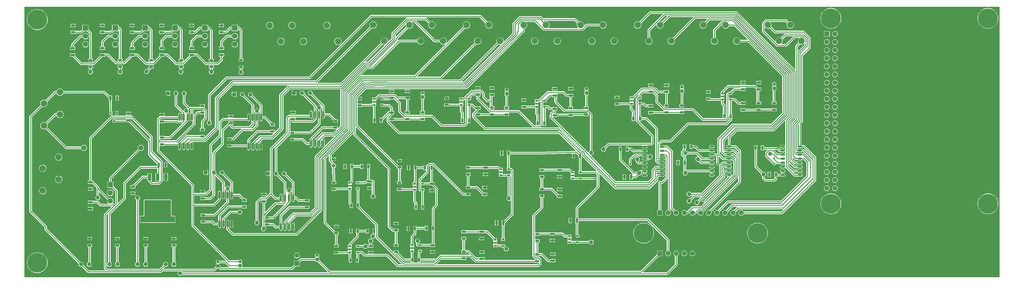
<source format=gtl>
G04*
G04 #@! TF.GenerationSoftware,Altium Limited,Altium Designer,21.2.2 (38)*
G04*
G04 Layer_Physical_Order=1*
G04 Layer_Color=255*
%FSLAX25Y25*%
%MOIN*%
G70*
G04*
G04 #@! TF.SameCoordinates,995D3981-EE6D-4FB4-BC24-832038281B60*
G04*
G04*
G04 #@! TF.FilePolarity,Positive*
G04*
G01*
G75*
%ADD14C,0.01000*%
%ADD40O,0.05906X0.02362*%
%ADD41R,0.02756X0.04921*%
%ADD42R,0.05315X0.02953*%
%ADD43R,0.02953X0.05315*%
%ADD44R,0.03543X0.02362*%
%ADD45O,0.02362X0.09055*%
%ADD46R,0.04921X0.02756*%
%ADD47R,0.04200X0.08500*%
%ADD48R,0.02362X0.03543*%
%ADD49C,0.00500*%
%ADD50R,0.32800X0.27500*%
%ADD51R,0.42500X0.07500*%
%ADD52R,0.05906X0.05906*%
%ADD53C,0.05906*%
%ADD54C,0.24410*%
%ADD55C,0.06496*%
%ADD56C,0.07874*%
%ADD57C,0.03937*%
%ADD58R,0.03937X0.03937*%
%ADD59P,0.05031X8X22.5*%
%ADD60C,0.06693*%
%ADD61R,0.06693X0.06693*%
%ADD62C,0.04724*%
%ADD63R,0.04724X0.04724*%
%ADD64R,0.05906X0.05906*%
%ADD65C,0.05000*%
%ADD66C,0.02362*%
G36*
X1199000Y-333646D02*
X1198582Y-333843D01*
X803D01*
Y-803D01*
X1199000D01*
Y-333646D01*
D02*
G37*
%LPC*%
G36*
X16872Y-3898D02*
Y-16372D01*
X29346D01*
X29209Y-14628D01*
X28742Y-12684D01*
X27977Y-10836D01*
X26932Y-9131D01*
X25633Y-7611D01*
X24113Y-6312D01*
X22408Y-5267D01*
X20560Y-4502D01*
X18616Y-4035D01*
X16872Y-3898D01*
D02*
G37*
G36*
X16372D02*
X14628Y-4035D01*
X12684Y-4502D01*
X10836Y-5267D01*
X9131Y-6312D01*
X7611Y-7611D01*
X6312Y-9131D01*
X5267Y-10836D01*
X4502Y-12684D01*
X4035Y-14628D01*
X3898Y-16372D01*
X16372D01*
Y-3898D01*
D02*
G37*
G36*
X245764Y-21988D02*
X243053D01*
Y-23616D01*
X245764D01*
Y-21988D01*
D02*
G37*
G36*
X242553D02*
X239843D01*
Y-23616D01*
X242553D01*
Y-21988D01*
D02*
G37*
G36*
X209164D02*
X206453D01*
Y-23616D01*
X209164D01*
Y-21988D01*
D02*
G37*
G36*
X205953D02*
X203243D01*
Y-23616D01*
X205953D01*
Y-21988D01*
D02*
G37*
G36*
X172564D02*
X169853D01*
Y-23616D01*
X172564D01*
Y-21988D01*
D02*
G37*
G36*
X169353D02*
X166643D01*
Y-23616D01*
X169353D01*
Y-21988D01*
D02*
G37*
G36*
X135964D02*
X133253D01*
Y-23616D01*
X135964D01*
Y-21988D01*
D02*
G37*
G36*
X132753D02*
X130043D01*
Y-23616D01*
X132753D01*
Y-21988D01*
D02*
G37*
G36*
X99364D02*
X96653D01*
Y-23616D01*
X99364D01*
Y-21988D01*
D02*
G37*
G36*
X96153D02*
X93443D01*
Y-23616D01*
X96153D01*
Y-21988D01*
D02*
G37*
G36*
X63461D02*
X60750D01*
Y-23616D01*
X63461D01*
Y-21988D01*
D02*
G37*
G36*
X60250D02*
X57539D01*
Y-23616D01*
X60250D01*
Y-21988D01*
D02*
G37*
G36*
X245764Y-24116D02*
X243053D01*
Y-25744D01*
X245764D01*
Y-24116D01*
D02*
G37*
G36*
X242553D02*
X239843D01*
Y-25744D01*
X242553D01*
Y-24116D01*
D02*
G37*
G36*
X209164D02*
X206453D01*
Y-25744D01*
X209164D01*
Y-24116D01*
D02*
G37*
G36*
X205953D02*
X203243D01*
Y-25744D01*
X205953D01*
Y-24116D01*
D02*
G37*
G36*
X172564D02*
X169853D01*
Y-25744D01*
X172564D01*
Y-24116D01*
D02*
G37*
G36*
X169353D02*
X166643D01*
Y-25744D01*
X169353D01*
Y-24116D01*
D02*
G37*
G36*
X135964D02*
X133253D01*
Y-25744D01*
X135964D01*
Y-24116D01*
D02*
G37*
G36*
X132753D02*
X130043D01*
Y-25744D01*
X132753D01*
Y-24116D01*
D02*
G37*
G36*
X99364D02*
X96653D01*
Y-25744D01*
X99364D01*
Y-24116D01*
D02*
G37*
G36*
X96153D02*
X93443D01*
Y-25744D01*
X96153D01*
Y-24116D01*
D02*
G37*
G36*
X63461D02*
X60750D01*
Y-25744D01*
X63461D01*
Y-24116D01*
D02*
G37*
G36*
X60250D02*
X57539D01*
Y-25744D01*
X60250D01*
Y-24116D01*
D02*
G37*
G36*
X1184513Y-2283D02*
X1182520Y-2440D01*
X1180575Y-2906D01*
X1178728Y-3672D01*
X1177023Y-4717D01*
X1175502Y-6015D01*
X1174203Y-7536D01*
X1173158Y-9241D01*
X1172393Y-11089D01*
X1171926Y-13033D01*
X1171769Y-15027D01*
X1171926Y-17020D01*
X1172393Y-18965D01*
X1173158Y-20812D01*
X1174203Y-22517D01*
X1175502Y-24038D01*
X1177023Y-25337D01*
X1178728Y-26382D01*
X1180575Y-27147D01*
X1182520Y-27614D01*
X1184513Y-27771D01*
X1186507Y-27614D01*
X1188451Y-27147D01*
X1190299Y-26382D01*
X1192004Y-25337D01*
X1193525Y-24038D01*
X1194823Y-22517D01*
X1195868Y-20812D01*
X1196634Y-18965D01*
X1197101Y-17020D01*
X1197257Y-15027D01*
X1197101Y-13033D01*
X1196634Y-11089D01*
X1195868Y-9241D01*
X1194823Y-7536D01*
X1193525Y-6015D01*
X1192004Y-4717D01*
X1190299Y-3672D01*
X1188451Y-2906D01*
X1186507Y-2440D01*
X1184513Y-2283D01*
D02*
G37*
G36*
X991600D02*
X989606Y-2440D01*
X987662Y-2906D01*
X985814Y-3672D01*
X984109Y-4717D01*
X982589Y-6015D01*
X981290Y-7536D01*
X980245Y-9241D01*
X979480Y-11089D01*
X979013Y-13033D01*
X978856Y-15027D01*
X979013Y-17020D01*
X979480Y-18965D01*
X980245Y-20812D01*
X981290Y-22517D01*
X982589Y-24038D01*
X984109Y-25337D01*
X985814Y-26382D01*
X987662Y-27147D01*
X989606Y-27614D01*
X991600Y-27771D01*
X993594Y-27614D01*
X995538Y-27147D01*
X997386Y-26382D01*
X999091Y-25337D01*
X1000611Y-24038D01*
X1001910Y-22517D01*
X1002955Y-20812D01*
X1003720Y-18965D01*
X1004187Y-17020D01*
X1004344Y-15027D01*
X1004187Y-13033D01*
X1003720Y-11089D01*
X1002955Y-9241D01*
X1001910Y-7536D01*
X1000611Y-6015D01*
X999091Y-4717D01*
X997386Y-3672D01*
X995538Y-2906D01*
X993594Y-2440D01*
X991600Y-2283D01*
D02*
G37*
G36*
X875363Y-6349D02*
X769598D01*
X769013Y-6465D01*
X768517Y-6797D01*
X756028Y-19286D01*
X755320Y-18992D01*
X754161Y-18840D01*
X753003Y-18992D01*
X751924Y-19439D01*
X750997Y-20151D01*
X750286Y-21077D01*
X749839Y-22157D01*
X749686Y-23315D01*
X749839Y-24473D01*
X750286Y-25553D01*
X750997Y-26480D01*
X751924Y-27191D01*
X753003Y-27638D01*
X754161Y-27790D01*
X755320Y-27638D01*
X756399Y-27191D01*
X757326Y-26480D01*
X758037Y-25553D01*
X758484Y-24473D01*
X758637Y-23315D01*
X758484Y-22157D01*
X758191Y-21448D01*
X770232Y-9407D01*
X785123D01*
X785314Y-9869D01*
X766860Y-28324D01*
X766528Y-28820D01*
X766412Y-29405D01*
Y-38831D01*
X765703Y-39124D01*
X764777Y-39836D01*
X764065Y-40762D01*
X763618Y-41842D01*
X763466Y-43000D01*
X763618Y-44158D01*
X764065Y-45238D01*
X764777Y-46165D01*
X765703Y-46876D01*
X766783Y-47323D01*
X767941Y-47475D01*
X769099Y-47323D01*
X770179Y-46876D01*
X771105Y-46165D01*
X771817Y-45238D01*
X772264Y-44158D01*
X772416Y-43000D01*
X772264Y-41842D01*
X771817Y-40762D01*
X771105Y-39836D01*
X770179Y-39124D01*
X769470Y-38831D01*
Y-30039D01*
X776824Y-22686D01*
X777297Y-22919D01*
X777245Y-23315D01*
X777398Y-24473D01*
X777845Y-25553D01*
X778556Y-26480D01*
X779483Y-27191D01*
X780562Y-27638D01*
X781720Y-27790D01*
X782879Y-27638D01*
X783958Y-27191D01*
X784885Y-26480D01*
X785596Y-25553D01*
X786043Y-24473D01*
X786196Y-23315D01*
X786043Y-22157D01*
X785750Y-21448D01*
X793791Y-13407D01*
X822276D01*
X822468Y-13869D01*
X797367Y-38971D01*
X796658Y-38677D01*
X795500Y-38525D01*
X794342Y-38677D01*
X793262Y-39124D01*
X792336Y-39836D01*
X791624Y-40762D01*
X791177Y-41842D01*
X791025Y-43000D01*
X791177Y-44158D01*
X791624Y-45238D01*
X792336Y-46165D01*
X793262Y-46876D01*
X794342Y-47323D01*
X795500Y-47475D01*
X796658Y-47323D01*
X797738Y-46876D01*
X798665Y-46165D01*
X799376Y-45238D01*
X799823Y-44158D01*
X799975Y-43000D01*
X799823Y-41842D01*
X799529Y-41133D01*
X825255Y-15407D01*
X839812D01*
X840003Y-15869D01*
X836587Y-19286D01*
X835879Y-18992D01*
X834720Y-18840D01*
X833562Y-18992D01*
X832483Y-19439D01*
X831556Y-20151D01*
X830845Y-21077D01*
X830398Y-22157D01*
X830245Y-23315D01*
X830398Y-24473D01*
X830845Y-25553D01*
X831556Y-26480D01*
X832483Y-27191D01*
X833562Y-27638D01*
X834720Y-27790D01*
X835879Y-27638D01*
X836958Y-27191D01*
X837885Y-26480D01*
X838596Y-25553D01*
X839043Y-24473D01*
X839196Y-23315D01*
X839043Y-22157D01*
X838750Y-21448D01*
X842791Y-17407D01*
X857682D01*
X857873Y-17869D01*
X847419Y-28324D01*
X847087Y-28820D01*
X846971Y-29405D01*
Y-38831D01*
X846262Y-39124D01*
X845335Y-39836D01*
X844624Y-40762D01*
X844177Y-41842D01*
X844025Y-43000D01*
X844177Y-44158D01*
X844624Y-45238D01*
X845335Y-46165D01*
X846262Y-46876D01*
X847342Y-47323D01*
X848500Y-47475D01*
X849658Y-47323D01*
X850738Y-46876D01*
X851665Y-46165D01*
X852376Y-45238D01*
X852823Y-44158D01*
X852975Y-43000D01*
X852823Y-41842D01*
X852376Y-40762D01*
X851665Y-39836D01*
X850738Y-39124D01*
X850029Y-38831D01*
Y-30039D01*
X857383Y-22685D01*
X857856Y-22919D01*
X857804Y-23315D01*
X857957Y-24473D01*
X858404Y-25553D01*
X859115Y-26480D01*
X860042Y-27191D01*
X861121Y-27638D01*
X862280Y-27790D01*
X863438Y-27638D01*
X864517Y-27191D01*
X865444Y-26480D01*
X866155Y-25553D01*
X866449Y-24844D01*
X873196D01*
X889425Y-41073D01*
X889234Y-41535D01*
X880255D01*
X879935Y-40762D01*
X879224Y-39836D01*
X878297Y-39124D01*
X877217Y-38677D01*
X876059Y-38525D01*
X874901Y-38677D01*
X873821Y-39124D01*
X872894Y-39836D01*
X872183Y-40762D01*
X871736Y-41842D01*
X871584Y-43000D01*
X871736Y-44158D01*
X872183Y-45238D01*
X872894Y-46165D01*
X873821Y-46876D01*
X874901Y-47323D01*
X876059Y-47475D01*
X877217Y-47323D01*
X878297Y-46876D01*
X879224Y-46165D01*
X879935Y-45238D01*
X880201Y-44594D01*
X890117D01*
X931971Y-86447D01*
Y-131291D01*
X918291Y-144971D01*
X870500D01*
X869915Y-145087D01*
X869419Y-145419D01*
X852519Y-162319D01*
X852187Y-162815D01*
X852071Y-163400D01*
Y-181801D01*
X851571Y-182008D01*
X851481Y-181919D01*
X850985Y-181587D01*
X850400Y-181471D01*
X847879D01*
X847798Y-181416D01*
X847142Y-181286D01*
X843598D01*
X842943Y-181416D01*
X842386Y-181788D01*
X842015Y-182344D01*
X841884Y-183000D01*
X842015Y-183656D01*
X842386Y-184212D01*
X842943Y-184584D01*
X843598Y-184714D01*
X847142D01*
X847798Y-184584D01*
X847879Y-184529D01*
X849767D01*
X850871Y-185634D01*
Y-193663D01*
X850816Y-193744D01*
X850686Y-194400D01*
X850816Y-195056D01*
X851188Y-195612D01*
X851744Y-195984D01*
X852400Y-196114D01*
X853056Y-195984D01*
X853612Y-195612D01*
X853984Y-195056D01*
X854114Y-194400D01*
X853984Y-193744D01*
X853929Y-193663D01*
Y-185599D01*
X854429Y-185392D01*
X858119Y-189081D01*
X858615Y-189413D01*
X859200Y-189529D01*
X864121D01*
X864202Y-189584D01*
X864858Y-189714D01*
X868402D01*
X869057Y-189584D01*
X869139Y-189529D01*
X869866D01*
X871971Y-191633D01*
Y-206523D01*
X870604Y-207890D01*
X870061Y-207726D01*
X869985Y-207344D01*
X869614Y-206788D01*
X869057Y-206416D01*
X868402Y-206286D01*
X864858D01*
X864202Y-206416D01*
X863646Y-206788D01*
X863275Y-207344D01*
X863144Y-208000D01*
X863275Y-208656D01*
X863646Y-209212D01*
X864202Y-209584D01*
X864656Y-209674D01*
X864836Y-210149D01*
X864833Y-210204D01*
X836666Y-238371D01*
X835537D01*
X835456Y-238316D01*
X834800Y-238186D01*
X834144Y-238316D01*
X833588Y-238688D01*
X833216Y-239244D01*
X833086Y-239900D01*
X833216Y-240556D01*
X833588Y-241112D01*
X834144Y-241484D01*
X834800Y-241614D01*
X835456Y-241484D01*
X835537Y-241429D01*
X836411D01*
X836603Y-241891D01*
X831976Y-246518D01*
X821656D01*
X821070Y-246634D01*
X820574Y-246966D01*
X814949Y-252591D01*
X814324Y-252509D01*
X813962Y-252038D01*
X813241Y-251484D01*
X812401Y-251136D01*
X811500Y-251017D01*
X810599Y-251136D01*
X809759Y-251484D01*
X809037Y-252038D01*
X808484Y-252759D01*
X808136Y-253599D01*
X808018Y-254500D01*
X808136Y-255401D01*
X808484Y-256241D01*
X809037Y-256962D01*
X809759Y-257516D01*
X810599Y-257864D01*
X811500Y-257982D01*
X812401Y-257864D01*
X813241Y-257516D01*
X813962Y-256962D01*
X814516Y-256241D01*
X814604Y-256029D01*
X815203D01*
X815788Y-255913D01*
X816284Y-255581D01*
X817581Y-254285D01*
X817778Y-254382D01*
X818024Y-254549D01*
X818136Y-255401D01*
X818484Y-256241D01*
X819038Y-256962D01*
X819759Y-257516D01*
X820599Y-257864D01*
X821500Y-257982D01*
X822401Y-257864D01*
X823241Y-257516D01*
X823962Y-256962D01*
X824516Y-256241D01*
X824604Y-256029D01*
X825203D01*
X825788Y-255913D01*
X826284Y-255581D01*
X827581Y-254285D01*
X827778Y-254382D01*
X828024Y-254549D01*
X828136Y-255401D01*
X828484Y-256241D01*
X829037Y-256962D01*
X829759Y-257516D01*
X830599Y-257864D01*
X831500Y-257982D01*
X832401Y-257864D01*
X833241Y-257516D01*
X833963Y-256962D01*
X834516Y-256241D01*
X834864Y-255401D01*
X834982Y-254500D01*
X834865Y-253611D01*
X877509Y-210968D01*
X877971Y-211159D01*
Y-215866D01*
X842613Y-251224D01*
X842401Y-251136D01*
X841500Y-251017D01*
X840599Y-251136D01*
X839759Y-251484D01*
X839038Y-252038D01*
X838484Y-252759D01*
X838136Y-253599D01*
X838017Y-254500D01*
X838136Y-255401D01*
X838484Y-256241D01*
X839038Y-256962D01*
X839759Y-257516D01*
X840599Y-257864D01*
X841500Y-257982D01*
X842401Y-257864D01*
X843241Y-257516D01*
X843962Y-256962D01*
X844516Y-256241D01*
X844864Y-255401D01*
X844983Y-254500D01*
X844864Y-253599D01*
X844776Y-253387D01*
X880581Y-217581D01*
X880913Y-217085D01*
X881029Y-216500D01*
Y-178200D01*
X880913Y-177615D01*
X880581Y-177119D01*
X875381Y-171919D01*
X874885Y-171587D01*
X874300Y-171471D01*
X869139D01*
X869057Y-171416D01*
X868402Y-171286D01*
X868159D01*
Y-162104D01*
X876233Y-154029D01*
X921410D01*
X921995Y-153913D01*
X922491Y-153581D01*
X935051Y-141021D01*
X935513Y-141213D01*
Y-171293D01*
X935013Y-171561D01*
X934798Y-171416D01*
X934142Y-171286D01*
X932620D01*
Y-173000D01*
Y-174714D01*
X934142D01*
X934798Y-174584D01*
X935013Y-174440D01*
X935513Y-174707D01*
Y-176293D01*
X935013Y-176560D01*
X934798Y-176416D01*
X934142Y-176286D01*
X930598D01*
X929943Y-176416D01*
X929861Y-176471D01*
X929333D01*
X927520Y-174657D01*
X927501Y-174562D01*
X927129Y-174005D01*
X926573Y-173634D01*
X925917Y-173503D01*
X925261Y-173634D01*
X925180Y-173688D01*
X909412D01*
Y-171539D01*
X905656D01*
Y-177461D01*
X909412D01*
Y-176747D01*
X913426D01*
X913634Y-177247D01*
X911519Y-179362D01*
X911187Y-179858D01*
X911071Y-180443D01*
Y-184800D01*
X911187Y-185385D01*
X911519Y-185881D01*
X920854Y-195217D01*
X921350Y-195549D01*
X921781Y-195634D01*
X921908Y-195719D01*
X922564Y-195850D01*
X923220Y-195719D01*
X923776Y-195348D01*
X924148Y-194792D01*
X924278Y-194136D01*
X924182Y-193652D01*
X924643Y-193406D01*
X925319Y-194081D01*
X925815Y-194413D01*
X926400Y-194529D01*
X929861D01*
X929943Y-194584D01*
X930598Y-194714D01*
X934142D01*
X934798Y-194584D01*
X935013Y-194439D01*
X935513Y-194707D01*
Y-196293D01*
X935013Y-196561D01*
X934798Y-196416D01*
X934142Y-196286D01*
X932620D01*
Y-198000D01*
Y-199714D01*
X934142D01*
X934798Y-199584D01*
X935306Y-199244D01*
X935392Y-199215D01*
X935921Y-199264D01*
X935961Y-199324D01*
X945913Y-209276D01*
X946409Y-209608D01*
X946995Y-209724D01*
X953435D01*
X953485Y-209714D01*
X955402D01*
X956057Y-209584D01*
X956614Y-209212D01*
X956985Y-208656D01*
X957116Y-208000D01*
X956985Y-207344D01*
X956614Y-206788D01*
X956057Y-206416D01*
X955402Y-206286D01*
X951858D01*
X951202Y-206416D01*
X950830Y-206665D01*
X947628D01*
X945992Y-205029D01*
X946199Y-204529D01*
X951121D01*
X951202Y-204584D01*
X951858Y-204714D01*
X955402D01*
X956057Y-204584D01*
X956614Y-204212D01*
X956985Y-203656D01*
X957116Y-203000D01*
X956985Y-202344D01*
X956614Y-201788D01*
X956057Y-201416D01*
X955402Y-201286D01*
X951858D01*
X951202Y-201416D01*
X951121Y-201471D01*
X946134D01*
X940572Y-195909D01*
Y-194188D01*
X941034Y-193997D01*
X946119Y-199081D01*
X946615Y-199413D01*
X947200Y-199529D01*
X951121D01*
X951202Y-199584D01*
X951858Y-199714D01*
X955402D01*
X956057Y-199584D01*
X956614Y-199212D01*
X956985Y-198656D01*
X957116Y-198000D01*
X956985Y-197344D01*
X956614Y-196788D01*
X956057Y-196416D01*
X955402Y-196286D01*
X951858D01*
X951202Y-196416D01*
X951121Y-196471D01*
X947834D01*
X942848Y-191485D01*
X942880Y-191250D01*
X943408Y-191071D01*
X946419Y-194081D01*
X946915Y-194413D01*
X947500Y-194529D01*
X951121D01*
X951202Y-194584D01*
X951858Y-194714D01*
X955402D01*
X956057Y-194584D01*
X956614Y-194212D01*
X956985Y-193656D01*
X957116Y-193000D01*
X956985Y-192344D01*
X956614Y-191788D01*
X956057Y-191416D01*
X955402Y-191286D01*
X951858D01*
X951202Y-191416D01*
X951121Y-191471D01*
X948133D01*
X944707Y-188044D01*
Y-186544D01*
X945168Y-186352D01*
X947898Y-189081D01*
X948394Y-189413D01*
X948979Y-189529D01*
X951121D01*
X951202Y-189584D01*
X951858Y-189714D01*
X955402D01*
X956057Y-189584D01*
X956438Y-189329D01*
X958167D01*
X961471Y-192633D01*
Y-208467D01*
X930466Y-239471D01*
X865000D01*
X864415Y-239587D01*
X863919Y-239919D01*
X852613Y-251224D01*
X852401Y-251136D01*
X851500Y-251017D01*
X850599Y-251136D01*
X849759Y-251484D01*
X849037Y-252038D01*
X848484Y-252759D01*
X848136Y-253599D01*
X848018Y-254500D01*
X848136Y-255401D01*
X848484Y-256241D01*
X849037Y-256962D01*
X849759Y-257516D01*
X850599Y-257864D01*
X851500Y-257982D01*
X852401Y-257864D01*
X853241Y-257516D01*
X853963Y-256962D01*
X854516Y-256241D01*
X854864Y-255401D01*
X854982Y-254500D01*
X854864Y-253599D01*
X854776Y-253387D01*
X865633Y-242529D01*
X931100D01*
X931350Y-242480D01*
X931597Y-242940D01*
X930567Y-243971D01*
X870500D01*
X869915Y-244087D01*
X869419Y-244419D01*
X862613Y-251224D01*
X862401Y-251136D01*
X861500Y-251017D01*
X860599Y-251136D01*
X859759Y-251484D01*
X859037Y-252038D01*
X858484Y-252759D01*
X858136Y-253599D01*
X858018Y-254500D01*
X858136Y-255401D01*
X858484Y-256241D01*
X859037Y-256962D01*
X859759Y-257516D01*
X860599Y-257864D01*
X861500Y-257982D01*
X862401Y-257864D01*
X863241Y-257516D01*
X863962Y-256962D01*
X864516Y-256241D01*
X864864Y-255401D01*
X864983Y-254500D01*
X864864Y-253599D01*
X864776Y-253387D01*
X871134Y-247029D01*
X876123D01*
X876171Y-247092D01*
X876308Y-247529D01*
X872613Y-251224D01*
X872401Y-251136D01*
X871500Y-251017D01*
X870599Y-251136D01*
X869759Y-251484D01*
X869038Y-252038D01*
X868484Y-252759D01*
X868136Y-253599D01*
X868017Y-254500D01*
X868136Y-255401D01*
X868484Y-256241D01*
X869038Y-256962D01*
X869759Y-257516D01*
X870599Y-257864D01*
X871500Y-257982D01*
X872401Y-257864D01*
X873241Y-257516D01*
X873962Y-256962D01*
X874516Y-256241D01*
X874864Y-255401D01*
X874982Y-254500D01*
X874864Y-253599D01*
X874776Y-253387D01*
X878133Y-250029D01*
X933200D01*
X933201Y-250029D01*
X933447Y-250490D01*
X930966Y-252971D01*
X884604D01*
X884516Y-252759D01*
X883963Y-252038D01*
X883241Y-251484D01*
X882401Y-251136D01*
X881500Y-251017D01*
X880599Y-251136D01*
X879759Y-251484D01*
X879037Y-252038D01*
X878484Y-252759D01*
X878136Y-253599D01*
X878018Y-254500D01*
X878136Y-255401D01*
X878484Y-256241D01*
X879037Y-256962D01*
X879759Y-257516D01*
X880599Y-257864D01*
X881500Y-257982D01*
X882401Y-257864D01*
X883241Y-257516D01*
X883963Y-256962D01*
X884516Y-256241D01*
X884604Y-256029D01*
X931600D01*
X932185Y-255913D01*
X932681Y-255581D01*
X973081Y-215181D01*
X973413Y-214685D01*
X973529Y-214100D01*
Y-186100D01*
X973413Y-185515D01*
X973081Y-185019D01*
X959781Y-171719D01*
X959285Y-171387D01*
X958700Y-171271D01*
X955229D01*
Y-144662D01*
X956581Y-143310D01*
X956913Y-142814D01*
X957029Y-142228D01*
Y-61665D01*
X966077Y-52617D01*
X966409Y-52121D01*
X966525Y-51535D01*
Y-39091D01*
X966409Y-38506D01*
X966077Y-38010D01*
X958847Y-30779D01*
X958351Y-30448D01*
X957766Y-30331D01*
X923400D01*
X918250Y-25181D01*
X918543Y-24473D01*
X918696Y-23315D01*
X918543Y-22157D01*
X918096Y-21077D01*
X917385Y-20151D01*
X917068Y-19907D01*
X917238Y-19407D01*
X935709D01*
X937750Y-21448D01*
X937457Y-22157D01*
X937304Y-23315D01*
X937457Y-24473D01*
X937904Y-25553D01*
X938615Y-26480D01*
X939542Y-27191D01*
X940621Y-27638D01*
X941780Y-27790D01*
X942938Y-27638D01*
X944017Y-27191D01*
X944944Y-26480D01*
X945655Y-25553D01*
X946102Y-24473D01*
X946255Y-23315D01*
X946102Y-22157D01*
X945655Y-21077D01*
X944944Y-20151D01*
X944017Y-19439D01*
X942938Y-18992D01*
X941780Y-18840D01*
X940621Y-18992D01*
X939913Y-19286D01*
X937424Y-16797D01*
X936928Y-16465D01*
X936343Y-16349D01*
X911968D01*
X911704Y-16401D01*
X911383Y-16465D01*
X911383Y-16465D01*
X910887Y-16796D01*
X907702Y-19981D01*
X907370Y-20478D01*
X907370Y-20478D01*
X907370Y-20478D01*
X907254Y-21063D01*
Y-31473D01*
X907370Y-32058D01*
X907702Y-32554D01*
X924667Y-49518D01*
X925163Y-49850D01*
X925748Y-49966D01*
X936343D01*
X936928Y-49850D01*
X937424Y-49518D01*
X947850Y-39092D01*
X952542D01*
X952711Y-39592D01*
X952394Y-39836D01*
X951683Y-40762D01*
X951236Y-41842D01*
X951084Y-43000D01*
X951236Y-44158D01*
X951530Y-44867D01*
X948419Y-47978D01*
X948087Y-48474D01*
X947971Y-49059D01*
Y-77669D01*
X947509Y-77861D01*
X876445Y-6797D01*
X875949Y-6465D01*
X875363Y-6349D01*
D02*
G37*
G36*
X634986Y-12349D02*
X609622D01*
X609037Y-12465D01*
X608541Y-12797D01*
X600919Y-20419D01*
X600587Y-20915D01*
X600471Y-21500D01*
Y-33367D01*
X590208Y-43629D01*
X589734Y-43396D01*
X589786Y-43000D01*
X589634Y-41842D01*
X589187Y-40762D01*
X588476Y-39836D01*
X587549Y-39124D01*
X586469Y-38677D01*
X585311Y-38525D01*
X584153Y-38677D01*
X583073Y-39124D01*
X582147Y-39836D01*
X581435Y-40762D01*
X580988Y-41842D01*
X580836Y-43000D01*
X580988Y-44158D01*
X581282Y-44867D01*
X535677Y-90471D01*
X416515D01*
X415930Y-90587D01*
X415433Y-90919D01*
X399419Y-106933D01*
X399087Y-107430D01*
X398971Y-108015D01*
Y-152538D01*
X363919Y-187590D01*
X363587Y-188086D01*
X363471Y-188672D01*
Y-250366D01*
X334366Y-279471D01*
X257633D01*
X252029Y-273867D01*
Y-272398D01*
X252084Y-272317D01*
X252214Y-271661D01*
Y-264968D01*
X252084Y-264313D01*
X251712Y-263756D01*
X251156Y-263385D01*
X250500Y-263254D01*
X249844Y-263385D01*
X249288Y-263756D01*
X248916Y-264313D01*
X248786Y-264968D01*
Y-271661D01*
X248916Y-272317D01*
X248971Y-272398D01*
Y-274500D01*
X249087Y-275085D01*
X249419Y-275581D01*
X255919Y-282081D01*
X256415Y-282413D01*
X257000Y-282529D01*
X335000D01*
X335585Y-282413D01*
X336081Y-282081D01*
X366081Y-252081D01*
X366413Y-251585D01*
X366529Y-251000D01*
Y-189305D01*
X368009Y-187826D01*
X368471Y-188017D01*
Y-266716D01*
X368587Y-267302D01*
X368919Y-267798D01*
X381039Y-279919D01*
Y-281512D01*
X382471D01*
Y-293488D01*
X381039D01*
Y-297244D01*
X386961D01*
Y-293488D01*
X385529D01*
Y-281512D01*
X386961D01*
Y-277756D01*
X383202D01*
X371529Y-266083D01*
Y-187134D01*
X374548Y-184115D01*
X375010Y-184306D01*
Y-190365D01*
X375126Y-190951D01*
X375458Y-191447D01*
X378305Y-194294D01*
X378114Y-194756D01*
X377539D01*
Y-198512D01*
X378971D01*
Y-206800D01*
X379087Y-207385D01*
X379419Y-207881D01*
X379471Y-207933D01*
Y-215488D01*
X378039D01*
Y-219244D01*
X383961D01*
Y-215488D01*
X382529D01*
Y-207300D01*
X382413Y-206715D01*
X382081Y-206219D01*
X382029Y-206167D01*
Y-198512D01*
X383461D01*
Y-194756D01*
X382029D01*
Y-194326D01*
X381913Y-193741D01*
X381581Y-193245D01*
X379043Y-190706D01*
X379234Y-190244D01*
X380250D01*
Y-188366D01*
Y-186488D01*
X378069D01*
Y-183423D01*
X404509Y-156983D01*
X404971Y-157174D01*
Y-158000D01*
X405087Y-158585D01*
X405419Y-159081D01*
X447271Y-200934D01*
Y-271300D01*
X447387Y-271885D01*
X447719Y-272381D01*
X452419Y-277081D01*
X452915Y-277413D01*
X453500Y-277529D01*
X454539D01*
Y-277878D01*
X455971D01*
Y-292488D01*
X454539D01*
Y-296244D01*
X460461D01*
Y-292488D01*
X459029D01*
Y-277878D01*
X460461D01*
Y-274122D01*
X454539D01*
Y-274243D01*
X454039Y-274377D01*
X450329Y-270667D01*
Y-200300D01*
X450213Y-199715D01*
X449881Y-199219D01*
X408029Y-157367D01*
Y-149062D01*
X408491Y-148871D01*
X458539Y-198919D01*
Y-200512D01*
X459971D01*
Y-215488D01*
X458539D01*
Y-219244D01*
X464461D01*
Y-215488D01*
X463029D01*
Y-200512D01*
X464461D01*
Y-196756D01*
X460702D01*
X410069Y-146122D01*
Y-124012D01*
X415461D01*
Y-123663D01*
X425500D01*
X426085Y-123547D01*
X426500Y-123270D01*
X428173D01*
Y-123421D01*
X429203D01*
Y-137539D01*
X428854D01*
Y-143461D01*
X432610D01*
Y-137539D01*
X432262D01*
Y-123421D01*
X432716D01*
Y-120181D01*
X432717Y-120059D01*
Y-119681D01*
X432716Y-119559D01*
Y-118250D01*
X430445D01*
X428173D01*
Y-119559D01*
X428173Y-119681D01*
Y-120059D01*
X428021Y-120211D01*
X425894D01*
X425308Y-120327D01*
X424894Y-120604D01*
X415461D01*
Y-120256D01*
X410069D01*
Y-115744D01*
X412250D01*
Y-113866D01*
Y-111988D01*
X411234D01*
X411043Y-111526D01*
X420540Y-102029D01*
X543985D01*
X544571Y-101913D01*
X545067Y-101581D01*
X615117Y-31531D01*
X615448Y-31035D01*
X615565Y-30450D01*
Y-27484D01*
X616273Y-27191D01*
X617200Y-26480D01*
X617911Y-25553D01*
X618358Y-24473D01*
X618511Y-23315D01*
X618358Y-22157D01*
X617911Y-21077D01*
X617200Y-20151D01*
X616883Y-19907D01*
X617053Y-19407D01*
X627835D01*
X638261Y-29833D01*
X638757Y-30165D01*
X639342Y-30281D01*
X686350D01*
X686936Y-30165D01*
X687432Y-29833D01*
X692421Y-24844D01*
X707488D01*
X707782Y-25553D01*
X708493Y-26480D01*
X709420Y-27191D01*
X710499Y-27638D01*
X711657Y-27790D01*
X712816Y-27638D01*
X713895Y-27191D01*
X714822Y-26480D01*
X715533Y-25553D01*
X715980Y-24473D01*
X716133Y-23315D01*
X715980Y-22157D01*
X715533Y-21077D01*
X714822Y-20151D01*
X713895Y-19439D01*
X712816Y-18992D01*
X711657Y-18840D01*
X710499Y-18992D01*
X709420Y-19439D01*
X708493Y-20151D01*
X707782Y-21077D01*
X707488Y-21786D01*
X691788D01*
X691202Y-21902D01*
X690706Y-22233D01*
X688995Y-23945D01*
X688522Y-23711D01*
X688574Y-23315D01*
X688421Y-22157D01*
X687974Y-21077D01*
X687263Y-20151D01*
X686336Y-19439D01*
X685257Y-18992D01*
X684098Y-18840D01*
X682940Y-18992D01*
X682232Y-19286D01*
X678365Y-15419D01*
X677869Y-15087D01*
X677283Y-14971D01*
X638241D01*
X636067Y-12797D01*
X635820Y-12632D01*
X635571Y-12465D01*
X635571Y-12465D01*
X635571Y-12465D01*
X635303Y-12412D01*
X634986Y-12349D01*
D02*
G37*
G36*
X560616Y-10871D02*
X427000D01*
X426415Y-10987D01*
X425919Y-11319D01*
X350466Y-86771D01*
X249400D01*
X248815Y-86887D01*
X248319Y-87219D01*
X226819Y-108719D01*
X226487Y-109215D01*
X226371Y-109800D01*
Y-141192D01*
X225760Y-141660D01*
X225279Y-142287D01*
X224977Y-143017D01*
X224874Y-143800D01*
X224977Y-144583D01*
X225279Y-145313D01*
X225760Y-145940D01*
X226387Y-146421D01*
X227117Y-146723D01*
X227900Y-146826D01*
X228683Y-146723D01*
X229413Y-146421D01*
X230040Y-145940D01*
X230521Y-145313D01*
X230823Y-144583D01*
X230926Y-143800D01*
X230823Y-143017D01*
X230521Y-142287D01*
X230040Y-141660D01*
X229429Y-141192D01*
Y-110433D01*
X250033Y-89829D01*
X351100D01*
X351685Y-89713D01*
X352181Y-89381D01*
X427633Y-13929D01*
X470374D01*
X470423Y-14429D01*
X470244Y-14465D01*
X469748Y-14796D01*
X452419Y-32125D01*
X452087Y-32621D01*
X451971Y-33207D01*
Y-39555D01*
X447897Y-43629D01*
X447423Y-43396D01*
X447475Y-43000D01*
X447323Y-41842D01*
X446876Y-40762D01*
X446165Y-39836D01*
X445238Y-39124D01*
X444158Y-38677D01*
X443000Y-38525D01*
X441842Y-38677D01*
X440762Y-39124D01*
X439836Y-39836D01*
X439124Y-40762D01*
X438677Y-41842D01*
X438525Y-43000D01*
X438677Y-44158D01*
X438938Y-44787D01*
X389254Y-94471D01*
X360912D01*
X360865Y-94408D01*
X360728Y-93971D01*
X427354Y-27344D01*
X428062Y-27638D01*
X429220Y-27790D01*
X430379Y-27638D01*
X431458Y-27191D01*
X432385Y-26480D01*
X433096Y-25553D01*
X433543Y-24473D01*
X433696Y-23315D01*
X433543Y-22157D01*
X433096Y-21077D01*
X432385Y-20151D01*
X431458Y-19439D01*
X430379Y-18992D01*
X429220Y-18840D01*
X428062Y-18992D01*
X426983Y-19439D01*
X426056Y-20151D01*
X425345Y-21077D01*
X424898Y-22157D01*
X424745Y-23315D01*
X424898Y-24473D01*
X425191Y-25181D01*
X358902Y-91471D01*
X256672D01*
X256086Y-91587D01*
X255590Y-91919D01*
X235315Y-112194D01*
X234984Y-112690D01*
X234867Y-113275D01*
Y-148804D01*
X222923Y-160748D01*
X222461Y-160557D01*
Y-158496D01*
X216539D01*
Y-158844D01*
X200095D01*
X199509Y-158961D01*
X199013Y-159292D01*
X190939Y-167366D01*
X190844Y-167385D01*
X190288Y-167756D01*
X189916Y-168313D01*
X189898Y-168408D01*
X189701Y-168604D01*
X188678D01*
X188585Y-168113D01*
X189081Y-167781D01*
X210281Y-146581D01*
X210613Y-146085D01*
X210729Y-145500D01*
Y-136067D01*
X214134Y-132663D01*
X216539D01*
Y-133012D01*
X221931D01*
Y-137567D01*
X218419Y-141080D01*
X218087Y-141576D01*
X217971Y-142162D01*
Y-150228D01*
X216539D01*
Y-153984D01*
X222461D01*
Y-150228D01*
X221029D01*
Y-142795D01*
X224542Y-139282D01*
X224874Y-138786D01*
X224990Y-138201D01*
Y-129135D01*
X224874Y-128549D01*
X224874Y-128549D01*
X224542Y-128053D01*
X221695Y-125206D01*
X221886Y-124744D01*
X222461D01*
Y-123116D01*
X219500D01*
X216539D01*
Y-124215D01*
X203878D01*
X198529Y-118866D01*
Y-109934D01*
X199041Y-109541D01*
X199500Y-108943D01*
X199788Y-108247D01*
X199887Y-107500D01*
X199788Y-106753D01*
X199500Y-106056D01*
X199041Y-105459D01*
X198443Y-105000D01*
X197747Y-104711D01*
X197000Y-104613D01*
X196253Y-104711D01*
X195556Y-105000D01*
X194959Y-105459D01*
X194500Y-106056D01*
X194211Y-106753D01*
X194113Y-107500D01*
X194211Y-108247D01*
X194500Y-108943D01*
X194959Y-109541D01*
X195471Y-109934D01*
Y-119500D01*
X195587Y-120085D01*
X195919Y-120581D01*
X201329Y-125992D01*
X201013Y-126380D01*
X200283Y-126077D01*
X199500Y-125974D01*
X198717Y-126077D01*
X197987Y-126380D01*
X197360Y-126860D01*
X196879Y-127487D01*
X196577Y-128217D01*
X196502Y-128789D01*
X195992Y-128986D01*
X188529Y-121523D01*
Y-109934D01*
X189041Y-109541D01*
X189500Y-108943D01*
X189788Y-108247D01*
X189887Y-107500D01*
X189788Y-106753D01*
X189500Y-106056D01*
X189041Y-105459D01*
X188444Y-105000D01*
X187747Y-104711D01*
X187000Y-104613D01*
X186253Y-104711D01*
X185556Y-105000D01*
X184959Y-105459D01*
X184500Y-106056D01*
X184212Y-106753D01*
X184113Y-107500D01*
X184212Y-108247D01*
X184500Y-108943D01*
X184959Y-109541D01*
X185471Y-109934D01*
Y-122157D01*
X185587Y-122742D01*
X185919Y-123238D01*
X194971Y-132290D01*
Y-132601D01*
X194916Y-132683D01*
X194786Y-133338D01*
Y-140032D01*
X194916Y-140687D01*
X194971Y-140769D01*
Y-141271D01*
X193295D01*
X193028Y-140771D01*
X193084Y-140687D01*
X193214Y-140032D01*
Y-133338D01*
X193084Y-132683D01*
X192712Y-132126D01*
X192156Y-131755D01*
X191500Y-131624D01*
X190844Y-131755D01*
X190288Y-132126D01*
X189916Y-132683D01*
X189786Y-133338D01*
Y-135571D01*
X173158D01*
Y-134116D01*
X170000D01*
X166842D01*
Y-135735D01*
X166419Y-136019D01*
X164219Y-138219D01*
X163887Y-138715D01*
X163771Y-139300D01*
Y-164500D01*
X163887Y-165085D01*
X164219Y-165581D01*
X164837Y-166200D01*
X164219Y-166819D01*
X163887Y-167315D01*
X163771Y-167900D01*
Y-178100D01*
X163887Y-178685D01*
X164219Y-179181D01*
X206271Y-221234D01*
Y-232000D01*
Y-245000D01*
Y-265500D01*
Y-270500D01*
X206387Y-271085D01*
X206719Y-271581D01*
X248122Y-312985D01*
X248060Y-313232D01*
X247901Y-313471D01*
X240447D01*
X240280Y-313220D01*
X239463Y-312675D01*
X238500Y-312483D01*
X237537Y-312675D01*
X236720Y-313220D01*
X236175Y-314037D01*
X235983Y-315000D01*
X236175Y-315963D01*
X236720Y-316780D01*
X237097Y-317032D01*
X236946Y-317531D01*
X236032D01*
Y-320306D01*
X232867Y-323471D01*
X171846D01*
X171654Y-323009D01*
X173839Y-320824D01*
X175912D01*
X177324Y-319412D01*
Y-316588D01*
X175912Y-315176D01*
X173088D01*
X171676Y-316588D01*
Y-318661D01*
X166867Y-323471D01*
X102719D01*
X101529Y-322281D01*
Y-257633D01*
X103175Y-255988D01*
X103637Y-256179D01*
Y-315294D01*
X102343Y-316588D01*
Y-319412D01*
X103755Y-320824D01*
X106579D01*
X107990Y-319412D01*
Y-316588D01*
X106696Y-315294D01*
Y-255967D01*
X125081Y-237581D01*
X125413Y-237085D01*
X125529Y-236500D01*
Y-218634D01*
X144133Y-200029D01*
X164337D01*
Y-201517D01*
X163684Y-205750D01*
X161900D01*
Y-215250D01*
X166334D01*
X166525Y-215712D01*
X165567Y-216671D01*
X157834D01*
X156875Y-215712D01*
X157066Y-215250D01*
X157100D01*
Y-205750D01*
X151900D01*
Y-208971D01*
X145866D01*
X145281Y-209087D01*
X144785Y-209419D01*
X133814Y-220390D01*
X130842D01*
Y-224343D01*
X137157D01*
Y-221372D01*
X146500Y-212029D01*
X151900D01*
Y-215250D01*
X152971D01*
Y-215500D01*
X153087Y-216085D01*
X153419Y-216581D01*
X156119Y-219281D01*
X156615Y-219613D01*
X157200Y-219729D01*
X166200D01*
X166785Y-219613D01*
X167281Y-219281D01*
X169981Y-216581D01*
X170313Y-216085D01*
X170429Y-215500D01*
Y-191300D01*
X170313Y-190715D01*
X169981Y-190219D01*
X158029Y-178267D01*
Y-160300D01*
X157913Y-159715D01*
X157581Y-159219D01*
X133781Y-135419D01*
X133285Y-135087D01*
X132700Y-134971D01*
X108000D01*
X107415Y-135087D01*
X106919Y-135419D01*
X80919Y-161419D01*
X80587Y-161915D01*
X80471Y-162500D01*
Y-214890D01*
X78843D01*
Y-218843D01*
X84546D01*
X89458Y-223754D01*
Y-224668D01*
Y-233379D01*
X88847Y-233847D01*
X88367Y-234474D01*
X88064Y-235204D01*
X87961Y-235987D01*
X88064Y-236770D01*
X88367Y-237500D01*
X88847Y-238127D01*
X89474Y-238608D01*
X90204Y-238910D01*
X90987Y-239013D01*
X91770Y-238910D01*
X92500Y-238608D01*
X93127Y-238127D01*
X93607Y-237500D01*
X93910Y-236770D01*
X94013Y-235987D01*
X93910Y-235204D01*
X93607Y-234474D01*
X93127Y-233847D01*
X92516Y-233379D01*
Y-229014D01*
X92978Y-228822D01*
X102742Y-238585D01*
X102572Y-238996D01*
X102439Y-240000D01*
X102572Y-241004D01*
X102959Y-241940D01*
X103576Y-242743D01*
X103872Y-242971D01*
X103702Y-243471D01*
X95134D01*
X91948Y-240285D01*
X91452Y-239953D01*
X90866Y-239837D01*
X85158D01*
Y-239390D01*
X78843D01*
Y-243343D01*
X85158D01*
Y-242896D01*
X90233D01*
X93419Y-246081D01*
X93915Y-246413D01*
X94500Y-246529D01*
X107654D01*
X107846Y-246991D01*
X98919Y-255919D01*
X98587Y-256415D01*
X98471Y-257000D01*
Y-322914D01*
X98587Y-323499D01*
X98919Y-323996D01*
X99932Y-325009D01*
X99740Y-325471D01*
X80133D01*
X73324Y-318661D01*
Y-316588D01*
X71912Y-315176D01*
X69839D01*
X28529Y-273867D01*
Y-271500D01*
X28413Y-270915D01*
X28081Y-270419D01*
X10029Y-252366D01*
Y-136669D01*
X22948Y-123750D01*
X23657Y-124043D01*
X24815Y-124196D01*
X25973Y-124043D01*
X27053Y-123596D01*
X27979Y-122885D01*
X28691Y-121958D01*
X29138Y-120879D01*
X29290Y-119720D01*
X29138Y-118562D01*
X28844Y-117854D01*
X39228Y-107470D01*
X40331D01*
X40624Y-108179D01*
X41335Y-109106D01*
X42262Y-109817D01*
X43342Y-110264D01*
X44500Y-110416D01*
X45658Y-110264D01*
X46738Y-109817D01*
X47664Y-109106D01*
X48376Y-108179D01*
X48669Y-107470D01*
X98492D01*
X104630Y-113608D01*
Y-116579D01*
X105077D01*
Y-131106D01*
X105193Y-131692D01*
X105319Y-131879D01*
Y-133772D01*
X108681D01*
Y-129228D01*
X108136D01*
Y-116579D01*
X108583D01*
Y-110264D01*
X105612D01*
X100207Y-104860D01*
X99711Y-104528D01*
X99126Y-104412D01*
X48669D01*
X48376Y-103703D01*
X47664Y-102777D01*
X46738Y-102065D01*
X45658Y-101618D01*
X44500Y-101466D01*
X43342Y-101618D01*
X42262Y-102065D01*
X41335Y-102777D01*
X40624Y-103703D01*
X40331Y-104412D01*
X38594D01*
X38009Y-104528D01*
X37513Y-104860D01*
X26682Y-115691D01*
X25973Y-115398D01*
X24815Y-115245D01*
X23657Y-115398D01*
X22577Y-115845D01*
X21651Y-116556D01*
X20939Y-117483D01*
X20492Y-118562D01*
X20340Y-119720D01*
X20492Y-120879D01*
X20786Y-121587D01*
X7419Y-134954D01*
X7087Y-135450D01*
X6971Y-136035D01*
Y-253000D01*
X7087Y-253585D01*
X7419Y-254081D01*
X25471Y-272133D01*
Y-274500D01*
X25587Y-275085D01*
X25919Y-275581D01*
X67676Y-317339D01*
Y-319412D01*
X69088Y-320824D01*
X71161D01*
X78419Y-328081D01*
X78915Y-328413D01*
X79500Y-328529D01*
X168328D01*
X168914Y-328413D01*
X169410Y-328081D01*
X170962Y-326529D01*
X189510D01*
X189731Y-327029D01*
X189380Y-327487D01*
X189077Y-328217D01*
X188974Y-329000D01*
X189077Y-329783D01*
X189380Y-330513D01*
X189860Y-331140D01*
X190487Y-331621D01*
X191217Y-331923D01*
X192000Y-332026D01*
X192783Y-331923D01*
X193513Y-331621D01*
X194140Y-331140D01*
X194224Y-331029D01*
X790500D01*
X791085Y-330913D01*
X791581Y-330581D01*
X802581Y-319581D01*
X802913Y-319085D01*
X803029Y-318500D01*
Y-307604D01*
X803241Y-307516D01*
X803963Y-306962D01*
X804516Y-306241D01*
X804864Y-305401D01*
X804982Y-304500D01*
X804864Y-303599D01*
X804516Y-302759D01*
X803963Y-302038D01*
X803241Y-301484D01*
X802401Y-301136D01*
X801500Y-301017D01*
X800599Y-301136D01*
X799759Y-301484D01*
X799038Y-302038D01*
X798484Y-302759D01*
X798136Y-303599D01*
X798018Y-304500D01*
X798136Y-305401D01*
X798484Y-306241D01*
X799038Y-306962D01*
X799759Y-307516D01*
X799971Y-307604D01*
Y-317866D01*
X789866Y-327971D01*
X760846D01*
X760654Y-327509D01*
X780210Y-307953D01*
X784953D01*
Y-301047D01*
X778047D01*
Y-305790D01*
X757866Y-325971D01*
X376500D01*
X362835Y-312306D01*
Y-309531D01*
X361921D01*
X361769Y-309032D01*
X362146Y-308780D01*
X362691Y-307963D01*
X362883Y-307000D01*
X362691Y-306037D01*
X362146Y-305220D01*
X361329Y-304675D01*
X360366Y-304483D01*
X359403Y-304675D01*
X358587Y-305220D01*
X358041Y-306037D01*
X357849Y-307000D01*
X358041Y-307963D01*
X358587Y-308780D01*
X358963Y-309032D01*
X358812Y-309531D01*
X357898D01*
Y-310471D01*
X340500D01*
X339915Y-310587D01*
X339419Y-310919D01*
X336790Y-313547D01*
X332047D01*
Y-318290D01*
X328898Y-321439D01*
X268468D01*
Y-317032D01*
X267554D01*
X267403Y-316531D01*
X267780Y-316280D01*
X268325Y-315463D01*
X268517Y-314500D01*
X268325Y-313537D01*
X267780Y-312720D01*
X266963Y-312175D01*
X266000Y-311983D01*
X265037Y-312175D01*
X264220Y-312720D01*
X264053Y-312971D01*
X252433D01*
X209329Y-269866D01*
Y-265500D01*
Y-246629D01*
X233500D01*
X234085Y-246513D01*
X234581Y-246181D01*
X241581Y-239181D01*
X241913Y-238685D01*
X242029Y-238100D01*
Y-236769D01*
X242084Y-236687D01*
X242214Y-236032D01*
Y-229339D01*
X242084Y-228683D01*
X241712Y-228127D01*
X241156Y-227755D01*
X240500Y-227625D01*
X239844Y-227755D01*
X239288Y-228127D01*
X238916Y-228683D01*
X238786Y-229339D01*
Y-236032D01*
X238916Y-236687D01*
X238971Y-236769D01*
Y-237467D01*
X232867Y-243571D01*
X209329D01*
Y-233229D01*
X224000D01*
X224585Y-233113D01*
X225081Y-232781D01*
X230681Y-227181D01*
X231013Y-226685D01*
X231129Y-226100D01*
Y-207395D01*
X231568Y-207200D01*
X231971Y-207484D01*
Y-232284D01*
X228867Y-235388D01*
X223034D01*
Y-234941D01*
X216719D01*
Y-238894D01*
X223034D01*
Y-238447D01*
X229500D01*
X230085Y-238330D01*
X230581Y-237999D01*
X234581Y-233999D01*
X234913Y-233503D01*
X235029Y-232917D01*
Y-209346D01*
X235491Y-209154D01*
X243971Y-217634D01*
Y-228602D01*
X243916Y-228683D01*
X243786Y-229339D01*
Y-236032D01*
X243916Y-236687D01*
X244288Y-237244D01*
X244844Y-237615D01*
X245500Y-237745D01*
X246156Y-237615D01*
X246712Y-237244D01*
X247084Y-236687D01*
X247214Y-236032D01*
Y-229339D01*
X247084Y-228683D01*
X247029Y-228602D01*
Y-224953D01*
X247529Y-224920D01*
X247577Y-225283D01*
X247880Y-226013D01*
X248360Y-226640D01*
X248971Y-227108D01*
Y-228602D01*
X248916Y-228683D01*
X248786Y-229339D01*
Y-236032D01*
X248916Y-236687D01*
X248971Y-236769D01*
Y-240866D01*
X234000Y-255837D01*
X223461D01*
Y-255488D01*
X217539D01*
Y-259244D01*
X223461D01*
Y-258896D01*
X234634D01*
X235219Y-258779D01*
X235715Y-258448D01*
X251581Y-242581D01*
X251913Y-242085D01*
X252029Y-241500D01*
Y-236769D01*
X252084Y-236687D01*
X252214Y-236032D01*
Y-229339D01*
X252084Y-228683D01*
X252029Y-228602D01*
Y-227108D01*
X252640Y-226640D01*
X253120Y-226013D01*
X253423Y-225283D01*
X253471Y-224920D01*
X253971Y-224953D01*
Y-228602D01*
X253916Y-228683D01*
X253786Y-229339D01*
Y-236032D01*
X253916Y-236687D01*
X254288Y-237244D01*
X254844Y-237615D01*
X255500Y-237745D01*
X256156Y-237615D01*
X256712Y-237244D01*
X257084Y-236687D01*
X257214Y-236032D01*
Y-234214D01*
X264185D01*
X268039Y-238068D01*
Y-240744D01*
X273961D01*
Y-236988D01*
X271285D01*
X265900Y-231604D01*
X265404Y-231272D01*
X264819Y-231156D01*
X257214D01*
Y-229339D01*
X257084Y-228683D01*
X257029Y-228602D01*
Y-217000D01*
X256913Y-216415D01*
X256581Y-215919D01*
X246303Y-205640D01*
X246387Y-205000D01*
X246288Y-204253D01*
X246000Y-203556D01*
X245541Y-202959D01*
X244943Y-202500D01*
X244247Y-202211D01*
X243500Y-202113D01*
X242753Y-202211D01*
X242057Y-202500D01*
X241459Y-202959D01*
X241000Y-203556D01*
X240711Y-204253D01*
X240613Y-205000D01*
X240711Y-205747D01*
X241000Y-206443D01*
X241459Y-207041D01*
X242057Y-207500D01*
X242753Y-207788D01*
X243500Y-207887D01*
X244140Y-207803D01*
X253971Y-217634D01*
Y-224047D01*
X253471Y-224080D01*
X253423Y-223717D01*
X253120Y-222987D01*
X252640Y-222360D01*
X252013Y-221880D01*
X251283Y-221577D01*
X250500Y-221474D01*
X249717Y-221577D01*
X248987Y-221880D01*
X248360Y-222360D01*
X247880Y-222987D01*
X247577Y-223717D01*
X247529Y-224080D01*
X247029Y-224047D01*
Y-217000D01*
X246913Y-216415D01*
X246581Y-215919D01*
X236303Y-205640D01*
X236387Y-205000D01*
X236288Y-204253D01*
X236000Y-203556D01*
X235541Y-202959D01*
X235029Y-202566D01*
Y-181333D01*
X245381Y-170981D01*
X245713Y-170485D01*
X245829Y-169900D01*
Y-153582D01*
X252509Y-146903D01*
X252971Y-147094D01*
Y-147500D01*
X253087Y-148085D01*
X253419Y-148581D01*
X255219Y-150381D01*
X255715Y-150713D01*
X256300Y-150829D01*
X267320D01*
X267527Y-151329D01*
X256704Y-162152D01*
X255961D01*
Y-161803D01*
X250039D01*
Y-165559D01*
X255961D01*
Y-165210D01*
X257338D01*
X257923Y-165094D01*
X258419Y-164762D01*
X269453Y-153729D01*
X281500D01*
X282085Y-153613D01*
X282581Y-153281D01*
X287581Y-148281D01*
X287913Y-147785D01*
X288029Y-147200D01*
Y-141084D01*
X288084Y-141002D01*
X288214Y-140347D01*
Y-133653D01*
X288084Y-132998D01*
X288029Y-132916D01*
Y-131608D01*
X288640Y-131140D01*
X289121Y-130513D01*
X289423Y-129783D01*
X289471Y-129420D01*
X289971Y-129453D01*
Y-132916D01*
X289916Y-132998D01*
X289786Y-133653D01*
Y-140347D01*
X289916Y-141002D01*
X290288Y-141559D01*
X290844Y-141930D01*
X291500Y-142060D01*
X292156Y-141930D01*
X292712Y-141559D01*
X293084Y-141002D01*
X293214Y-140347D01*
Y-138529D01*
X295925D01*
X302539Y-145143D01*
Y-147819D01*
X308461D01*
Y-144063D01*
X305785D01*
X297640Y-135919D01*
X297144Y-135587D01*
X296559Y-135471D01*
X293214D01*
Y-133653D01*
X293084Y-132998D01*
X293029Y-132916D01*
Y-121815D01*
X292913Y-121230D01*
X292581Y-120734D01*
X281303Y-109455D01*
X281387Y-108815D01*
X281289Y-108068D01*
X281000Y-107372D01*
X280541Y-106774D01*
X279943Y-106315D01*
X279247Y-106026D01*
X278500Y-105928D01*
X277753Y-106026D01*
X277057Y-106315D01*
X276459Y-106774D01*
X276000Y-107372D01*
X275711Y-108068D01*
X275613Y-108815D01*
X275711Y-109562D01*
X276000Y-110258D01*
X276459Y-110856D01*
X277057Y-111315D01*
X277753Y-111603D01*
X278500Y-111702D01*
X279140Y-111618D01*
X289971Y-122449D01*
Y-128547D01*
X289471Y-128580D01*
X289423Y-128217D01*
X289121Y-127487D01*
X288640Y-126860D01*
X288013Y-126380D01*
X287283Y-126077D01*
X286500Y-125974D01*
X285717Y-126077D01*
X284987Y-126380D01*
X284360Y-126860D01*
X283879Y-127487D01*
X283577Y-128217D01*
X283529Y-128580D01*
X283029Y-128547D01*
Y-121815D01*
X282913Y-121230D01*
X282581Y-120734D01*
X271303Y-109455D01*
X271387Y-108815D01*
X271288Y-108068D01*
X271000Y-107372D01*
X270541Y-106774D01*
X269943Y-106315D01*
X269247Y-106026D01*
X268500Y-105928D01*
X267753Y-106026D01*
X267057Y-106315D01*
X266459Y-106774D01*
X266000Y-107372D01*
X265711Y-108068D01*
X265613Y-108815D01*
X265711Y-109562D01*
X266000Y-110258D01*
X266459Y-110856D01*
X267057Y-111315D01*
X267753Y-111603D01*
X268500Y-111702D01*
X269140Y-111618D01*
X279971Y-122449D01*
Y-132916D01*
X279916Y-132998D01*
X279786Y-133653D01*
Y-140347D01*
X279916Y-141002D01*
X279971Y-141084D01*
Y-144667D01*
X276867Y-147771D01*
X256933D01*
X256029Y-146867D01*
Y-145925D01*
X257658D01*
Y-141972D01*
X251343D01*
Y-143743D01*
X243329Y-151757D01*
X242892Y-151620D01*
X242829Y-151572D01*
Y-144034D01*
X245934Y-140929D01*
X274902D01*
X274916Y-141002D01*
X275288Y-141559D01*
X275844Y-141930D01*
X276500Y-142060D01*
X277156Y-141930D01*
X277712Y-141559D01*
X278084Y-141002D01*
X278214Y-140347D01*
Y-133653D01*
X278084Y-132998D01*
X277712Y-132441D01*
X277156Y-132070D01*
X276500Y-131939D01*
X275844Y-132070D01*
X275288Y-132441D01*
X274916Y-132998D01*
X274786Y-133653D01*
Y-137871D01*
X258069D01*
X257658Y-137657D01*
X257658Y-137371D01*
Y-135931D01*
X254500D01*
X251343D01*
X251343Y-137657D01*
X250931Y-137871D01*
X245300D01*
X244715Y-137987D01*
X244219Y-138319D01*
X240426Y-142111D01*
X239926Y-141904D01*
Y-114737D01*
X257134Y-97529D01*
X324169D01*
X324321Y-98029D01*
X324281Y-98056D01*
X314419Y-107919D01*
X314087Y-108415D01*
X313971Y-109000D01*
Y-149535D01*
X308923Y-154583D01*
X308461Y-154392D01*
Y-152331D01*
X302539D01*
Y-152679D01*
X286791D01*
X286206Y-152796D01*
X285710Y-153127D01*
X275419Y-163419D01*
X275087Y-163915D01*
X274971Y-164500D01*
Y-168546D01*
X274916Y-168628D01*
X274786Y-169283D01*
Y-170419D01*
X255961D01*
Y-170071D01*
X250039D01*
Y-173827D01*
X255961D01*
Y-173478D01*
X274786D01*
Y-175977D01*
X274916Y-176632D01*
X275288Y-177189D01*
X275844Y-177560D01*
X276500Y-177690D01*
X277156Y-177560D01*
X277712Y-177189D01*
X278084Y-176632D01*
X278214Y-175977D01*
Y-169283D01*
X278084Y-168628D01*
X278029Y-168546D01*
Y-165134D01*
X287425Y-155738D01*
X302539D01*
Y-156087D01*
X306766D01*
X306957Y-156549D01*
X304420Y-159086D01*
X290168D01*
X289583Y-159202D01*
X289087Y-159534D01*
X280940Y-167681D01*
X280844Y-167700D01*
X280288Y-168071D01*
X279916Y-168628D01*
X279786Y-169283D01*
Y-175977D01*
X279916Y-176632D01*
X280288Y-177189D01*
X280844Y-177560D01*
X281500Y-177690D01*
X282156Y-177560D01*
X282712Y-177189D01*
X283084Y-176632D01*
X283214Y-175977D01*
Y-169732D01*
X284446Y-168500D01*
X284889Y-168764D01*
X284786Y-169283D01*
Y-175977D01*
X284916Y-176632D01*
X285288Y-177189D01*
X285844Y-177560D01*
X286500Y-177690D01*
X287156Y-177560D01*
X287712Y-177189D01*
X288084Y-176632D01*
X288214Y-175977D01*
Y-169732D01*
X289446Y-168500D01*
X289889Y-168764D01*
X289786Y-169283D01*
Y-172380D01*
X291250D01*
Y-167619D01*
X290981Y-167673D01*
X290717Y-167229D01*
X293801Y-164145D01*
X305882D01*
X306467Y-164028D01*
X306963Y-163697D01*
X318581Y-152079D01*
X318913Y-151583D01*
X319029Y-150997D01*
Y-111048D01*
X327410Y-102667D01*
X388900D01*
X389167Y-103167D01*
X389087Y-103287D01*
X388971Y-103873D01*
Y-147460D01*
X386423Y-150008D01*
X385961Y-149817D01*
Y-147756D01*
X380039D01*
Y-148104D01*
X366866D01*
X366281Y-148221D01*
X365785Y-148552D01*
X351919Y-162419D01*
X351587Y-162915D01*
X351471Y-163500D01*
Y-165232D01*
X351416Y-165313D01*
X351286Y-165969D01*
Y-167786D01*
X348448D01*
X343975Y-163312D01*
X343479Y-162981D01*
X342894Y-162864D01*
X332961D01*
Y-162516D01*
X327039D01*
Y-166272D01*
X332961D01*
Y-165923D01*
X342260D01*
X346734Y-170396D01*
X347230Y-170728D01*
X347815Y-170844D01*
X351286D01*
Y-172661D01*
X351416Y-173317D01*
X351788Y-173873D01*
X352344Y-174245D01*
X353000Y-174375D01*
X353656Y-174245D01*
X354212Y-173873D01*
X354584Y-173317D01*
X354714Y-172661D01*
Y-165969D01*
X354584Y-165313D01*
X354529Y-165232D01*
Y-164134D01*
X367500Y-151163D01*
X380039D01*
Y-151512D01*
X384266D01*
X384457Y-151974D01*
X380968Y-155463D01*
X366976D01*
X366391Y-155580D01*
X365895Y-155911D01*
X357439Y-164366D01*
X357344Y-164385D01*
X356788Y-164757D01*
X356416Y-165313D01*
X356286Y-165969D01*
Y-172661D01*
X356416Y-173317D01*
X356788Y-173873D01*
X357344Y-174245D01*
X358000Y-174375D01*
X358656Y-174245D01*
X359212Y-173873D01*
X359584Y-173317D01*
X359714Y-172661D01*
Y-166417D01*
X360946Y-165186D01*
X361389Y-165449D01*
X361286Y-165969D01*
Y-172661D01*
X361416Y-173317D01*
X361788Y-173873D01*
X362344Y-174245D01*
X363000Y-174375D01*
X363656Y-174245D01*
X364212Y-173873D01*
X364584Y-173317D01*
X364714Y-172661D01*
Y-166417D01*
X365946Y-165186D01*
X366389Y-165449D01*
X366286Y-165969D01*
Y-169065D01*
X367750D01*
Y-164304D01*
X367481Y-164358D01*
X367217Y-163914D01*
X370609Y-160522D01*
X381115D01*
X381306Y-160984D01*
X370176Y-172114D01*
X369714Y-171923D01*
Y-169565D01*
X368000D01*
X366286D01*
Y-172661D01*
X366416Y-173317D01*
X366788Y-173873D01*
X367344Y-174245D01*
X367409Y-174258D01*
X367554Y-174736D01*
X357919Y-184372D01*
X357587Y-184868D01*
X357471Y-185453D01*
Y-247867D01*
X351184Y-254153D01*
X331317D01*
X330732Y-254270D01*
X330236Y-254601D01*
X319919Y-264919D01*
X319587Y-265415D01*
X319471Y-266000D01*
Y-267731D01*
X319416Y-267813D01*
X319286Y-268468D01*
Y-270286D01*
X317714D01*
Y-268468D01*
X317584Y-267813D01*
X317529Y-267731D01*
Y-258633D01*
X327055Y-249108D01*
X345039D01*
Y-249457D01*
X350961D01*
Y-245701D01*
X345039D01*
Y-246049D01*
X326421D01*
X325836Y-246166D01*
X325340Y-246497D01*
X314919Y-256919D01*
X314587Y-257415D01*
X314471Y-258000D01*
Y-267731D01*
X314416Y-267813D01*
X314286Y-268468D01*
Y-270471D01*
X310134D01*
X307400Y-267737D01*
X306904Y-267406D01*
X306319Y-267289D01*
X301687D01*
Y-266941D01*
X296229D01*
Y-262429D01*
X301687D01*
Y-262081D01*
X306449D01*
X307034Y-261964D01*
X307530Y-261633D01*
X327081Y-242081D01*
X327413Y-241585D01*
X327529Y-241000D01*
Y-240268D01*
X327584Y-240187D01*
X327714Y-239531D01*
Y-232839D01*
X327584Y-232183D01*
X327529Y-232101D01*
Y-229608D01*
X328140Y-229140D01*
X328621Y-228513D01*
X328923Y-227783D01*
X328971Y-227420D01*
X329471Y-227453D01*
Y-232101D01*
X329416Y-232183D01*
X329286Y-232839D01*
Y-239531D01*
X329416Y-240187D01*
X329788Y-240743D01*
X330344Y-241115D01*
X331000Y-241246D01*
X331656Y-241115D01*
X332212Y-240743D01*
X332584Y-240187D01*
X332714Y-239531D01*
Y-237714D01*
X334051D01*
X336730Y-240393D01*
X337226Y-240724D01*
X337811Y-240841D01*
X345039D01*
Y-241189D01*
X350961D01*
Y-237433D01*
X345039D01*
Y-237782D01*
X338445D01*
X335766Y-235104D01*
X335270Y-234772D01*
X334685Y-234656D01*
X332714D01*
Y-232839D01*
X332584Y-232183D01*
X332529Y-232101D01*
Y-217185D01*
X332413Y-216600D01*
X332081Y-216104D01*
X322803Y-206825D01*
X322887Y-206185D01*
X322789Y-205438D01*
X322500Y-204742D01*
X322041Y-204144D01*
X321443Y-203685D01*
X320747Y-203397D01*
X320000Y-203298D01*
X319253Y-203397D01*
X318557Y-203685D01*
X317959Y-204144D01*
X317500Y-204742D01*
X317212Y-205438D01*
X317113Y-206185D01*
X317212Y-206932D01*
X317500Y-207628D01*
X317959Y-208226D01*
X318557Y-208685D01*
X319253Y-208974D01*
X320000Y-209072D01*
X320640Y-208988D01*
X329471Y-217818D01*
Y-226547D01*
X328971Y-226580D01*
X328923Y-226217D01*
X328621Y-225487D01*
X328140Y-224860D01*
X327513Y-224379D01*
X326783Y-224077D01*
X326000Y-223974D01*
X325217Y-224077D01*
X324487Y-224379D01*
X323860Y-224860D01*
X323379Y-225487D01*
X323077Y-226217D01*
X323029Y-226580D01*
X322529Y-226547D01*
Y-217185D01*
X322413Y-216600D01*
X322081Y-216104D01*
X312803Y-206825D01*
X312887Y-206185D01*
X312789Y-205438D01*
X312500Y-204742D01*
X312041Y-204144D01*
X311529Y-203751D01*
Y-174188D01*
X327081Y-158636D01*
X327413Y-158140D01*
X327440Y-158004D01*
X332961D01*
Y-157656D01*
X351874D01*
X352459Y-157539D01*
X352955Y-157208D01*
X364081Y-146081D01*
X364413Y-145585D01*
X364529Y-145000D01*
Y-137768D01*
X364584Y-137687D01*
X364714Y-137031D01*
Y-130339D01*
X364584Y-129683D01*
X364529Y-129602D01*
Y-127608D01*
X365140Y-127140D01*
X365620Y-126513D01*
X365923Y-125783D01*
X365971Y-125420D01*
X366471Y-125453D01*
Y-129602D01*
X366416Y-129683D01*
X366286Y-130339D01*
Y-137031D01*
X366416Y-137687D01*
X366788Y-138243D01*
X367344Y-138615D01*
X368000Y-138745D01*
X368656Y-138615D01*
X369212Y-138243D01*
X369584Y-137687D01*
X369714Y-137031D01*
Y-135214D01*
X374685D01*
X380039Y-140568D01*
Y-143244D01*
X385961D01*
Y-139488D01*
X383285D01*
X376400Y-132604D01*
X375904Y-132272D01*
X375319Y-132156D01*
X369714D01*
Y-130339D01*
X369584Y-129683D01*
X369529Y-129602D01*
Y-123000D01*
X369413Y-122415D01*
X369081Y-121919D01*
X354803Y-107640D01*
X354887Y-107000D01*
X354788Y-106253D01*
X354500Y-105556D01*
X354041Y-104959D01*
X353443Y-104500D01*
X352747Y-104211D01*
X352000Y-104113D01*
X351253Y-104211D01*
X350557Y-104500D01*
X349959Y-104959D01*
X349500Y-105556D01*
X349212Y-106253D01*
X349113Y-107000D01*
X349212Y-107747D01*
X349500Y-108443D01*
X349959Y-109041D01*
X350557Y-109500D01*
X351253Y-109789D01*
X352000Y-109887D01*
X352640Y-109803D01*
X364829Y-121992D01*
X364513Y-122380D01*
X363783Y-122077D01*
X363000Y-121974D01*
X362217Y-122077D01*
X361487Y-122380D01*
X360860Y-122860D01*
X360380Y-123487D01*
X360077Y-124217D01*
X360029Y-124580D01*
X359529Y-124547D01*
Y-123000D01*
X359413Y-122415D01*
X359081Y-121919D01*
X344803Y-107640D01*
X344887Y-107000D01*
X344789Y-106253D01*
X344500Y-105556D01*
X344041Y-104959D01*
X343443Y-104500D01*
X342747Y-104211D01*
X342000Y-104113D01*
X341253Y-104211D01*
X340557Y-104500D01*
X339959Y-104959D01*
X339500Y-105556D01*
X339212Y-106253D01*
X339113Y-107000D01*
X339212Y-107747D01*
X339500Y-108443D01*
X339959Y-109041D01*
X340557Y-109500D01*
X341253Y-109789D01*
X342000Y-109887D01*
X342640Y-109803D01*
X356471Y-123634D01*
Y-129602D01*
X356416Y-129683D01*
X356286Y-130339D01*
Y-137031D01*
X356416Y-137687D01*
X356471Y-137768D01*
Y-138366D01*
X354366Y-140471D01*
X333781D01*
Y-137110D01*
X334240Y-137010D01*
X351286D01*
Y-137031D01*
X351416Y-137687D01*
X351788Y-138243D01*
X352344Y-138615D01*
X353000Y-138745D01*
X353656Y-138615D01*
X354212Y-138243D01*
X354584Y-137687D01*
X354714Y-137031D01*
Y-130339D01*
X354584Y-129683D01*
X354212Y-129127D01*
X353656Y-128755D01*
X353000Y-128624D01*
X352344Y-128755D01*
X351788Y-129127D01*
X351416Y-129683D01*
X351286Y-130339D01*
Y-133952D01*
X325640D01*
X325055Y-134068D01*
X324559Y-134400D01*
X322540Y-136419D01*
X322208Y-136915D01*
X322092Y-137500D01*
Y-155300D01*
X302919Y-174473D01*
X302587Y-174969D01*
X302471Y-175555D01*
Y-203323D01*
X300250D01*
Y-206185D01*
Y-209047D01*
X302471D01*
Y-229966D01*
X298657Y-233780D01*
X298158Y-233573D01*
Y-232400D01*
X295250D01*
Y-234126D01*
X297604D01*
X297811Y-234626D01*
X296866Y-235571D01*
X290900D01*
X290315Y-235687D01*
X289819Y-236019D01*
X285419Y-240419D01*
X285087Y-240915D01*
X284971Y-241500D01*
Y-264192D01*
X284360Y-264660D01*
X283879Y-265287D01*
X283577Y-266017D01*
X283474Y-266800D01*
X283577Y-267583D01*
X283879Y-268313D01*
X284360Y-268940D01*
X284987Y-269421D01*
X285717Y-269723D01*
X286500Y-269826D01*
X287283Y-269723D01*
X288013Y-269421D01*
X288640Y-268940D01*
X289121Y-268313D01*
X289423Y-267583D01*
X289526Y-266800D01*
X289423Y-266017D01*
X289121Y-265287D01*
X288640Y-264660D01*
X288029Y-264192D01*
Y-242133D01*
X291342Y-238820D01*
X291843Y-239028D01*
Y-242394D01*
X293471D01*
Y-256840D01*
X293287Y-257115D01*
X293171Y-257700D01*
Y-271492D01*
X292560Y-271960D01*
X292079Y-272587D01*
X291777Y-273317D01*
X291674Y-274100D01*
X291777Y-274883D01*
X292079Y-275613D01*
X292560Y-276240D01*
X293187Y-276720D01*
X293917Y-277023D01*
X294700Y-277126D01*
X295483Y-277023D01*
X296213Y-276720D01*
X296840Y-276240D01*
X297321Y-275613D01*
X297623Y-274883D01*
X297726Y-274100D01*
X297623Y-273317D01*
X297321Y-272587D01*
X296840Y-271960D01*
X296229Y-271492D01*
Y-270697D01*
X301687D01*
Y-270348D01*
X305685D01*
X308419Y-273081D01*
X308915Y-273413D01*
X309500Y-273529D01*
X314286D01*
Y-275162D01*
X314416Y-275817D01*
X314788Y-276374D01*
X315344Y-276745D01*
X316000Y-276875D01*
X316656Y-276745D01*
X317212Y-276374D01*
X317584Y-275817D01*
X317714Y-275162D01*
Y-273344D01*
X319286D01*
Y-275162D01*
X319416Y-275817D01*
X319788Y-276374D01*
X320344Y-276745D01*
X321000Y-276875D01*
X321656Y-276745D01*
X322212Y-276374D01*
X322584Y-275817D01*
X322714Y-275162D01*
Y-268468D01*
X322584Y-267813D01*
X322529Y-267731D01*
Y-266634D01*
X324155Y-265008D01*
X324253Y-265053D01*
X324567Y-265303D01*
X324471Y-265787D01*
Y-267731D01*
X324416Y-267813D01*
X324286Y-268468D01*
Y-275162D01*
X324416Y-275817D01*
X324788Y-276374D01*
X325344Y-276745D01*
X326000Y-276875D01*
X326656Y-276745D01*
X327212Y-276374D01*
X327584Y-275817D01*
X327714Y-275162D01*
Y-268468D01*
X327584Y-267813D01*
X327529Y-267731D01*
Y-266421D01*
X334738Y-259212D01*
X352646D01*
X353231Y-259096D01*
X353727Y-258764D01*
X362081Y-250410D01*
X362413Y-249914D01*
X362529Y-249328D01*
Y-186915D01*
X397581Y-151863D01*
X397913Y-151367D01*
X398029Y-150781D01*
Y-106991D01*
X415148Y-89873D01*
X512409D01*
X512994Y-89756D01*
X513490Y-89425D01*
X555886Y-47029D01*
X556594Y-47323D01*
X557752Y-47475D01*
X558910Y-47323D01*
X559990Y-46876D01*
X560917Y-46165D01*
X561628Y-45238D01*
X562075Y-44158D01*
X562227Y-43000D01*
X562075Y-41842D01*
X561628Y-40762D01*
X560917Y-39836D01*
X559990Y-39124D01*
X558910Y-38677D01*
X557752Y-38525D01*
X556594Y-38677D01*
X555514Y-39124D01*
X554588Y-39836D01*
X553876Y-40762D01*
X553429Y-41842D01*
X553277Y-43000D01*
X553429Y-44158D01*
X553723Y-44867D01*
X511775Y-86814D01*
X483290D01*
X483098Y-86352D01*
X542106Y-27344D01*
X542814Y-27638D01*
X543972Y-27790D01*
X545131Y-27638D01*
X546210Y-27191D01*
X547137Y-26480D01*
X547848Y-25553D01*
X548295Y-24473D01*
X548448Y-23315D01*
X548295Y-22157D01*
X547848Y-21077D01*
X547137Y-20151D01*
X546210Y-19439D01*
X545131Y-18992D01*
X543972Y-18840D01*
X542814Y-18992D01*
X541735Y-19439D01*
X540808Y-20151D01*
X540097Y-21077D01*
X539650Y-22157D01*
X539497Y-23315D01*
X539650Y-24473D01*
X539943Y-25181D01*
X519316Y-45809D01*
X518939Y-45478D01*
X519124Y-45238D01*
X519571Y-44158D01*
X519723Y-43000D01*
X519571Y-41842D01*
X519124Y-40762D01*
X518412Y-39836D01*
X517486Y-39124D01*
X516406Y-38677D01*
X515248Y-38525D01*
X514090Y-38677D01*
X513010Y-39124D01*
X512083Y-39836D01*
X511372Y-40762D01*
X511079Y-41471D01*
X505717D01*
X482116Y-17869D01*
X482307Y-17407D01*
X493398D01*
X497439Y-21448D01*
X497146Y-22157D01*
X496993Y-23315D01*
X497146Y-24473D01*
X497593Y-25553D01*
X498304Y-26480D01*
X499231Y-27191D01*
X500310Y-27638D01*
X501469Y-27790D01*
X502627Y-27638D01*
X503706Y-27191D01*
X504633Y-26480D01*
X505344Y-25553D01*
X505791Y-24473D01*
X505944Y-23315D01*
X505791Y-22157D01*
X505344Y-21077D01*
X504633Y-20151D01*
X503706Y-19439D01*
X502627Y-18992D01*
X501469Y-18840D01*
X500310Y-18992D01*
X499602Y-19286D01*
X495113Y-14797D01*
X494617Y-14465D01*
X494438Y-14429D01*
X494487Y-13929D01*
X559983D01*
X567502Y-21448D01*
X567209Y-22157D01*
X567056Y-23315D01*
X567209Y-24473D01*
X567656Y-25553D01*
X568367Y-26480D01*
X569294Y-27191D01*
X570373Y-27638D01*
X571531Y-27790D01*
X572690Y-27638D01*
X573769Y-27191D01*
X574696Y-26480D01*
X575407Y-25553D01*
X575854Y-24473D01*
X576007Y-23315D01*
X575854Y-22157D01*
X575407Y-21077D01*
X574696Y-20151D01*
X573769Y-19439D01*
X572690Y-18992D01*
X571531Y-18840D01*
X570373Y-18992D01*
X569665Y-19286D01*
X561698Y-11319D01*
X561202Y-10987D01*
X560616Y-10871D01*
D02*
G37*
G36*
X372283Y-19340D02*
X371125Y-19492D01*
X370046Y-19939D01*
X369119Y-20651D01*
X368408Y-21577D01*
X367961Y-22657D01*
X367808Y-23815D01*
X367961Y-24973D01*
X368408Y-26053D01*
X369119Y-26980D01*
X370046Y-27691D01*
X371125Y-28138D01*
X372283Y-28290D01*
X373442Y-28138D01*
X374521Y-27691D01*
X375448Y-26980D01*
X376159Y-26053D01*
X376606Y-24973D01*
X376759Y-23815D01*
X376606Y-22657D01*
X376159Y-21577D01*
X375448Y-20651D01*
X374521Y-19939D01*
X373442Y-19492D01*
X372283Y-19340D01*
D02*
G37*
G36*
X329780D02*
X328621Y-19492D01*
X327542Y-19939D01*
X326615Y-20651D01*
X325904Y-21577D01*
X325457Y-22657D01*
X325304Y-23815D01*
X325457Y-24973D01*
X325904Y-26053D01*
X326615Y-26980D01*
X327542Y-27691D01*
X328621Y-28138D01*
X329780Y-28290D01*
X330938Y-28138D01*
X332017Y-27691D01*
X332944Y-26980D01*
X333655Y-26053D01*
X334102Y-24973D01*
X334255Y-23815D01*
X334102Y-22657D01*
X333655Y-21577D01*
X332944Y-20651D01*
X332017Y-19939D01*
X330938Y-19492D01*
X329780Y-19340D01*
D02*
G37*
G36*
X302220D02*
X301062Y-19492D01*
X299983Y-19939D01*
X299056Y-20651D01*
X298345Y-21577D01*
X297898Y-22657D01*
X297745Y-23815D01*
X297898Y-24973D01*
X298345Y-26053D01*
X299056Y-26980D01*
X299983Y-27691D01*
X301062Y-28138D01*
X302220Y-28290D01*
X303379Y-28138D01*
X304458Y-27691D01*
X305385Y-26980D01*
X306096Y-26053D01*
X306543Y-24973D01*
X306696Y-23815D01*
X306543Y-22657D01*
X306096Y-21577D01*
X305385Y-20651D01*
X304458Y-19939D01*
X303379Y-19492D01*
X302220Y-19340D01*
D02*
G37*
G36*
X29346Y-16872D02*
X16872D01*
Y-29346D01*
X18616Y-29209D01*
X20560Y-28742D01*
X22408Y-27977D01*
X24113Y-26932D01*
X25633Y-25633D01*
X26932Y-24113D01*
X27977Y-22408D01*
X28742Y-20560D01*
X29209Y-18616D01*
X29346Y-16872D01*
D02*
G37*
G36*
X16372D02*
X3898D01*
X4035Y-18616D01*
X4502Y-20560D01*
X5267Y-22408D01*
X6312Y-24113D01*
X7611Y-25633D01*
X9131Y-26932D01*
X10836Y-27977D01*
X12684Y-28742D01*
X14628Y-29209D01*
X16372Y-29346D01*
Y-16872D01*
D02*
G37*
G36*
X79665Y-23154D02*
X71973D01*
Y-28684D01*
X70052Y-30604D01*
X63461D01*
Y-30256D01*
X57539D01*
Y-34012D01*
X63461D01*
Y-33663D01*
X70685D01*
X71271Y-33547D01*
X71767Y-33215D01*
X74135Y-30846D01*
X77503D01*
X80471Y-33814D01*
Y-64854D01*
X79039D01*
Y-68610D01*
X84961D01*
Y-64854D01*
X83529D01*
Y-33181D01*
X83413Y-32596D01*
X83081Y-32100D01*
X79665Y-28684D01*
Y-23154D01*
D02*
G37*
G36*
X990053Y-30747D02*
X983147D01*
Y-37653D01*
X990053D01*
Y-30747D01*
D02*
G37*
G36*
X996600Y-30718D02*
X995699Y-30836D01*
X994859Y-31184D01*
X994137Y-31738D01*
X993584Y-32459D01*
X993236Y-33299D01*
X993118Y-34200D01*
X993236Y-35101D01*
X993584Y-35941D01*
X994137Y-36663D01*
X994859Y-37216D01*
X995699Y-37564D01*
X996600Y-37683D01*
X997501Y-37564D01*
X998341Y-37216D01*
X999063Y-36663D01*
X999616Y-35941D01*
X999964Y-35101D01*
X1000082Y-34200D01*
X999964Y-33299D01*
X999616Y-32459D01*
X999063Y-31738D01*
X998341Y-31184D01*
X997501Y-30836D01*
X996600Y-30718D01*
D02*
G37*
G36*
X259319Y-33120D02*
X258315Y-33253D01*
X257379Y-33640D01*
X256576Y-34257D01*
X255959Y-35060D01*
X255789Y-35471D01*
X249500D01*
X248915Y-35587D01*
X248419Y-35919D01*
X241919Y-42419D01*
X241587Y-42915D01*
X241471Y-43500D01*
Y-49890D01*
X239843D01*
Y-53843D01*
X246158D01*
Y-49890D01*
X244529D01*
Y-44133D01*
X250133Y-38529D01*
X255789D01*
X255959Y-38940D01*
X256576Y-39743D01*
X257379Y-40360D01*
X258315Y-40747D01*
X259319Y-40880D01*
X260323Y-40747D01*
X261259Y-40360D01*
X262062Y-39743D01*
X262679Y-38940D01*
X263066Y-38004D01*
X263199Y-37000D01*
X263066Y-35996D01*
X262679Y-35060D01*
X262062Y-34257D01*
X261259Y-33640D01*
X260323Y-33253D01*
X259319Y-33120D01*
D02*
G37*
G36*
X222619D02*
X221615Y-33253D01*
X220679Y-33640D01*
X219876Y-34257D01*
X219259Y-35060D01*
X219089Y-35471D01*
X212500D01*
X211915Y-35587D01*
X211419Y-35919D01*
X205319Y-42019D01*
X204987Y-42515D01*
X204871Y-43100D01*
Y-49890D01*
X203242D01*
Y-53843D01*
X209558D01*
Y-49890D01*
X207929D01*
Y-43734D01*
X213134Y-38529D01*
X219089D01*
X219259Y-38940D01*
X219876Y-39743D01*
X220679Y-40360D01*
X221615Y-40747D01*
X222619Y-40880D01*
X223623Y-40747D01*
X224559Y-40360D01*
X225362Y-39743D01*
X225979Y-38940D01*
X226366Y-38004D01*
X226499Y-37000D01*
X226366Y-35996D01*
X225979Y-35060D01*
X225362Y-34257D01*
X224559Y-33640D01*
X223623Y-33253D01*
X222619Y-33120D01*
D02*
G37*
G36*
X185919D02*
X184915Y-33253D01*
X183979Y-33640D01*
X183176Y-34257D01*
X182559Y-35060D01*
X182389Y-35471D01*
X175000D01*
X174415Y-35587D01*
X173919Y-35919D01*
X168719Y-41119D01*
X168387Y-41615D01*
X168271Y-42200D01*
Y-49890D01*
X166642D01*
Y-53843D01*
X172958D01*
Y-49890D01*
X171329D01*
Y-42834D01*
X175634Y-38529D01*
X182389D01*
X182559Y-38940D01*
X183176Y-39743D01*
X183979Y-40360D01*
X184915Y-40747D01*
X185919Y-40880D01*
X186923Y-40747D01*
X187859Y-40360D01*
X188662Y-39743D01*
X189279Y-38940D01*
X189666Y-38004D01*
X189799Y-37000D01*
X189666Y-35996D01*
X189279Y-35060D01*
X188662Y-34257D01*
X187859Y-33640D01*
X186923Y-33253D01*
X185919Y-33120D01*
D02*
G37*
G36*
X149219D02*
X148215Y-33253D01*
X147279Y-33640D01*
X146476Y-34257D01*
X145859Y-35060D01*
X145689Y-35471D01*
X141500D01*
X140915Y-35587D01*
X140419Y-35919D01*
X132119Y-44219D01*
X131787Y-44715D01*
X131671Y-45300D01*
Y-49890D01*
X130043D01*
Y-53843D01*
X136357D01*
Y-49890D01*
X134729D01*
Y-45933D01*
X142133Y-38529D01*
X145689D01*
X145859Y-38940D01*
X146476Y-39743D01*
X147279Y-40360D01*
X148215Y-40747D01*
X149219Y-40880D01*
X150223Y-40747D01*
X151159Y-40360D01*
X151962Y-39743D01*
X152579Y-38940D01*
X152966Y-38004D01*
X153099Y-37000D01*
X152966Y-35996D01*
X152579Y-35060D01*
X151962Y-34257D01*
X151159Y-33640D01*
X150223Y-33253D01*
X149219Y-33120D01*
D02*
G37*
G36*
X112519D02*
X111515Y-33253D01*
X110579Y-33640D01*
X109776Y-34257D01*
X109159Y-35060D01*
X108989Y-35471D01*
X103500D01*
X102915Y-35587D01*
X102419Y-35919D01*
X95519Y-42819D01*
X95187Y-43315D01*
X95071Y-43900D01*
Y-49890D01*
X93442D01*
Y-53843D01*
X99757D01*
Y-49890D01*
X98129D01*
Y-44534D01*
X104133Y-38529D01*
X108989D01*
X109159Y-38940D01*
X109776Y-39743D01*
X110579Y-40360D01*
X111515Y-40747D01*
X112519Y-40880D01*
X113523Y-40747D01*
X114459Y-40360D01*
X115262Y-39743D01*
X115879Y-38940D01*
X116266Y-38004D01*
X116399Y-37000D01*
X116266Y-35996D01*
X115879Y-35060D01*
X115262Y-34257D01*
X114459Y-33640D01*
X113523Y-33253D01*
X112519Y-33120D01*
D02*
G37*
G36*
X75819D02*
X74815Y-33253D01*
X73879Y-33640D01*
X73076Y-34257D01*
X72459Y-35060D01*
X72289Y-35471D01*
X70000D01*
X69415Y-35587D01*
X68919Y-35919D01*
X58919Y-45919D01*
X58587Y-46415D01*
X58471Y-47000D01*
Y-49890D01*
X56842D01*
Y-53843D01*
X63157D01*
Y-49890D01*
X61529D01*
Y-47633D01*
X70634Y-38529D01*
X72289D01*
X72459Y-38940D01*
X73076Y-39743D01*
X73879Y-40360D01*
X74815Y-40747D01*
X75819Y-40880D01*
X76823Y-40747D01*
X77759Y-40360D01*
X78562Y-39743D01*
X79179Y-38940D01*
X79566Y-38004D01*
X79699Y-37000D01*
X79566Y-35996D01*
X79179Y-35060D01*
X78562Y-34257D01*
X77759Y-33640D01*
X76823Y-33253D01*
X75819Y-33120D01*
D02*
G37*
G36*
X259569Y-43153D02*
Y-46750D01*
X263166D01*
X263066Y-45996D01*
X262679Y-45060D01*
X262062Y-44257D01*
X261259Y-43640D01*
X260323Y-43253D01*
X259569Y-43153D01*
D02*
G37*
G36*
X222869D02*
Y-46750D01*
X226466D01*
X226366Y-45996D01*
X225979Y-45060D01*
X225362Y-44257D01*
X224559Y-43640D01*
X223623Y-43253D01*
X222869Y-43153D01*
D02*
G37*
G36*
X186169D02*
Y-46750D01*
X189766D01*
X189666Y-45996D01*
X189279Y-45060D01*
X188662Y-44257D01*
X187859Y-43640D01*
X186923Y-43253D01*
X186169Y-43153D01*
D02*
G37*
G36*
X149469D02*
Y-46750D01*
X153066D01*
X152966Y-45996D01*
X152579Y-45060D01*
X151962Y-44257D01*
X151159Y-43640D01*
X150223Y-43253D01*
X149469Y-43153D01*
D02*
G37*
G36*
X112769D02*
Y-46750D01*
X116366D01*
X116266Y-45996D01*
X115879Y-45060D01*
X115262Y-44257D01*
X114459Y-43640D01*
X113523Y-43253D01*
X112769Y-43153D01*
D02*
G37*
G36*
X76069D02*
Y-46750D01*
X79666D01*
X79566Y-45996D01*
X79179Y-45060D01*
X78562Y-44257D01*
X77759Y-43640D01*
X76823Y-43253D01*
X76069Y-43153D01*
D02*
G37*
G36*
X259069D02*
X258315Y-43253D01*
X257379Y-43640D01*
X256576Y-44257D01*
X255959Y-45060D01*
X255572Y-45996D01*
X255472Y-46750D01*
X259069D01*
Y-43153D01*
D02*
G37*
G36*
X222369D02*
X221615Y-43253D01*
X220679Y-43640D01*
X219876Y-44257D01*
X219259Y-45060D01*
X218872Y-45996D01*
X218772Y-46750D01*
X222369D01*
Y-43153D01*
D02*
G37*
G36*
X185669D02*
X184915Y-43253D01*
X183979Y-43640D01*
X183176Y-44257D01*
X182559Y-45060D01*
X182172Y-45996D01*
X182072Y-46750D01*
X185669D01*
Y-43153D01*
D02*
G37*
G36*
X148969D02*
X148215Y-43253D01*
X147279Y-43640D01*
X146476Y-44257D01*
X145859Y-45060D01*
X145472Y-45996D01*
X145372Y-46750D01*
X148969D01*
Y-43153D01*
D02*
G37*
G36*
X112269D02*
X111515Y-43253D01*
X110579Y-43640D01*
X109776Y-44257D01*
X109159Y-45060D01*
X108772Y-45996D01*
X108672Y-46750D01*
X112269D01*
Y-43153D01*
D02*
G37*
G36*
X75569D02*
X74815Y-43253D01*
X73879Y-43640D01*
X73076Y-44257D01*
X72459Y-45060D01*
X72072Y-45996D01*
X71972Y-46750D01*
X75569D01*
Y-43153D01*
D02*
G37*
G36*
X725437Y-38525D02*
X724279Y-38677D01*
X723199Y-39124D01*
X722272Y-39836D01*
X721561Y-40762D01*
X721114Y-41842D01*
X720962Y-43000D01*
X721114Y-44158D01*
X721561Y-45238D01*
X722272Y-46165D01*
X723199Y-46876D01*
X724279Y-47323D01*
X725437Y-47475D01*
X726595Y-47323D01*
X727675Y-46876D01*
X728602Y-46165D01*
X729313Y-45238D01*
X729760Y-44158D01*
X729912Y-43000D01*
X729760Y-41842D01*
X729313Y-40762D01*
X728602Y-39836D01*
X727675Y-39124D01*
X726595Y-38677D01*
X725437Y-38525D01*
D02*
G37*
G36*
X697878D02*
X696720Y-38677D01*
X695640Y-39124D01*
X694713Y-39836D01*
X694002Y-40762D01*
X693555Y-41842D01*
X693403Y-43000D01*
X693555Y-44158D01*
X694002Y-45238D01*
X694713Y-46165D01*
X695640Y-46876D01*
X696720Y-47323D01*
X697878Y-47475D01*
X699036Y-47323D01*
X700116Y-46876D01*
X701043Y-46165D01*
X701754Y-45238D01*
X702201Y-44158D01*
X702353Y-43000D01*
X702201Y-41842D01*
X701754Y-40762D01*
X701043Y-39836D01*
X700116Y-39124D01*
X699036Y-38677D01*
X697878Y-38525D01*
D02*
G37*
G36*
X655374D02*
X654216Y-38677D01*
X653136Y-39124D01*
X652210Y-39836D01*
X651498Y-40762D01*
X651051Y-41842D01*
X650899Y-43000D01*
X651051Y-44158D01*
X651498Y-45238D01*
X652210Y-46165D01*
X653136Y-46876D01*
X654216Y-47323D01*
X655374Y-47475D01*
X656532Y-47323D01*
X657612Y-46876D01*
X658538Y-46165D01*
X659250Y-45238D01*
X659697Y-44158D01*
X659849Y-43000D01*
X659697Y-41842D01*
X659250Y-40762D01*
X658538Y-39836D01*
X657612Y-39124D01*
X656532Y-38677D01*
X655374Y-38525D01*
D02*
G37*
G36*
X627815D02*
X626657Y-38677D01*
X625577Y-39124D01*
X624650Y-39836D01*
X623939Y-40762D01*
X623492Y-41842D01*
X623340Y-43000D01*
X623492Y-44158D01*
X623939Y-45238D01*
X624650Y-46165D01*
X625577Y-46876D01*
X626657Y-47323D01*
X627815Y-47475D01*
X628973Y-47323D01*
X630053Y-46876D01*
X630979Y-46165D01*
X631691Y-45238D01*
X632138Y-44158D01*
X632290Y-43000D01*
X632138Y-41842D01*
X631691Y-40762D01*
X630979Y-39836D01*
X630053Y-39124D01*
X628973Y-38677D01*
X627815Y-38525D01*
D02*
G37*
G36*
X996600Y-40718D02*
X995699Y-40836D01*
X994859Y-41184D01*
X994137Y-41737D01*
X993584Y-42459D01*
X993236Y-43299D01*
X993118Y-44200D01*
X993236Y-45101D01*
X993584Y-45941D01*
X994137Y-46663D01*
X994859Y-47216D01*
X995699Y-47564D01*
X996600Y-47682D01*
X997501Y-47564D01*
X998341Y-47216D01*
X999063Y-46663D01*
X999616Y-45941D01*
X999964Y-45101D01*
X1000082Y-44200D01*
X999964Y-43299D01*
X999616Y-42459D01*
X999063Y-41737D01*
X998341Y-41184D01*
X997501Y-40836D01*
X996600Y-40718D01*
D02*
G37*
G36*
X986600D02*
X985699Y-40836D01*
X984859Y-41184D01*
X984138Y-41737D01*
X983584Y-42459D01*
X983236Y-43299D01*
X983117Y-44200D01*
X983236Y-45101D01*
X983584Y-45941D01*
X984138Y-46663D01*
X984859Y-47216D01*
X985699Y-47564D01*
X986600Y-47682D01*
X987501Y-47564D01*
X988341Y-47216D01*
X989062Y-46663D01*
X989616Y-45941D01*
X989964Y-45101D01*
X990082Y-44200D01*
X989964Y-43299D01*
X989616Y-42459D01*
X989062Y-41737D01*
X988341Y-41184D01*
X987501Y-40836D01*
X986600Y-40718D01*
D02*
G37*
G36*
X386063Y-39025D02*
X384905Y-39177D01*
X383825Y-39624D01*
X382898Y-40336D01*
X382187Y-41262D01*
X381740Y-42342D01*
X381588Y-43500D01*
X381740Y-44658D01*
X382187Y-45738D01*
X382898Y-46665D01*
X383825Y-47376D01*
X384905Y-47823D01*
X386063Y-47975D01*
X387221Y-47823D01*
X388301Y-47376D01*
X389228Y-46665D01*
X389939Y-45738D01*
X390386Y-44658D01*
X390538Y-43500D01*
X390386Y-42342D01*
X389939Y-41262D01*
X389228Y-40336D01*
X388301Y-39624D01*
X387221Y-39177D01*
X386063Y-39025D01*
D02*
G37*
G36*
X343559D02*
X342401Y-39177D01*
X341321Y-39624D01*
X340394Y-40336D01*
X339683Y-41262D01*
X339236Y-42342D01*
X339084Y-43500D01*
X339236Y-44658D01*
X339683Y-45738D01*
X340394Y-46665D01*
X341321Y-47376D01*
X342401Y-47823D01*
X343559Y-47975D01*
X344717Y-47823D01*
X345797Y-47376D01*
X346724Y-46665D01*
X347435Y-45738D01*
X347882Y-44658D01*
X348034Y-43500D01*
X347882Y-42342D01*
X347435Y-41262D01*
X346724Y-40336D01*
X345797Y-39624D01*
X344717Y-39177D01*
X343559Y-39025D01*
D02*
G37*
G36*
X316000D02*
X314842Y-39177D01*
X313762Y-39624D01*
X312836Y-40336D01*
X312124Y-41262D01*
X311677Y-42342D01*
X311525Y-43500D01*
X311677Y-44658D01*
X312124Y-45738D01*
X312836Y-46665D01*
X313762Y-47376D01*
X314842Y-47823D01*
X316000Y-47975D01*
X317158Y-47823D01*
X318238Y-47376D01*
X319164Y-46665D01*
X319876Y-45738D01*
X320323Y-44658D01*
X320475Y-43500D01*
X320323Y-42342D01*
X319876Y-41262D01*
X319164Y-40336D01*
X318238Y-39624D01*
X317158Y-39177D01*
X316000Y-39025D01*
D02*
G37*
G36*
X263166Y-47250D02*
X259569D01*
Y-50847D01*
X260323Y-50747D01*
X261259Y-50360D01*
X262062Y-49743D01*
X262679Y-48940D01*
X263066Y-48004D01*
X263166Y-47250D01*
D02*
G37*
G36*
X226466D02*
X222869D01*
Y-50847D01*
X223623Y-50747D01*
X224559Y-50360D01*
X225362Y-49743D01*
X225979Y-48940D01*
X226366Y-48004D01*
X226466Y-47250D01*
D02*
G37*
G36*
X189766D02*
X186169D01*
Y-50847D01*
X186923Y-50747D01*
X187859Y-50360D01*
X188662Y-49743D01*
X189279Y-48940D01*
X189666Y-48004D01*
X189766Y-47250D01*
D02*
G37*
G36*
X153066D02*
X149469D01*
Y-50847D01*
X150223Y-50747D01*
X151159Y-50360D01*
X151962Y-49743D01*
X152579Y-48940D01*
X152966Y-48004D01*
X153066Y-47250D01*
D02*
G37*
G36*
X116366D02*
X112769D01*
Y-50847D01*
X113523Y-50747D01*
X114459Y-50360D01*
X115262Y-49743D01*
X115879Y-48940D01*
X116266Y-48004D01*
X116366Y-47250D01*
D02*
G37*
G36*
X79666D02*
X76069D01*
Y-50847D01*
X76823Y-50747D01*
X77759Y-50360D01*
X78562Y-49743D01*
X79179Y-48940D01*
X79566Y-48004D01*
X79666Y-47250D01*
D02*
G37*
G36*
X259069D02*
X255472D01*
X255572Y-48004D01*
X255959Y-48940D01*
X256576Y-49743D01*
X257379Y-50360D01*
X258315Y-50747D01*
X259069Y-50847D01*
Y-47250D01*
D02*
G37*
G36*
X185669D02*
X182072D01*
X182172Y-48004D01*
X182559Y-48940D01*
X183176Y-49743D01*
X183979Y-50360D01*
X184915Y-50747D01*
X185669Y-50847D01*
Y-47250D01*
D02*
G37*
G36*
X148969D02*
X145372D01*
X145472Y-48004D01*
X145859Y-48940D01*
X146476Y-49743D01*
X147279Y-50360D01*
X148215Y-50747D01*
X148969Y-50847D01*
Y-47250D01*
D02*
G37*
G36*
X75569D02*
X71972D01*
X72072Y-48004D01*
X72459Y-48940D01*
X73076Y-49743D01*
X73879Y-50360D01*
X74815Y-50747D01*
X75569Y-50847D01*
Y-47250D01*
D02*
G37*
G36*
X222369D02*
X218772D01*
X218872Y-48004D01*
X219259Y-48940D01*
X219876Y-49743D01*
X220679Y-50360D01*
X221615Y-50747D01*
X222369Y-50847D01*
Y-47250D01*
D02*
G37*
G36*
X112269D02*
X108672D01*
X108772Y-48004D01*
X109159Y-48940D01*
X109776Y-49743D01*
X110579Y-50360D01*
X111515Y-50747D01*
X112269Y-50847D01*
Y-47250D01*
D02*
G37*
G36*
X986850Y-50750D02*
Y-53950D01*
X990050D01*
X989964Y-53299D01*
X989616Y-52459D01*
X989062Y-51737D01*
X988341Y-51184D01*
X987501Y-50836D01*
X986850Y-50750D01*
D02*
G37*
G36*
X986350D02*
X985699Y-50836D01*
X984859Y-51184D01*
X984138Y-51737D01*
X983584Y-52459D01*
X983236Y-53299D01*
X983150Y-53950D01*
X986350D01*
Y-50750D01*
D02*
G37*
G36*
X990050Y-54450D02*
X986850D01*
Y-57650D01*
X987501Y-57564D01*
X988341Y-57216D01*
X989062Y-56662D01*
X989616Y-55941D01*
X989964Y-55101D01*
X990050Y-54450D01*
D02*
G37*
G36*
X986350D02*
X983150D01*
X983236Y-55101D01*
X983584Y-55941D01*
X984138Y-56662D01*
X984859Y-57216D01*
X985699Y-57564D01*
X986350Y-57650D01*
Y-54450D01*
D02*
G37*
G36*
X996600Y-50718D02*
X995699Y-50836D01*
X994859Y-51184D01*
X994137Y-51737D01*
X993584Y-52459D01*
X993236Y-53299D01*
X993118Y-54200D01*
X993236Y-55101D01*
X993584Y-55941D01*
X994137Y-56662D01*
X994859Y-57216D01*
X995699Y-57564D01*
X996600Y-57683D01*
X997501Y-57564D01*
X998341Y-57216D01*
X999063Y-56662D01*
X999616Y-55941D01*
X999964Y-55101D01*
X1000082Y-54200D01*
X999964Y-53299D01*
X999616Y-52459D01*
X999063Y-51737D01*
X998341Y-51184D01*
X997501Y-50836D01*
X996600Y-50718D01*
D02*
G37*
G36*
Y-60717D02*
X995699Y-60836D01*
X994859Y-61184D01*
X994137Y-61738D01*
X993584Y-62459D01*
X993236Y-63299D01*
X993118Y-64200D01*
X993236Y-65101D01*
X993584Y-65941D01*
X994137Y-66663D01*
X994859Y-67216D01*
X995699Y-67564D01*
X996600Y-67682D01*
X997501Y-67564D01*
X998341Y-67216D01*
X999063Y-66663D01*
X999616Y-65941D01*
X999964Y-65101D01*
X1000082Y-64200D01*
X999964Y-63299D01*
X999616Y-62459D01*
X999063Y-61738D01*
X998341Y-61184D01*
X997501Y-60836D01*
X996600Y-60717D01*
D02*
G37*
G36*
X986600D02*
X985699Y-60836D01*
X984859Y-61184D01*
X984138Y-61738D01*
X983584Y-62459D01*
X983236Y-63299D01*
X983117Y-64200D01*
X983236Y-65101D01*
X983584Y-65941D01*
X984138Y-66663D01*
X984859Y-67216D01*
X985699Y-67564D01*
X986600Y-67682D01*
X987501Y-67564D01*
X988341Y-67216D01*
X989062Y-66663D01*
X989616Y-65941D01*
X989964Y-65101D01*
X990082Y-64200D01*
X989964Y-63299D01*
X989616Y-62459D01*
X989062Y-61738D01*
X988341Y-61184D01*
X987501Y-60836D01*
X986600Y-60717D01*
D02*
G37*
G36*
X263165Y-23154D02*
X255473D01*
Y-25471D01*
X253500D01*
X252915Y-25587D01*
X252419Y-25919D01*
X247733Y-30604D01*
X245764D01*
Y-30256D01*
X239843D01*
Y-34012D01*
X245764D01*
Y-33663D01*
X248366D01*
X248952Y-33547D01*
X249448Y-33215D01*
X254134Y-28529D01*
X255473D01*
Y-30846D01*
X263165D01*
Y-28529D01*
X263866D01*
X265471Y-30134D01*
Y-64854D01*
X264039D01*
Y-68610D01*
X269961D01*
Y-64854D01*
X268529D01*
Y-29500D01*
X268413Y-28915D01*
X268081Y-28419D01*
X265581Y-25919D01*
X265085Y-25587D01*
X264500Y-25471D01*
X263165D01*
Y-23154D01*
D02*
G37*
G36*
X226466D02*
X218773D01*
Y-25471D01*
X216000D01*
X215415Y-25587D01*
X214919Y-25919D01*
X210233Y-30604D01*
X209164D01*
Y-30256D01*
X203243D01*
Y-34012D01*
X209164D01*
Y-33663D01*
X210866D01*
X211452Y-33547D01*
X211948Y-33215D01*
X216634Y-28529D01*
X218773D01*
Y-30846D01*
X226466D01*
Y-28768D01*
X226965Y-28628D01*
X228971Y-30634D01*
Y-64854D01*
X227539D01*
Y-68610D01*
X233461D01*
Y-64854D01*
X232029D01*
Y-30000D01*
X231913Y-29415D01*
X231581Y-28919D01*
X228581Y-25919D01*
X228085Y-25587D01*
X227500Y-25471D01*
X226466D01*
Y-23154D01*
D02*
G37*
G36*
X189766D02*
X182073D01*
Y-28684D01*
X180152Y-30604D01*
X172564D01*
Y-30256D01*
X166643D01*
Y-34012D01*
X172564D01*
Y-33663D01*
X180785D01*
X181370Y-33547D01*
X181867Y-33215D01*
X184235Y-30846D01*
X189766D01*
Y-28529D01*
X190866D01*
X191971Y-29634D01*
Y-64854D01*
X190539D01*
Y-68610D01*
X195107D01*
X195299Y-69072D01*
X194900Y-69471D01*
X188134D01*
X177715Y-59052D01*
X177219Y-58721D01*
X176634Y-58604D01*
X172958D01*
Y-58157D01*
X166642D01*
Y-61128D01*
X159923Y-67848D01*
X159461Y-67657D01*
Y-64854D01*
X158029D01*
Y-29500D01*
X157913Y-28915D01*
X157581Y-28419D01*
X155081Y-25919D01*
X154585Y-25587D01*
X154000Y-25471D01*
X153066D01*
Y-23154D01*
X145373D01*
Y-28684D01*
X143452Y-30604D01*
X135964D01*
Y-30256D01*
X130043D01*
Y-34012D01*
X135964D01*
Y-33663D01*
X144085D01*
X144670Y-33547D01*
X145167Y-33215D01*
X147535Y-30846D01*
X153066D01*
Y-28935D01*
X153566Y-28728D01*
X154971Y-30134D01*
Y-64854D01*
X153539D01*
Y-68610D01*
X153202Y-68971D01*
X150634D01*
X140715Y-59052D01*
X140219Y-58721D01*
X139634Y-58604D01*
X136357D01*
Y-58157D01*
X130043D01*
Y-61128D01*
X122700Y-68471D01*
X121461D01*
Y-64854D01*
X120029D01*
Y-28500D01*
X119913Y-27915D01*
X119581Y-27419D01*
X118081Y-25919D01*
X117585Y-25587D01*
X117000Y-25471D01*
X116366D01*
Y-23154D01*
X108673D01*
Y-28684D01*
X106752Y-30604D01*
X99364D01*
Y-30256D01*
X93443D01*
Y-34012D01*
X99364D01*
Y-33663D01*
X107385D01*
X107970Y-33547D01*
X108467Y-33215D01*
X110835Y-30846D01*
X116366D01*
Y-29723D01*
X116866Y-29456D01*
X116971Y-29526D01*
Y-64854D01*
X115539D01*
Y-68471D01*
X114134D01*
X104715Y-59052D01*
X104219Y-58721D01*
X103634Y-58604D01*
X99757D01*
Y-58157D01*
X93442D01*
Y-61128D01*
X85100Y-69471D01*
X71500D01*
X63157Y-61128D01*
Y-58157D01*
X56842D01*
Y-62110D01*
X59813D01*
X69785Y-72081D01*
X70281Y-72413D01*
X70866Y-72529D01*
X85734D01*
X86319Y-72413D01*
X86815Y-72081D01*
X96786Y-62110D01*
X99757D01*
Y-61663D01*
X103000D01*
X112419Y-71081D01*
X112915Y-71413D01*
X113500Y-71529D01*
X123334D01*
X123919Y-71413D01*
X124415Y-71081D01*
X133387Y-62110D01*
X136357D01*
Y-61663D01*
X139000D01*
X148919Y-71581D01*
X149415Y-71913D01*
X150000Y-72029D01*
X159434D01*
X160019Y-71913D01*
X160515Y-71581D01*
X169986Y-62110D01*
X172958D01*
Y-61663D01*
X176000D01*
X186419Y-72081D01*
X186915Y-72413D01*
X187500Y-72529D01*
X195534D01*
X196119Y-72413D01*
X196615Y-72081D01*
X206587Y-62110D01*
X209558D01*
Y-61663D01*
X212500D01*
X222919Y-72081D01*
X223415Y-72413D01*
X224000Y-72529D01*
X238000D01*
X238585Y-72413D01*
X239081Y-72081D01*
X244081Y-67081D01*
X244413Y-66585D01*
X244529Y-66000D01*
Y-62110D01*
X246158D01*
Y-58157D01*
X239843D01*
Y-62110D01*
X241471D01*
Y-65367D01*
X237367Y-69471D01*
X224634D01*
X214215Y-59052D01*
X213719Y-58721D01*
X213134Y-58604D01*
X209558D01*
Y-58157D01*
X203242D01*
Y-61128D01*
X196923Y-67448D01*
X196461Y-67257D01*
Y-64854D01*
X195029D01*
Y-29000D01*
X194913Y-28415D01*
X194581Y-27919D01*
X192581Y-25919D01*
X192085Y-25587D01*
X191500Y-25471D01*
X189766D01*
Y-23154D01*
D02*
G37*
G36*
X996850Y-70750D02*
Y-73950D01*
X1000050D01*
X999964Y-73299D01*
X999616Y-72459D01*
X999063Y-71737D01*
X998341Y-71184D01*
X997501Y-70836D01*
X996850Y-70750D01*
D02*
G37*
G36*
X996350D02*
X995699Y-70836D01*
X994859Y-71184D01*
X994137Y-71737D01*
X993584Y-72459D01*
X993236Y-73299D01*
X993150Y-73950D01*
X996350D01*
Y-70750D01*
D02*
G37*
G36*
X159461Y-73122D02*
X153539D01*
Y-75798D01*
X151763Y-77574D01*
X151000Y-77474D01*
X150217Y-77577D01*
X149487Y-77880D01*
X148860Y-78360D01*
X148380Y-78987D01*
X148077Y-79717D01*
X147974Y-80500D01*
X148077Y-81283D01*
X148380Y-82013D01*
X148860Y-82640D01*
X149487Y-83121D01*
X150217Y-83423D01*
X151000Y-83526D01*
X151783Y-83423D01*
X152513Y-83121D01*
X153140Y-82640D01*
X153621Y-82013D01*
X153923Y-81283D01*
X154026Y-80500D01*
X153926Y-79737D01*
X156785Y-76878D01*
X159461D01*
Y-73122D01*
D02*
G37*
G36*
X1000050Y-74450D02*
X996850D01*
Y-77650D01*
X997501Y-77564D01*
X998341Y-77216D01*
X999063Y-76662D01*
X999616Y-75941D01*
X999964Y-75101D01*
X1000050Y-74450D01*
D02*
G37*
G36*
X996350D02*
X993150D01*
X993236Y-75101D01*
X993584Y-75941D01*
X994137Y-76662D01*
X994859Y-77216D01*
X995699Y-77564D01*
X996350Y-77650D01*
Y-74450D01*
D02*
G37*
G36*
X986600Y-70718D02*
X985699Y-70836D01*
X984859Y-71184D01*
X984138Y-71737D01*
X983584Y-72459D01*
X983236Y-73299D01*
X983117Y-74200D01*
X983236Y-75101D01*
X983584Y-75941D01*
X984138Y-76662D01*
X984859Y-77216D01*
X985699Y-77564D01*
X986600Y-77683D01*
X987501Y-77564D01*
X988341Y-77216D01*
X989062Y-76662D01*
X989616Y-75941D01*
X989964Y-75101D01*
X990082Y-74200D01*
X989964Y-73299D01*
X989616Y-72459D01*
X989062Y-71737D01*
X988341Y-71184D01*
X987501Y-70836D01*
X986600Y-70718D01*
D02*
G37*
G36*
X233461Y-73122D02*
X227539D01*
Y-76878D01*
X228971D01*
Y-78392D01*
X228360Y-78860D01*
X227880Y-79487D01*
X227577Y-80217D01*
X227474Y-81000D01*
X227577Y-81783D01*
X227880Y-82513D01*
X228360Y-83140D01*
X228987Y-83621D01*
X229717Y-83923D01*
X230500Y-84026D01*
X231283Y-83923D01*
X232013Y-83621D01*
X232640Y-83140D01*
X233120Y-82513D01*
X233423Y-81783D01*
X233526Y-81000D01*
X233423Y-80217D01*
X233120Y-79487D01*
X232640Y-78860D01*
X232029Y-78392D01*
Y-76878D01*
X233461D01*
Y-73122D01*
D02*
G37*
G36*
X196461D02*
X190539D01*
Y-76878D01*
X191471D01*
Y-78392D01*
X190860Y-78860D01*
X190380Y-79487D01*
X190077Y-80217D01*
X189974Y-81000D01*
X190077Y-81783D01*
X190380Y-82513D01*
X190860Y-83140D01*
X191487Y-83621D01*
X192217Y-83923D01*
X193000Y-84026D01*
X193783Y-83923D01*
X194513Y-83621D01*
X195140Y-83140D01*
X195621Y-82513D01*
X195923Y-81783D01*
X196026Y-81000D01*
X195923Y-80217D01*
X195621Y-79487D01*
X195140Y-78860D01*
X194529Y-78392D01*
Y-76878D01*
X196461D01*
Y-73122D01*
D02*
G37*
G36*
X121461D02*
X115539D01*
Y-76878D01*
X116971D01*
Y-78392D01*
X116360Y-78860D01*
X115879Y-79487D01*
X115577Y-80217D01*
X115474Y-81000D01*
X115577Y-81783D01*
X115879Y-82513D01*
X116360Y-83140D01*
X116987Y-83621D01*
X117717Y-83923D01*
X118500Y-84026D01*
X119283Y-83923D01*
X120013Y-83621D01*
X120640Y-83140D01*
X121121Y-82513D01*
X121423Y-81783D01*
X121526Y-81000D01*
X121423Y-80217D01*
X121121Y-79487D01*
X120640Y-78860D01*
X120029Y-78392D01*
Y-76878D01*
X121461D01*
Y-73122D01*
D02*
G37*
G36*
X84961D02*
X79039D01*
Y-76878D01*
X80471D01*
Y-78392D01*
X79860Y-78860D01*
X79379Y-79487D01*
X79077Y-80217D01*
X78974Y-81000D01*
X79077Y-81783D01*
X79379Y-82513D01*
X79860Y-83140D01*
X80487Y-83621D01*
X81217Y-83923D01*
X82000Y-84026D01*
X82783Y-83923D01*
X83513Y-83621D01*
X84140Y-83140D01*
X84620Y-82513D01*
X84923Y-81783D01*
X85026Y-81000D01*
X84923Y-80217D01*
X84620Y-79487D01*
X84140Y-78860D01*
X83529Y-78392D01*
Y-76878D01*
X84961D01*
Y-73122D01*
D02*
G37*
G36*
X269961D02*
X264039D01*
Y-76878D01*
X265471D01*
Y-78892D01*
X264860Y-79360D01*
X264380Y-79987D01*
X264077Y-80717D01*
X263974Y-81500D01*
X264077Y-82283D01*
X264380Y-83013D01*
X264860Y-83640D01*
X265487Y-84121D01*
X266217Y-84423D01*
X267000Y-84526D01*
X267783Y-84423D01*
X268513Y-84121D01*
X269140Y-83640D01*
X269620Y-83013D01*
X269923Y-82283D01*
X270026Y-81500D01*
X269923Y-80717D01*
X269620Y-79987D01*
X269140Y-79360D01*
X268529Y-78892D01*
Y-76878D01*
X269961D01*
Y-73122D01*
D02*
G37*
G36*
X996600Y-80717D02*
X995699Y-80836D01*
X994859Y-81184D01*
X994137Y-81738D01*
X993584Y-82459D01*
X993236Y-83299D01*
X993118Y-84200D01*
X993236Y-85101D01*
X993584Y-85941D01*
X994137Y-86663D01*
X994859Y-87216D01*
X995699Y-87564D01*
X996600Y-87682D01*
X997501Y-87564D01*
X998341Y-87216D01*
X999063Y-86663D01*
X999616Y-85941D01*
X999964Y-85101D01*
X1000082Y-84200D01*
X999964Y-83299D01*
X999616Y-82459D01*
X999063Y-81738D01*
X998341Y-81184D01*
X997501Y-80836D01*
X996600Y-80717D01*
D02*
G37*
G36*
X986600D02*
X985699Y-80836D01*
X984859Y-81184D01*
X984138Y-81738D01*
X983584Y-82459D01*
X983236Y-83299D01*
X983117Y-84200D01*
X983236Y-85101D01*
X983584Y-85941D01*
X984138Y-86663D01*
X984859Y-87216D01*
X985699Y-87564D01*
X986600Y-87682D01*
X987501Y-87564D01*
X988341Y-87216D01*
X989062Y-86663D01*
X989616Y-85941D01*
X989964Y-85101D01*
X990082Y-84200D01*
X989964Y-83299D01*
X989616Y-82459D01*
X989062Y-81738D01*
X988341Y-81184D01*
X987501Y-80836D01*
X986600Y-80717D01*
D02*
G37*
G36*
X906190Y-92130D02*
X903282D01*
Y-93856D01*
X906190D01*
Y-92130D01*
D02*
G37*
G36*
X886945D02*
X884037D01*
Y-93856D01*
X886945D01*
Y-92130D01*
D02*
G37*
G36*
X883537D02*
X880630D01*
Y-93856D01*
X883537D01*
Y-92130D01*
D02*
G37*
G36*
X902782D02*
X899874D01*
Y-93856D01*
X902782D01*
Y-92130D01*
D02*
G37*
G36*
X986850Y-90750D02*
Y-93950D01*
X990050D01*
X989964Y-93299D01*
X989616Y-92459D01*
X989062Y-91738D01*
X988341Y-91184D01*
X987501Y-90836D01*
X986850Y-90750D01*
D02*
G37*
G36*
X986350D02*
X985699Y-90836D01*
X984859Y-91184D01*
X984138Y-91738D01*
X983584Y-92459D01*
X983236Y-93299D01*
X983150Y-93950D01*
X986350D01*
Y-90750D01*
D02*
G37*
G36*
X906190Y-94356D02*
X903282D01*
Y-96083D01*
X906190D01*
Y-94356D01*
D02*
G37*
G36*
X902782D02*
X899874D01*
Y-96083D01*
X902782D01*
Y-94356D01*
D02*
G37*
G36*
X886945D02*
X884037D01*
Y-96083D01*
X886945D01*
Y-94356D01*
D02*
G37*
G36*
X883537D02*
X880630D01*
Y-96083D01*
X883537D01*
Y-94356D01*
D02*
G37*
G36*
X773524Y-95390D02*
X770616D01*
Y-97116D01*
X773524D01*
Y-95390D01*
D02*
G37*
G36*
X792768D02*
X789861D01*
Y-97116D01*
X792768D01*
Y-95390D01*
D02*
G37*
G36*
X789361D02*
X786453D01*
Y-97116D01*
X789361D01*
Y-95390D01*
D02*
G37*
G36*
X770116D02*
X767209D01*
Y-97116D01*
X770116D01*
Y-95390D01*
D02*
G37*
G36*
X990050Y-94450D02*
X986850D01*
Y-97650D01*
X987501Y-97564D01*
X988341Y-97216D01*
X989062Y-96662D01*
X989616Y-95941D01*
X989964Y-95101D01*
X990050Y-94450D01*
D02*
G37*
G36*
X986350D02*
X983150D01*
X983236Y-95101D01*
X983584Y-95941D01*
X984138Y-96662D01*
X984859Y-97216D01*
X985699Y-97564D01*
X986350Y-97650D01*
Y-94450D01*
D02*
G37*
G36*
X996600Y-90718D02*
X995699Y-90836D01*
X994859Y-91184D01*
X994137Y-91738D01*
X993584Y-92459D01*
X993236Y-93299D01*
X993118Y-94200D01*
X993236Y-95101D01*
X993584Y-95941D01*
X994137Y-96662D01*
X994859Y-97216D01*
X995699Y-97564D01*
X996600Y-97682D01*
X997501Y-97564D01*
X998341Y-97216D01*
X999063Y-96662D01*
X999616Y-95941D01*
X999964Y-95101D01*
X1000082Y-94200D01*
X999964Y-93299D01*
X999616Y-92459D01*
X999063Y-91738D01*
X998341Y-91184D01*
X997501Y-90836D01*
X996600Y-90718D01*
D02*
G37*
G36*
X792768Y-97616D02*
X789861D01*
Y-99343D01*
X792768D01*
Y-97616D01*
D02*
G37*
G36*
X789361D02*
X786453D01*
Y-99343D01*
X789361D01*
Y-97616D01*
D02*
G37*
G36*
X773524D02*
X770616D01*
Y-99343D01*
X773524D01*
Y-97616D01*
D02*
G37*
G36*
X770116D02*
X767209D01*
Y-99343D01*
X770116D01*
Y-97616D01*
D02*
G37*
G36*
X578524Y-98890D02*
X575616D01*
Y-100616D01*
X578524D01*
Y-98890D01*
D02*
G37*
G36*
X561024D02*
X558116D01*
Y-100616D01*
X561024D01*
Y-98890D01*
D02*
G37*
G36*
X575116D02*
X572209D01*
Y-100616D01*
X575116D01*
Y-98890D01*
D02*
G37*
G36*
X557616D02*
X554709D01*
Y-100616D01*
X557616D01*
Y-98890D01*
D02*
G37*
G36*
X655524Y-99890D02*
X652616D01*
Y-101616D01*
X655524D01*
Y-99890D01*
D02*
G37*
G36*
X675268D02*
X672361D01*
Y-101616D01*
X675268D01*
Y-99890D01*
D02*
G37*
G36*
X671861D02*
X668953D01*
Y-101616D01*
X671861D01*
Y-99890D01*
D02*
G37*
G36*
X652116D02*
X649209D01*
Y-101616D01*
X652116D01*
Y-99890D01*
D02*
G37*
G36*
X578524Y-101116D02*
X575616D01*
Y-102843D01*
X578524D01*
Y-101116D01*
D02*
G37*
G36*
X575116D02*
X572209D01*
Y-102843D01*
X575116D01*
Y-101116D01*
D02*
G37*
G36*
X561024D02*
X558116D01*
Y-102843D01*
X561024D01*
Y-101116D01*
D02*
G37*
G36*
X557616D02*
X554709D01*
Y-102843D01*
X557616D01*
Y-101116D01*
D02*
G37*
G36*
X675268Y-102116D02*
X672361D01*
Y-103843D01*
X675268D01*
Y-102116D01*
D02*
G37*
G36*
X671861D02*
X668953D01*
Y-103843D01*
X671861D01*
Y-102116D01*
D02*
G37*
G36*
X655524D02*
X652616D01*
Y-103843D01*
X655524D01*
Y-102116D01*
D02*
G37*
G36*
X652116D02*
X649209D01*
Y-103843D01*
X652116D01*
Y-102116D01*
D02*
G37*
G36*
X474524Y-102756D02*
X471616D01*
Y-104482D01*
X474524D01*
Y-102756D01*
D02*
G37*
G36*
X455024D02*
X452116D01*
Y-104482D01*
X455024D01*
Y-102756D01*
D02*
G37*
G36*
X451616D02*
X448709D01*
Y-104482D01*
X451616D01*
Y-102756D01*
D02*
G37*
G36*
X471116D02*
X468209D01*
Y-104482D01*
X471116D01*
Y-102756D01*
D02*
G37*
G36*
X843961Y-103988D02*
X841250D01*
Y-105616D01*
X843961D01*
Y-103988D01*
D02*
G37*
G36*
X840750D02*
X838039D01*
Y-105616D01*
X840750D01*
Y-103988D01*
D02*
G37*
G36*
X474524Y-104982D02*
X471616D01*
Y-106709D01*
X474524D01*
Y-104982D01*
D02*
G37*
G36*
X471116D02*
X468209D01*
Y-106709D01*
X471116D01*
Y-104982D01*
D02*
G37*
G36*
X455024D02*
X452116D01*
Y-106709D01*
X455024D01*
Y-104982D01*
D02*
G37*
G36*
X451616D02*
X448709D01*
Y-106709D01*
X451616D01*
Y-104982D01*
D02*
G37*
G36*
X334862Y-104138D02*
X332250D01*
Y-106750D01*
X334862D01*
Y-104138D01*
D02*
G37*
G36*
X331750D02*
X329138D01*
Y-106750D01*
X331750D01*
Y-104138D01*
D02*
G37*
G36*
X179862Y-104638D02*
X177250D01*
Y-107250D01*
X179862D01*
Y-104638D01*
D02*
G37*
G36*
X176750D02*
X174138D01*
Y-107250D01*
X176750D01*
Y-104638D01*
D02*
G37*
G36*
X996600Y-100717D02*
X995699Y-100836D01*
X994859Y-101184D01*
X994137Y-101737D01*
X993584Y-102459D01*
X993236Y-103299D01*
X993118Y-104200D01*
X993236Y-105101D01*
X993584Y-105941D01*
X994137Y-106662D01*
X994859Y-107216D01*
X995699Y-107564D01*
X996600Y-107683D01*
X997501Y-107564D01*
X998341Y-107216D01*
X999063Y-106662D01*
X999616Y-105941D01*
X999964Y-105101D01*
X1000082Y-104200D01*
X999964Y-103299D01*
X999616Y-102459D01*
X999063Y-101737D01*
X998341Y-101184D01*
X997501Y-100836D01*
X996600Y-100717D01*
D02*
G37*
G36*
X986600D02*
X985699Y-100836D01*
X984859Y-101184D01*
X984138Y-101737D01*
X983584Y-102459D01*
X983236Y-103299D01*
X983117Y-104200D01*
X983236Y-105101D01*
X983584Y-105941D01*
X984138Y-106662D01*
X984859Y-107216D01*
X985699Y-107564D01*
X986600Y-107683D01*
X987501Y-107564D01*
X988341Y-107216D01*
X989062Y-106662D01*
X989616Y-105941D01*
X989964Y-105101D01*
X990082Y-104200D01*
X989964Y-103299D01*
X989616Y-102459D01*
X989062Y-101737D01*
X988341Y-101184D01*
X987501Y-100836D01*
X986600Y-100717D01*
D02*
G37*
G36*
X843961Y-106116D02*
X841250D01*
Y-107744D01*
X843961D01*
Y-106116D01*
D02*
G37*
G36*
X840750D02*
X838039D01*
Y-107744D01*
X840750D01*
Y-106116D01*
D02*
G37*
G36*
X261362Y-105953D02*
X258750D01*
Y-108565D01*
X261362D01*
Y-105953D01*
D02*
G37*
G36*
X258250D02*
X255638D01*
Y-108565D01*
X258250D01*
Y-105953D01*
D02*
G37*
G36*
X334862Y-107250D02*
X332250D01*
Y-109862D01*
X334862D01*
Y-107250D01*
D02*
G37*
G36*
X331750D02*
X329138D01*
Y-109862D01*
X331750D01*
Y-107250D01*
D02*
G37*
G36*
X179862Y-107750D02*
X177250D01*
Y-110362D01*
X179862D01*
Y-107750D01*
D02*
G37*
G36*
X176750D02*
X174138D01*
Y-110362D01*
X176750D01*
Y-107750D01*
D02*
G37*
G36*
X261362Y-109065D02*
X258750D01*
Y-111677D01*
X261362D01*
Y-109065D01*
D02*
G37*
G36*
X258250D02*
X255638D01*
Y-111677D01*
X258250D01*
Y-109065D01*
D02*
G37*
G36*
X731827Y-110488D02*
X729116D01*
Y-112116D01*
X731827D01*
Y-110488D01*
D02*
G37*
G36*
X728616D02*
X725906D01*
Y-112116D01*
X728616D01*
Y-110488D01*
D02*
G37*
G36*
X522461Y-111488D02*
X519750D01*
Y-113116D01*
X522461D01*
Y-111488D01*
D02*
G37*
G36*
X519250D02*
X516539D01*
Y-113116D01*
X519250D01*
Y-111488D01*
D02*
G37*
G36*
X116850Y-110264D02*
X115124D01*
Y-113171D01*
X116850D01*
Y-110264D01*
D02*
G37*
G36*
X114624D02*
X112898D01*
Y-113171D01*
X114624D01*
Y-110264D01*
D02*
G37*
G36*
X415461Y-111988D02*
X412750D01*
Y-113616D01*
X415461D01*
Y-111988D01*
D02*
G37*
G36*
X731827Y-112616D02*
X729116D01*
Y-114244D01*
X731827D01*
Y-112616D01*
D02*
G37*
G36*
X728616D02*
X725906D01*
Y-114244D01*
X728616D01*
Y-112616D01*
D02*
G37*
G36*
X522461Y-113616D02*
X519750D01*
Y-115244D01*
X522461D01*
Y-113616D01*
D02*
G37*
G36*
X519250D02*
X516539D01*
Y-115244D01*
X519250D01*
Y-113616D01*
D02*
G37*
G36*
X617327Y-113988D02*
X614616D01*
Y-115616D01*
X617327D01*
Y-113988D01*
D02*
G37*
G36*
X614116D02*
X611406D01*
Y-115616D01*
X614116D01*
Y-113988D01*
D02*
G37*
G36*
X415461Y-114116D02*
X412750D01*
Y-115744D01*
X415461D01*
Y-114116D01*
D02*
G37*
G36*
X116850Y-113671D02*
X115124D01*
Y-116579D01*
X116850D01*
Y-113671D01*
D02*
G37*
G36*
X114624D02*
X112898D01*
Y-116579D01*
X114624D01*
Y-113671D01*
D02*
G37*
G36*
X996600Y-110717D02*
X995699Y-110836D01*
X994859Y-111184D01*
X994137Y-111738D01*
X993584Y-112459D01*
X993236Y-113299D01*
X993118Y-114200D01*
X993236Y-115101D01*
X993584Y-115941D01*
X994137Y-116663D01*
X994859Y-117216D01*
X995699Y-117564D01*
X996600Y-117683D01*
X997501Y-117564D01*
X998341Y-117216D01*
X999063Y-116663D01*
X999616Y-115941D01*
X999964Y-115101D01*
X1000082Y-114200D01*
X999964Y-113299D01*
X999616Y-112459D01*
X999063Y-111738D01*
X998341Y-111184D01*
X997501Y-110836D01*
X996600Y-110717D01*
D02*
G37*
G36*
X986600D02*
X985699Y-110836D01*
X984859Y-111184D01*
X984138Y-111738D01*
X983584Y-112459D01*
X983236Y-113299D01*
X983117Y-114200D01*
X983236Y-115101D01*
X983584Y-115941D01*
X984138Y-116663D01*
X984859Y-117216D01*
X985699Y-117564D01*
X986600Y-117683D01*
X987501Y-117564D01*
X988341Y-117216D01*
X989062Y-116663D01*
X989616Y-115941D01*
X989964Y-115101D01*
X990082Y-114200D01*
X989964Y-113299D01*
X989616Y-112459D01*
X989062Y-111738D01*
X988341Y-111184D01*
X987501Y-110836D01*
X986600Y-110717D01*
D02*
G37*
G36*
X617327Y-116116D02*
X614616D01*
Y-117744D01*
X617327D01*
Y-116116D01*
D02*
G37*
G36*
X614116D02*
X611406D01*
Y-117744D01*
X614116D01*
Y-116116D01*
D02*
G37*
G36*
X539716Y-118250D02*
X537445D01*
X535173D01*
Y-119559D01*
X535173Y-119681D01*
Y-120059D01*
X535021Y-120211D01*
X522461D01*
Y-119756D01*
X516539D01*
Y-123512D01*
X522461D01*
Y-123270D01*
X535173D01*
Y-123421D01*
X535915D01*
Y-129945D01*
X536032Y-130530D01*
X536363Y-131026D01*
X537337Y-132000D01*
Y-138039D01*
X536988D01*
Y-143961D01*
X540744D01*
Y-138039D01*
X540396D01*
Y-131366D01*
X540279Y-130781D01*
X539948Y-130285D01*
X538974Y-129311D01*
Y-123421D01*
X539716D01*
Y-120181D01*
X539716Y-120059D01*
Y-119681D01*
X539716Y-119559D01*
Y-118250D01*
D02*
G37*
G36*
X922083Y-93625D02*
X921119Y-93817D01*
X920303Y-94362D01*
X919757Y-95179D01*
X919566Y-96142D01*
X919757Y-97105D01*
X920303Y-97922D01*
X920680Y-98174D01*
X920528Y-98674D01*
X919614D01*
Y-103611D01*
X920258D01*
Y-117531D01*
X918827D01*
Y-121287D01*
X924748D01*
Y-117531D01*
X923317D01*
Y-103611D01*
X924551D01*
Y-98674D01*
X923637D01*
X923485Y-98174D01*
X923862Y-97922D01*
X924408Y-97105D01*
X924599Y-96142D01*
X924408Y-95179D01*
X923862Y-94362D01*
X923046Y-93817D01*
X922083Y-93625D01*
D02*
G37*
G36*
X898196Y-97171D02*
X865100D01*
X864515Y-97287D01*
X864019Y-97619D01*
X857219Y-104419D01*
X856887Y-104915D01*
X856771Y-105500D01*
Y-105819D01*
X856094D01*
Y-109059D01*
X856094Y-109181D01*
Y-109559D01*
X856094Y-109681D01*
Y-110990D01*
X858366D01*
X860638D01*
Y-109681D01*
X860638Y-109559D01*
Y-109181D01*
X860638Y-109059D01*
Y-105819D01*
X860638D01*
X860493Y-105470D01*
X865734Y-100229D01*
X880018D01*
X880288Y-100485D01*
X880311Y-100810D01*
X880276Y-100845D01*
X873335D01*
X872749Y-100961D01*
X872253Y-101293D01*
X867727Y-105819D01*
X865937D01*
Y-105971D01*
X865700D01*
X865115Y-106087D01*
X864619Y-106419D01*
X863619Y-107419D01*
X863287Y-107915D01*
X863171Y-108500D01*
Y-137366D01*
X862744Y-137793D01*
X862244Y-137586D01*
Y-132539D01*
X861896D01*
Y-122366D01*
X861779Y-121781D01*
X861448Y-121285D01*
X859896Y-119733D01*
Y-116662D01*
X860638D01*
Y-113421D01*
X860638Y-113299D01*
Y-112921D01*
X860638Y-112799D01*
Y-111490D01*
X858366D01*
X856094D01*
Y-112799D01*
X856094Y-112921D01*
Y-113299D01*
X855943Y-113451D01*
X843961D01*
Y-112256D01*
X838039D01*
Y-116012D01*
X840715D01*
X840765Y-116062D01*
X840765Y-116062D01*
X840765Y-116062D01*
X841012Y-116227D01*
X841261Y-116393D01*
X841261Y-116393D01*
X841261Y-116393D01*
X841555Y-116452D01*
X841846Y-116510D01*
X841846Y-116510D01*
X841846Y-116510D01*
X856094D01*
Y-116662D01*
X856837D01*
Y-120366D01*
X856953Y-120951D01*
X857285Y-121448D01*
X858837Y-123000D01*
Y-132539D01*
X858488D01*
Y-137971D01*
X834834D01*
X823081Y-126219D01*
X822585Y-125887D01*
X822000Y-125771D01*
X787634D01*
X786872Y-125009D01*
X787063Y-124547D01*
X792327D01*
Y-120791D01*
X791140D01*
Y-107610D01*
X792768D01*
Y-103657D01*
X786453D01*
Y-104104D01*
X780534D01*
X777248Y-100819D01*
X776752Y-100487D01*
X776166Y-100371D01*
X759200D01*
X758615Y-100487D01*
X758119Y-100819D01*
X747858Y-111079D01*
X744673D01*
Y-114319D01*
X744673Y-114441D01*
Y-114819D01*
X744673Y-114941D01*
Y-116250D01*
X746945D01*
X749216D01*
Y-114941D01*
X749217Y-114819D01*
Y-114441D01*
X749216Y-114319D01*
Y-113978D01*
X749422Y-113841D01*
X755050Y-108213D01*
X755438Y-108532D01*
X755374Y-108627D01*
X755258Y-109213D01*
Y-111079D01*
X754516D01*
Y-111230D01*
X754500D01*
X753915Y-111347D01*
X753419Y-111678D01*
X752419Y-112678D01*
X752087Y-113174D01*
X751971Y-113760D01*
Y-141200D01*
X752087Y-141785D01*
X752419Y-142281D01*
X770871Y-160733D01*
Y-167867D01*
X770266Y-168471D01*
X718600D01*
X718015Y-168587D01*
X717519Y-168919D01*
X713063Y-173374D01*
X712300Y-173274D01*
X711517Y-173377D01*
X710787Y-173679D01*
X710160Y-174160D01*
X709680Y-174787D01*
X709377Y-175517D01*
X709274Y-176300D01*
X709377Y-177083D01*
X709680Y-177813D01*
X710160Y-178440D01*
X710787Y-178920D01*
X711517Y-179223D01*
X712300Y-179326D01*
X713083Y-179223D01*
X713813Y-178920D01*
X714440Y-178440D01*
X714921Y-177813D01*
X715223Y-177083D01*
X715326Y-176300D01*
X715226Y-175537D01*
X719234Y-171529D01*
X759748D01*
X759899Y-172029D01*
X759886Y-172038D01*
X759515Y-172594D01*
X759434Y-173000D01*
X762870D01*
X766306D01*
X766225Y-172594D01*
X765854Y-172038D01*
X765841Y-172029D01*
X765992Y-171529D01*
X770900D01*
X771485Y-171413D01*
X771981Y-171081D01*
X773481Y-169581D01*
X773813Y-169085D01*
X773929Y-168500D01*
Y-160100D01*
X773813Y-159515D01*
X773481Y-159019D01*
X756386Y-141923D01*
X756577Y-141461D01*
X759012D01*
Y-140029D01*
X764366D01*
X775971Y-151634D01*
Y-191100D01*
X776087Y-191685D01*
X776419Y-192181D01*
X778569Y-194331D01*
X779065Y-194663D01*
X779650Y-194779D01*
X781621D01*
X781702Y-194834D01*
X782358Y-194964D01*
X785902D01*
X786557Y-194834D01*
X787114Y-194462D01*
X787485Y-193906D01*
X787616Y-193250D01*
X787485Y-192594D01*
X787114Y-192038D01*
X786557Y-191666D01*
X785902Y-191536D01*
X782358D01*
X781702Y-191666D01*
X781621Y-191721D01*
X780283D01*
X779029Y-190466D01*
Y-189907D01*
X779529Y-189639D01*
X779565Y-189663D01*
X780150Y-189779D01*
X781621D01*
X781702Y-189834D01*
X782358Y-189964D01*
X785902D01*
X786557Y-189834D01*
X787114Y-189462D01*
X787485Y-188906D01*
X787616Y-188250D01*
X787485Y-187594D01*
X787114Y-187038D01*
X786557Y-186666D01*
X785902Y-186536D01*
X782358D01*
X781702Y-186666D01*
X781621Y-186721D01*
X781029D01*
Y-184985D01*
X781529Y-184718D01*
X781702Y-184834D01*
X782358Y-184964D01*
X785902D01*
X786557Y-184834D01*
X786639Y-184779D01*
X787616D01*
X788571Y-185733D01*
Y-210767D01*
X783966Y-215371D01*
X781500D01*
X780915Y-215487D01*
X780419Y-215819D01*
X780087Y-216315D01*
X779971Y-216900D01*
Y-251047D01*
X778047D01*
Y-257953D01*
X784953D01*
Y-251047D01*
X783029D01*
Y-218429D01*
X784600D01*
X785185Y-218313D01*
X785681Y-217981D01*
X790971Y-212692D01*
X791471Y-212899D01*
Y-251021D01*
X790599Y-251136D01*
X789759Y-251484D01*
X789038Y-252038D01*
X788484Y-252759D01*
X788136Y-253599D01*
X788018Y-254500D01*
X788136Y-255401D01*
X788484Y-256241D01*
X789038Y-256962D01*
X789759Y-257516D01*
X790599Y-257864D01*
X791500Y-257982D01*
X792401Y-257864D01*
X793241Y-257516D01*
X793962Y-256962D01*
X794516Y-256241D01*
X794864Y-255401D01*
X794982Y-254500D01*
X794864Y-253599D01*
X794529Y-252791D01*
Y-250377D01*
X794592Y-250329D01*
X795029Y-250192D01*
X798224Y-253387D01*
X798136Y-253599D01*
X798018Y-254500D01*
X798136Y-255401D01*
X798484Y-256241D01*
X799038Y-256962D01*
X799759Y-257516D01*
X800599Y-257864D01*
X801500Y-257982D01*
X802401Y-257864D01*
X803241Y-257516D01*
X803963Y-256962D01*
X804516Y-256241D01*
X804864Y-255401D01*
X804982Y-254500D01*
X804864Y-253599D01*
X804516Y-252759D01*
X803963Y-252038D01*
X803241Y-251484D01*
X802401Y-251136D01*
X801500Y-251017D01*
X800599Y-251136D01*
X800387Y-251224D01*
X797529Y-248366D01*
Y-178900D01*
X797413Y-178315D01*
X797081Y-177819D01*
X791431Y-172169D01*
X790935Y-171837D01*
X790350Y-171721D01*
X786639D01*
X786557Y-171666D01*
X785902Y-171536D01*
X782358D01*
X781702Y-171666D01*
X781529Y-171782D01*
X781029Y-171515D01*
Y-171034D01*
X784234Y-167829D01*
X794586D01*
X795171Y-167713D01*
X795667Y-167381D01*
X816519Y-146529D01*
X863500D01*
X864085Y-146413D01*
X864581Y-146081D01*
X869715Y-140948D01*
X870047Y-140452D01*
X870163Y-139866D01*
Y-138461D01*
X870512D01*
Y-132539D01*
X869738D01*
Y-116662D01*
X870480D01*
Y-116510D01*
X872847D01*
X877025Y-120688D01*
X877334Y-120894D01*
X877521Y-121019D01*
X878106Y-121136D01*
X880630D01*
Y-121583D01*
X886945D01*
Y-117630D01*
X880630D01*
Y-118077D01*
X878740D01*
X874562Y-113899D01*
X874252Y-113692D01*
X874066Y-113567D01*
X873480Y-113451D01*
X870480D01*
Y-113299D01*
X866229D01*
Y-109181D01*
X870480D01*
Y-107391D01*
X873968Y-103903D01*
X880630D01*
Y-104350D01*
X886945D01*
X886945Y-100398D01*
X887375Y-100229D01*
X897563D01*
X899874Y-102541D01*
Y-104350D01*
X900341D01*
Y-117531D01*
X899827D01*
Y-121287D01*
X905748D01*
Y-117531D01*
X903399D01*
Y-104350D01*
X906190D01*
Y-100398D01*
X902057D01*
X899277Y-97619D01*
X898781Y-97287D01*
X898196Y-97171D01*
D02*
G37*
G36*
X222461Y-120988D02*
X219750D01*
Y-122616D01*
X222461D01*
Y-120988D01*
D02*
G37*
G36*
X219250D02*
X216539D01*
Y-122616D01*
X219250D01*
Y-120988D01*
D02*
G37*
G36*
X986850Y-120750D02*
Y-123950D01*
X990050D01*
X989964Y-123299D01*
X989616Y-122459D01*
X989062Y-121738D01*
X988341Y-121184D01*
X987501Y-120836D01*
X986850Y-120750D01*
D02*
G37*
G36*
X986350D02*
X985699Y-120836D01*
X984859Y-121184D01*
X984138Y-121738D01*
X983584Y-122459D01*
X983236Y-123299D01*
X983150Y-123950D01*
X986350D01*
Y-120750D01*
D02*
G37*
G36*
X808661Y-96885D02*
X807698Y-97077D01*
X806882Y-97622D01*
X806336Y-98439D01*
X806145Y-99402D01*
X806336Y-100365D01*
X806882Y-101182D01*
X807259Y-101434D01*
X807107Y-101934D01*
X806193D01*
Y-106870D01*
X807132D01*
Y-120791D01*
X805406D01*
Y-124547D01*
X811327D01*
Y-120791D01*
X810191D01*
Y-106870D01*
X811130D01*
Y-101934D01*
X810216D01*
X810064Y-101434D01*
X810441Y-101182D01*
X810987Y-100365D01*
X811178Y-99402D01*
X810987Y-98439D01*
X810441Y-97622D01*
X809625Y-97077D01*
X808661Y-96885D01*
D02*
G37*
G36*
X924748Y-125799D02*
X918827D01*
Y-126148D01*
X905748D01*
Y-125799D01*
X899827D01*
Y-126345D01*
X886945D01*
Y-125898D01*
X880630D01*
Y-129850D01*
X886945D01*
Y-129403D01*
X899827D01*
Y-129555D01*
X905748D01*
Y-129207D01*
X918827D01*
Y-129555D01*
X924748D01*
Y-125799D01*
D02*
G37*
G36*
X593366Y-100483D02*
X592403Y-100675D01*
X591586Y-101220D01*
X591041Y-102037D01*
X590849Y-103000D01*
X591041Y-103963D01*
X591586Y-104780D01*
X591963Y-105032D01*
X591812Y-105532D01*
X590898D01*
Y-110468D01*
X591837D01*
Y-123291D01*
X590110D01*
Y-127047D01*
X596031D01*
Y-123291D01*
X594896D01*
Y-110468D01*
X595835D01*
Y-105532D01*
X594921D01*
X594769Y-105032D01*
X595146Y-104780D01*
X595691Y-103963D01*
X595883Y-103000D01*
X595691Y-102037D01*
X595146Y-101220D01*
X594329Y-100675D01*
X593366Y-100483D01*
D02*
G37*
G36*
X691366Y-99483D02*
X690403Y-99675D01*
X689586Y-100220D01*
X689041Y-101037D01*
X688849Y-102000D01*
X689041Y-102963D01*
X689586Y-103780D01*
X689963Y-104032D01*
X689812Y-104532D01*
X688898D01*
Y-109468D01*
X689837D01*
Y-123488D01*
X688039D01*
X688039Y-127244D01*
X687550Y-127271D01*
X674961D01*
Y-123988D01*
X674443D01*
X674330Y-123423D01*
X673999Y-122927D01*
X673640Y-122568D01*
Y-112110D01*
X675268D01*
Y-108157D01*
X668953D01*
Y-108604D01*
X667567D01*
X664281Y-105319D01*
X663785Y-104987D01*
X663200Y-104871D01*
X643700D01*
X643115Y-104987D01*
X642619Y-105319D01*
X632967Y-114971D01*
X632295D01*
Y-114819D01*
X627752D01*
Y-118059D01*
X627752Y-118181D01*
Y-118559D01*
X627752Y-118681D01*
Y-119990D01*
X630024D01*
X632295D01*
Y-118681D01*
X632295Y-118559D01*
Y-118181D01*
X632447Y-118029D01*
X633600D01*
X634185Y-117913D01*
X634471Y-117722D01*
X634971Y-117980D01*
Y-144867D01*
X633706Y-146131D01*
X633244Y-145940D01*
Y-141539D01*
X632896D01*
Y-133866D01*
X632779Y-133281D01*
X632448Y-132785D01*
X631553Y-131890D01*
Y-125662D01*
X632295D01*
Y-122421D01*
X632295Y-122299D01*
Y-121921D01*
X632295Y-121799D01*
Y-120490D01*
X630024D01*
X627752D01*
Y-121799D01*
X627752Y-121921D01*
Y-122299D01*
X627600Y-122451D01*
X617327D01*
Y-122256D01*
X611406D01*
Y-126012D01*
X617327D01*
Y-125510D01*
X627752D01*
Y-125662D01*
X628494D01*
Y-132524D01*
X628611Y-133109D01*
X628942Y-133605D01*
X629837Y-134500D01*
Y-141539D01*
X629488D01*
Y-146971D01*
X627433D01*
X609081Y-128619D01*
X608585Y-128287D01*
X608000Y-128171D01*
X574133D01*
X573472Y-127509D01*
X573663Y-127047D01*
X578082D01*
Y-123291D01*
X575734D01*
Y-116704D01*
Y-111110D01*
X578524D01*
Y-107157D01*
X572209D01*
Y-111110D01*
X572675D01*
Y-115175D01*
X570338D01*
X566529Y-111366D01*
Y-107500D01*
X566413Y-106915D01*
X566081Y-106419D01*
X563581Y-103919D01*
X563085Y-103587D01*
X562500Y-103471D01*
X550360D01*
X549775Y-103587D01*
X549278Y-103919D01*
X540466Y-112730D01*
X539716D01*
Y-112579D01*
X535173D01*
Y-115819D01*
X535173Y-115941D01*
Y-116319D01*
X535173Y-116441D01*
Y-117750D01*
X537445D01*
X539716D01*
Y-116441D01*
X539716Y-116319D01*
Y-115941D01*
X539868Y-115789D01*
X541100D01*
X541685Y-115673D01*
X541971Y-115482D01*
X542471Y-115740D01*
Y-143867D01*
X540867Y-145471D01*
X513834D01*
X502781Y-134419D01*
X502285Y-134087D01*
X501700Y-133971D01*
X468233D01*
X463129Y-128867D01*
Y-119100D01*
X463013Y-118515D01*
X462681Y-118019D01*
X459654Y-114991D01*
X459846Y-114529D01*
X468209D01*
Y-114976D01*
X469837D01*
Y-128988D01*
X468161D01*
Y-132744D01*
X474082D01*
Y-128988D01*
X472896D01*
Y-114976D01*
X474524D01*
Y-111024D01*
X468209D01*
Y-111471D01*
X459733D01*
X457181Y-108919D01*
X456685Y-108587D01*
X456100Y-108471D01*
X436700D01*
X436115Y-108587D01*
X435619Y-108919D01*
X431958Y-112579D01*
X428173D01*
Y-115819D01*
X428173Y-115941D01*
Y-116319D01*
X428173Y-116441D01*
Y-117750D01*
X430445D01*
X432716D01*
Y-116441D01*
X432717Y-116319D01*
Y-115941D01*
X432716Y-115734D01*
X433026Y-115673D01*
X433522Y-115341D01*
X437333Y-111529D01*
X448709D01*
Y-112730D01*
X442559D01*
Y-112579D01*
X438016D01*
Y-115941D01*
X442559D01*
Y-115789D01*
X449425D01*
X450010Y-115673D01*
X450507Y-115341D01*
X450872Y-114976D01*
X455024D01*
X455024Y-114976D01*
Y-114976D01*
X455470Y-115133D01*
X460071Y-119734D01*
Y-129500D01*
X460187Y-130085D01*
X460519Y-130581D01*
X466519Y-136581D01*
X467015Y-136913D01*
X467600Y-137029D01*
X467633D01*
X468041Y-137411D01*
X468005Y-137703D01*
X455024D01*
Y-137354D01*
X450403D01*
X450212Y-136892D01*
X452948Y-134157D01*
X453279Y-133661D01*
X453396Y-133075D01*
Y-133039D01*
X455024D01*
Y-129087D01*
X453396D01*
Y-125366D01*
X453279Y-124781D01*
X452948Y-124285D01*
X450003Y-121340D01*
X449507Y-121008D01*
X448921Y-120892D01*
X442559D01*
Y-120059D01*
X438016D01*
Y-123421D01*
X439806D01*
X439887Y-123503D01*
X440134Y-123668D01*
X440383Y-123834D01*
X440383Y-123834D01*
X440383Y-123834D01*
X440664Y-123890D01*
X440969Y-123951D01*
X448288D01*
X450337Y-126000D01*
Y-129087D01*
X448709D01*
Y-129534D01*
X448437D01*
X447852Y-129650D01*
X447356Y-129982D01*
X439798Y-137539D01*
X437122D01*
Y-143461D01*
X440878D01*
Y-140785D01*
X448624Y-133039D01*
X448759Y-133056D01*
X448971Y-133128D01*
X449127Y-133652D01*
X446419Y-136360D01*
X446087Y-136856D01*
X445971Y-137442D01*
Y-142500D01*
X446087Y-143085D01*
X446419Y-143581D01*
X459919Y-157081D01*
X460415Y-157413D01*
X461000Y-157529D01*
X657866D01*
X678267Y-177929D01*
X678081Y-178394D01*
X634781Y-179471D01*
X597476D01*
Y-177842D01*
X593524D01*
Y-184158D01*
X593971D01*
Y-199079D01*
X593649D01*
Y-202441D01*
X598132D01*
X598471Y-202779D01*
Y-206174D01*
X598193Y-206559D01*
X593649D01*
Y-206711D01*
X588502D01*
X588350Y-206559D01*
Y-206181D01*
X588350Y-206059D01*
Y-204750D01*
X586079D01*
X583807D01*
Y-206059D01*
X583807Y-206181D01*
Y-206559D01*
X583807Y-206681D01*
Y-209921D01*
X588350D01*
Y-209770D01*
X593649D01*
Y-209921D01*
X594392D01*
Y-234453D01*
X593860Y-234860D01*
X593379Y-235487D01*
X593077Y-236217D01*
X592974Y-237000D01*
X593077Y-237783D01*
X593379Y-238513D01*
X593860Y-239140D01*
X594487Y-239620D01*
X595217Y-239923D01*
X596000Y-240026D01*
X596783Y-239923D01*
X597513Y-239620D01*
X597971Y-239269D01*
X598471Y-239490D01*
Y-255500D01*
X590128Y-263843D01*
X587157D01*
Y-270158D01*
X587392D01*
Y-285945D01*
X586650D01*
Y-289307D01*
X591193D01*
Y-285945D01*
X590451D01*
Y-270158D01*
X591110D01*
Y-267186D01*
X601081Y-257215D01*
X601413Y-256719D01*
X601529Y-256134D01*
Y-202146D01*
X601413Y-201560D01*
X601081Y-201064D01*
X599696Y-199678D01*
X599199Y-199347D01*
X598614Y-199230D01*
X598193D01*
Y-199079D01*
X597029D01*
Y-184158D01*
X597476D01*
Y-182529D01*
X634800D01*
X634819Y-182526D01*
X634838Y-182529D01*
X673032Y-181579D01*
X673390Y-181928D01*
Y-184250D01*
X675366D01*
X677343D01*
Y-181472D01*
X678416Y-181445D01*
X681657Y-184687D01*
Y-187657D01*
X682104D01*
Y-203079D01*
X681649D01*
Y-206441D01*
X686193D01*
Y-206289D01*
X702667D01*
X703971Y-207593D01*
Y-222126D01*
X678552Y-247545D01*
X678221Y-248041D01*
X678104Y-248626D01*
Y-260842D01*
X677657D01*
Y-267158D01*
X678104D01*
Y-281579D01*
X678071D01*
Y-284941D01*
X682614D01*
Y-281579D01*
X681163D01*
Y-267158D01*
X681610D01*
Y-264529D01*
X765967D01*
X789971Y-288533D01*
Y-301396D01*
X789759Y-301484D01*
X789038Y-302038D01*
X788484Y-302759D01*
X788136Y-303599D01*
X788018Y-304500D01*
X788136Y-305401D01*
X788484Y-306241D01*
X789038Y-306962D01*
X789759Y-307516D01*
X790599Y-307864D01*
X791500Y-307982D01*
X792401Y-307864D01*
X793241Y-307516D01*
X793962Y-306962D01*
X794516Y-306241D01*
X794864Y-305401D01*
X794982Y-304500D01*
X794864Y-303599D01*
X794516Y-302759D01*
X793962Y-302038D01*
X793241Y-301484D01*
X793029Y-301396D01*
Y-287900D01*
X792913Y-287315D01*
X792581Y-286819D01*
X767681Y-261919D01*
X767185Y-261587D01*
X766600Y-261471D01*
X681610D01*
Y-260842D01*
X681163D01*
Y-249259D01*
X706581Y-223841D01*
X706913Y-223345D01*
X707029Y-222760D01*
Y-206960D01*
X706972Y-206670D01*
X707433Y-206424D01*
X726090Y-225081D01*
X726586Y-225413D01*
X727172Y-225529D01*
X768000D01*
X768585Y-225413D01*
X769081Y-225081D01*
X779081Y-215081D01*
X779413Y-214585D01*
X779529Y-214000D01*
Y-210033D01*
X779783Y-209779D01*
X781621D01*
X781702Y-209834D01*
X782358Y-209964D01*
X785902D01*
X786557Y-209834D01*
X787114Y-209462D01*
X787485Y-208906D01*
X787616Y-208250D01*
X787485Y-207594D01*
X787114Y-207038D01*
X786557Y-206666D01*
X785902Y-206536D01*
X782358D01*
X781702Y-206666D01*
X781621Y-206721D01*
X779150D01*
X778565Y-206837D01*
X778069Y-207169D01*
X777991Y-207246D01*
X777529Y-207054D01*
Y-205033D01*
X777783Y-204779D01*
X781621D01*
X781702Y-204834D01*
X782358Y-204964D01*
X785902D01*
X786557Y-204834D01*
X787114Y-204462D01*
X787485Y-203906D01*
X787616Y-203250D01*
X787485Y-202594D01*
X787114Y-202038D01*
X786557Y-201666D01*
X785902Y-201536D01*
X782358D01*
X781702Y-201666D01*
X781621Y-201721D01*
X777150D01*
X776565Y-201837D01*
X776069Y-202169D01*
X775029Y-203208D01*
X774592Y-203071D01*
X774529Y-203023D01*
Y-202433D01*
X777183Y-199779D01*
X781621D01*
X781702Y-199834D01*
X782358Y-199964D01*
X785902D01*
X786557Y-199834D01*
X787114Y-199462D01*
X787485Y-198906D01*
X787616Y-198250D01*
X787485Y-197594D01*
X787114Y-197038D01*
X786557Y-196666D01*
X785902Y-196536D01*
X782358D01*
X781702Y-196666D01*
X781621Y-196721D01*
X776550D01*
X775965Y-196837D01*
X775469Y-197169D01*
X772220Y-200417D01*
X771919Y-200619D01*
X771587Y-201115D01*
X771471Y-201700D01*
Y-211195D01*
X767085Y-215581D01*
X727263D01*
X696947Y-183963D01*
X697207Y-183512D01*
X697883Y-183423D01*
X698613Y-183121D01*
X699240Y-182640D01*
X699720Y-182013D01*
X700023Y-181283D01*
X700126Y-180500D01*
X700023Y-179717D01*
X699720Y-178987D01*
X699240Y-178360D01*
X698629Y-177892D01*
Y-133500D01*
X698513Y-132915D01*
X698181Y-132419D01*
X693507Y-127744D01*
X693515Y-127635D01*
X693671Y-127244D01*
X693961D01*
Y-123488D01*
X692896D01*
Y-109468D01*
X693835D01*
Y-104532D01*
X692921D01*
X692769Y-104032D01*
X693146Y-103780D01*
X693691Y-102963D01*
X693883Y-102000D01*
X693691Y-101037D01*
X693146Y-100220D01*
X692329Y-99675D01*
X691366Y-99483D01*
D02*
G37*
G36*
X990050Y-124450D02*
X986850D01*
Y-127650D01*
X987501Y-127564D01*
X988341Y-127216D01*
X989062Y-126663D01*
X989616Y-125941D01*
X989964Y-125101D01*
X990050Y-124450D01*
D02*
G37*
G36*
X986350D02*
X983150D01*
X983236Y-125101D01*
X983584Y-125941D01*
X984138Y-126663D01*
X984859Y-127216D01*
X985699Y-127564D01*
X986350Y-127650D01*
Y-124450D01*
D02*
G37*
G36*
X996600Y-120718D02*
X995699Y-120836D01*
X994859Y-121184D01*
X994137Y-121738D01*
X993584Y-122459D01*
X993236Y-123299D01*
X993118Y-124200D01*
X993236Y-125101D01*
X993584Y-125941D01*
X994137Y-126663D01*
X994859Y-127216D01*
X995699Y-127564D01*
X996600Y-127682D01*
X997501Y-127564D01*
X998341Y-127216D01*
X999063Y-126663D01*
X999616Y-125941D01*
X999964Y-125101D01*
X1000082Y-124200D01*
X999964Y-123299D01*
X999616Y-122459D01*
X999063Y-121738D01*
X998341Y-121184D01*
X997501Y-120836D01*
X996600Y-120718D01*
D02*
G37*
G36*
X333781Y-128842D02*
X330874D01*
Y-130569D01*
X333781D01*
Y-128842D01*
D02*
G37*
G36*
X330374D02*
X327466D01*
Y-130569D01*
X330374D01*
Y-128842D01*
D02*
G37*
G36*
X116162Y-129228D02*
X114730D01*
Y-131250D01*
X116162D01*
Y-129228D01*
D02*
G37*
G36*
X114230D02*
X112799D01*
Y-131250D01*
X114230D01*
Y-129228D01*
D02*
G37*
G36*
X131898Y-130311D02*
X128990D01*
Y-132037D01*
X131898D01*
Y-130311D01*
D02*
G37*
G36*
X128490D02*
X125583D01*
Y-132037D01*
X128490D01*
Y-130311D01*
D02*
G37*
G36*
X490000Y-104483D02*
X489037Y-104675D01*
X488220Y-105220D01*
X487675Y-106037D01*
X487483Y-107000D01*
X487675Y-107963D01*
X488220Y-108780D01*
X488597Y-109031D01*
X488446Y-109531D01*
X487532D01*
Y-114469D01*
X488471D01*
Y-128988D01*
X486906D01*
Y-132744D01*
X492827D01*
Y-128988D01*
X491529D01*
Y-114469D01*
X492469D01*
Y-109531D01*
X491554D01*
X491403Y-109031D01*
X491780Y-108780D01*
X492325Y-107963D01*
X492517Y-107000D01*
X492325Y-106037D01*
X491780Y-105220D01*
X490963Y-104675D01*
X490000Y-104483D01*
D02*
G37*
G36*
X333781Y-131069D02*
X330874D01*
Y-132795D01*
X333781D01*
Y-131069D01*
D02*
G37*
G36*
X330374D02*
X327466D01*
Y-132795D01*
X330374D01*
Y-131069D01*
D02*
G37*
G36*
X173158Y-131890D02*
X170250D01*
Y-133616D01*
X173158D01*
Y-131890D01*
D02*
G37*
G36*
X169750D02*
X166842D01*
Y-133616D01*
X169750D01*
Y-131890D01*
D02*
G37*
G36*
X116162Y-131750D02*
X114730D01*
Y-133772D01*
X116162D01*
Y-131750D01*
D02*
G37*
G36*
X114230D02*
X112799D01*
Y-133772D01*
X114230D01*
Y-131750D01*
D02*
G37*
G36*
X131898Y-132537D02*
X128990D01*
Y-134264D01*
X131898D01*
Y-132537D01*
D02*
G37*
G36*
X128490D02*
X125583D01*
Y-134264D01*
X128490D01*
Y-132537D01*
D02*
G37*
G36*
X257658Y-133705D02*
X254750D01*
Y-135431D01*
X257658D01*
Y-133705D01*
D02*
G37*
G36*
X254250D02*
X251343D01*
Y-135431D01*
X254250D01*
Y-133705D01*
D02*
G37*
G36*
X996600Y-130718D02*
X995699Y-130836D01*
X994859Y-131184D01*
X994137Y-131737D01*
X993584Y-132459D01*
X993236Y-133299D01*
X993118Y-134200D01*
X993236Y-135101D01*
X993584Y-135941D01*
X994137Y-136662D01*
X994859Y-137216D01*
X995699Y-137564D01*
X996600Y-137682D01*
X997501Y-137564D01*
X998341Y-137216D01*
X999063Y-136662D01*
X999616Y-135941D01*
X999964Y-135101D01*
X1000082Y-134200D01*
X999964Y-133299D01*
X999616Y-132459D01*
X999063Y-131737D01*
X998341Y-131184D01*
X997501Y-130836D01*
X996600Y-130718D01*
D02*
G37*
G36*
X986600D02*
X985699Y-130836D01*
X984859Y-131184D01*
X984138Y-131737D01*
X983584Y-132459D01*
X983236Y-133299D01*
X983117Y-134200D01*
X983236Y-135101D01*
X983584Y-135941D01*
X984138Y-136662D01*
X984859Y-137216D01*
X985699Y-137564D01*
X986600Y-137682D01*
X987501Y-137564D01*
X988341Y-137216D01*
X989062Y-136662D01*
X989616Y-135941D01*
X989964Y-135101D01*
X990082Y-134200D01*
X989964Y-133299D01*
X989616Y-132459D01*
X989062Y-131737D01*
X988341Y-131184D01*
X987501Y-130836D01*
X986600Y-130718D01*
D02*
G37*
G36*
X44500Y-129025D02*
X43342Y-129177D01*
X42262Y-129624D01*
X41335Y-130335D01*
X40624Y-131262D01*
X40331Y-131971D01*
X38595D01*
X38009Y-132087D01*
X37513Y-132419D01*
X26682Y-143250D01*
X25973Y-142957D01*
X24815Y-142804D01*
X23657Y-142957D01*
X22577Y-143404D01*
X21651Y-144115D01*
X20939Y-145042D01*
X20492Y-146121D01*
X20340Y-147280D01*
X20492Y-148438D01*
X20939Y-149517D01*
X21651Y-150444D01*
X22577Y-151155D01*
X23657Y-151602D01*
X24815Y-151755D01*
X25973Y-151602D01*
X26682Y-151309D01*
X50954Y-175581D01*
X51450Y-175913D01*
X52035Y-176029D01*
X70577D01*
X70726Y-176390D01*
X71327Y-177173D01*
X72110Y-177774D01*
X73022Y-178152D01*
X74000Y-178280D01*
X74978Y-178152D01*
X75890Y-177774D01*
X76673Y-177173D01*
X77274Y-176390D01*
X77652Y-175478D01*
X77780Y-174500D01*
X77652Y-173522D01*
X77274Y-172610D01*
X76673Y-171827D01*
X75890Y-171226D01*
X74978Y-170848D01*
X74000Y-170720D01*
X73022Y-170848D01*
X72110Y-171226D01*
X71327Y-171827D01*
X70726Y-172610D01*
X70577Y-172971D01*
X52669D01*
X28844Y-149146D01*
X29138Y-148438D01*
X29290Y-147280D01*
X29138Y-146121D01*
X28844Y-145413D01*
X39228Y-135029D01*
X40331D01*
X40624Y-135738D01*
X41335Y-136664D01*
X42262Y-137376D01*
X43342Y-137823D01*
X44500Y-137975D01*
X45658Y-137823D01*
X46738Y-137376D01*
X47664Y-136664D01*
X48376Y-135738D01*
X48823Y-134658D01*
X48975Y-133500D01*
X48823Y-132342D01*
X48376Y-131262D01*
X47664Y-130335D01*
X46738Y-129624D01*
X45658Y-129177D01*
X44500Y-129025D01*
D02*
G37*
G36*
X749216Y-116750D02*
X746945D01*
X744673D01*
Y-118059D01*
X744673Y-118181D01*
Y-118559D01*
X744521Y-118711D01*
X729260D01*
X729033Y-118756D01*
X725906D01*
Y-122512D01*
X731827D01*
Y-121770D01*
X744471D01*
Y-126500D01*
X744587Y-127085D01*
X744919Y-127581D01*
X747337Y-130000D01*
Y-135539D01*
X746988D01*
Y-141461D01*
X750744D01*
Y-135539D01*
X750396D01*
Y-129366D01*
X750279Y-128781D01*
X749948Y-128285D01*
X747529Y-125866D01*
Y-121921D01*
X749216D01*
Y-118681D01*
X749217Y-118559D01*
Y-118181D01*
X749216Y-118059D01*
Y-116750D01*
D02*
G37*
G36*
X996600Y-140717D02*
X995699Y-140836D01*
X994859Y-141184D01*
X994137Y-141737D01*
X993584Y-142459D01*
X993236Y-143299D01*
X993118Y-144200D01*
X993236Y-145101D01*
X993584Y-145941D01*
X994137Y-146662D01*
X994859Y-147216D01*
X995699Y-147564D01*
X996600Y-147682D01*
X997501Y-147564D01*
X998341Y-147216D01*
X999063Y-146662D01*
X999616Y-145941D01*
X999964Y-145101D01*
X1000082Y-144200D01*
X999964Y-143299D01*
X999616Y-142459D01*
X999063Y-141737D01*
X998341Y-141184D01*
X997501Y-140836D01*
X996600Y-140717D01*
D02*
G37*
G36*
X986600D02*
X985699Y-140836D01*
X984859Y-141184D01*
X984138Y-141737D01*
X983584Y-142459D01*
X983236Y-143299D01*
X983117Y-144200D01*
X983236Y-145101D01*
X983584Y-145941D01*
X984138Y-146662D01*
X984859Y-147216D01*
X985699Y-147564D01*
X986600Y-147682D01*
X987501Y-147564D01*
X988341Y-147216D01*
X989062Y-146662D01*
X989616Y-145941D01*
X989964Y-145101D01*
X990082Y-144200D01*
X989964Y-143299D01*
X989616Y-142459D01*
X989062Y-141737D01*
X988341Y-141184D01*
X987501Y-140836D01*
X986600Y-140717D01*
D02*
G37*
G36*
X996850Y-150750D02*
Y-153950D01*
X1000050D01*
X999964Y-153299D01*
X999616Y-152459D01*
X999063Y-151737D01*
X998341Y-151184D01*
X997501Y-150836D01*
X996850Y-150750D01*
D02*
G37*
G36*
X996350D02*
X995699Y-150836D01*
X994859Y-151184D01*
X994137Y-151737D01*
X993584Y-152459D01*
X993236Y-153299D01*
X993150Y-153950D01*
X996350D01*
Y-150750D01*
D02*
G37*
G36*
X1000050Y-154450D02*
X996850D01*
Y-157650D01*
X997501Y-157564D01*
X998341Y-157216D01*
X999063Y-156662D01*
X999616Y-155941D01*
X999964Y-155101D01*
X1000050Y-154450D01*
D02*
G37*
G36*
X996350D02*
X993150D01*
X993236Y-155101D01*
X993584Y-155941D01*
X994137Y-156662D01*
X994859Y-157216D01*
X995699Y-157564D01*
X996350Y-157650D01*
Y-154450D01*
D02*
G37*
G36*
X986600Y-150717D02*
X985699Y-150836D01*
X984859Y-151184D01*
X984138Y-151737D01*
X983584Y-152459D01*
X983236Y-153299D01*
X983117Y-154200D01*
X983236Y-155101D01*
X983584Y-155941D01*
X984138Y-156662D01*
X984859Y-157216D01*
X985699Y-157564D01*
X986600Y-157683D01*
X987501Y-157564D01*
X988341Y-157216D01*
X989062Y-156662D01*
X989616Y-155941D01*
X989964Y-155101D01*
X990082Y-154200D01*
X989964Y-153299D01*
X989616Y-152459D01*
X989062Y-151737D01*
X988341Y-151184D01*
X987501Y-150836D01*
X986600Y-150717D01*
D02*
G37*
G36*
X996600Y-160717D02*
X995699Y-160836D01*
X994859Y-161184D01*
X994137Y-161738D01*
X993584Y-162459D01*
X993236Y-163299D01*
X993118Y-164200D01*
X993236Y-165101D01*
X993584Y-165941D01*
X994137Y-166663D01*
X994859Y-167216D01*
X995699Y-167564D01*
X996600Y-167683D01*
X997501Y-167564D01*
X998341Y-167216D01*
X999063Y-166663D01*
X999616Y-165941D01*
X999964Y-165101D01*
X1000082Y-164200D01*
X999964Y-163299D01*
X999616Y-162459D01*
X999063Y-161738D01*
X998341Y-161184D01*
X997501Y-160836D01*
X996600Y-160717D01*
D02*
G37*
G36*
X986600D02*
X985699Y-160836D01*
X984859Y-161184D01*
X984138Y-161738D01*
X983584Y-162459D01*
X983236Y-163299D01*
X983117Y-164200D01*
X983236Y-165101D01*
X983584Y-165941D01*
X984138Y-166663D01*
X984859Y-167216D01*
X985699Y-167564D01*
X986600Y-167683D01*
X987501Y-167564D01*
X988341Y-167216D01*
X989062Y-166663D01*
X989616Y-165941D01*
X989964Y-165101D01*
X990082Y-164200D01*
X989964Y-163299D01*
X989616Y-162459D01*
X989062Y-161738D01*
X988341Y-161184D01*
X987501Y-160836D01*
X986600Y-160717D01*
D02*
G37*
G36*
X368250Y-164304D02*
Y-169065D01*
X369714D01*
Y-165969D01*
X369584Y-165313D01*
X369212Y-164757D01*
X368656Y-164385D01*
X368250Y-164304D01*
D02*
G37*
G36*
X291750Y-167619D02*
Y-172380D01*
X293214D01*
Y-169283D01*
X293084Y-168628D01*
X292712Y-168071D01*
X292156Y-167700D01*
X291750Y-167619D01*
D02*
G37*
G36*
X847142Y-171286D02*
X845620D01*
Y-172750D01*
X848806D01*
X848725Y-172344D01*
X848354Y-171788D01*
X847798Y-171416D01*
X847142Y-171286D01*
D02*
G37*
G36*
X932120D02*
X930598D01*
X929943Y-171416D01*
X929386Y-171788D01*
X929015Y-172344D01*
X928934Y-172750D01*
X932120D01*
Y-171286D01*
D02*
G37*
G36*
X845120D02*
X843598D01*
X842943Y-171416D01*
X842386Y-171788D01*
X842015Y-172344D01*
X841934Y-172750D01*
X845120D01*
Y-171286D01*
D02*
G37*
G36*
X986850Y-170750D02*
Y-173950D01*
X990050D01*
X989964Y-173299D01*
X989616Y-172459D01*
X989062Y-171738D01*
X988341Y-171184D01*
X987501Y-170836D01*
X986850Y-170750D01*
D02*
G37*
G36*
X986350D02*
X985699Y-170836D01*
X984859Y-171184D01*
X984138Y-171738D01*
X983584Y-172459D01*
X983236Y-173299D01*
X983150Y-173950D01*
X986350D01*
Y-170750D01*
D02*
G37*
G36*
X932120Y-173250D02*
X928934D01*
X929015Y-173656D01*
X929386Y-174212D01*
X929943Y-174584D01*
X930598Y-174714D01*
X932120D01*
Y-173250D01*
D02*
G37*
G36*
X848806D02*
X845620D01*
Y-174714D01*
X847142D01*
X847798Y-174584D01*
X848354Y-174212D01*
X848725Y-173656D01*
X848806Y-173250D01*
D02*
G37*
G36*
X845120D02*
X841934D01*
X842015Y-173656D01*
X842386Y-174212D01*
X842943Y-174584D01*
X843598Y-174714D01*
X845120D01*
Y-173250D01*
D02*
G37*
G36*
X766306Y-173500D02*
X763120D01*
Y-174964D01*
X764642D01*
X765298Y-174834D01*
X765854Y-174462D01*
X766225Y-173906D01*
X766306Y-173500D01*
D02*
G37*
G36*
X762620D02*
X759434D01*
X759515Y-173906D01*
X759886Y-174462D01*
X760442Y-174834D01*
X761098Y-174964D01*
X762620D01*
Y-173500D01*
D02*
G37*
G36*
X813744Y-170039D02*
X809988D01*
Y-175961D01*
X809988Y-175961D01*
X809988D01*
X809796Y-176384D01*
X807919Y-178262D01*
X807587Y-178758D01*
X807471Y-179343D01*
Y-182800D01*
X807587Y-183385D01*
X807919Y-183881D01*
X810671Y-186634D01*
Y-189542D01*
X810224D01*
Y-195858D01*
X810671D01*
Y-203376D01*
X810560Y-203460D01*
X810079Y-204087D01*
X809777Y-204817D01*
X809674Y-205600D01*
X809777Y-206383D01*
X810079Y-207113D01*
X810560Y-207740D01*
X811187Y-208221D01*
X811917Y-208523D01*
X812700Y-208626D01*
X813483Y-208523D01*
X814213Y-208221D01*
X814840Y-207740D01*
X815320Y-207113D01*
X815623Y-206383D01*
X815726Y-205600D01*
X815635Y-204906D01*
X815981Y-204529D01*
X842861D01*
X842943Y-204584D01*
X843598Y-204714D01*
X843841D01*
Y-206286D01*
X843598D01*
X842943Y-206416D01*
X842386Y-206788D01*
X842015Y-207344D01*
X841884Y-208000D01*
X842015Y-208656D01*
X842386Y-209212D01*
X842943Y-209584D01*
X843598Y-209714D01*
X847142D01*
X847798Y-209584D01*
X848354Y-209212D01*
X848725Y-208656D01*
X848856Y-208000D01*
X848725Y-207344D01*
X848354Y-206788D01*
X847798Y-206416D01*
X847142Y-206286D01*
X846900D01*
Y-204714D01*
X847142D01*
X847798Y-204584D01*
X848354Y-204212D01*
X848725Y-203656D01*
X848856Y-203000D01*
X848725Y-202344D01*
X848354Y-201788D01*
X847798Y-201416D01*
X847142Y-201286D01*
X843598D01*
X842943Y-201416D01*
X842861Y-201471D01*
X815300D01*
X814715Y-201587D01*
X814229Y-201911D01*
X814011Y-201871D01*
X813729Y-201754D01*
Y-195858D01*
X814176D01*
Y-189542D01*
X813729D01*
Y-186000D01*
X813613Y-185415D01*
X813281Y-184919D01*
X812818Y-184455D01*
X813085Y-184015D01*
X813783Y-183923D01*
X814513Y-183621D01*
X815140Y-183140D01*
X815608Y-182529D01*
X826023D01*
X828436Y-184942D01*
X828202Y-185415D01*
X828082Y-185399D01*
X827299Y-185503D01*
X826569Y-185805D01*
X825943Y-186286D01*
X825462Y-186913D01*
X825160Y-187642D01*
X825056Y-188425D01*
X825160Y-189209D01*
X825462Y-189938D01*
X825943Y-190565D01*
X826569Y-191046D01*
X827299Y-191348D01*
X828082Y-191451D01*
X828845Y-191351D01*
X831676Y-194181D01*
X832172Y-194513D01*
X832757Y-194629D01*
X843173D01*
X843598Y-194714D01*
X847142D01*
X847798Y-194584D01*
X848354Y-194212D01*
X848725Y-193656D01*
X848856Y-193000D01*
X848725Y-192344D01*
X848354Y-191788D01*
X847798Y-191416D01*
X847142Y-191286D01*
X843598D01*
X842943Y-191416D01*
X842712Y-191571D01*
X833391D01*
X831008Y-189188D01*
X831108Y-188425D01*
X831092Y-188306D01*
X831566Y-188072D01*
X832575Y-189081D01*
X833072Y-189413D01*
X833657Y-189529D01*
X842861D01*
X842943Y-189584D01*
X843598Y-189714D01*
X847142D01*
X847798Y-189584D01*
X848354Y-189212D01*
X848725Y-188656D01*
X848856Y-188000D01*
X848725Y-187344D01*
X848354Y-186788D01*
X847798Y-186416D01*
X847142Y-186286D01*
X843598D01*
X842943Y-186416D01*
X842861Y-186471D01*
X834290D01*
X827738Y-179919D01*
X827242Y-179587D01*
X826657Y-179471D01*
X815608D01*
X815140Y-178860D01*
X814513Y-178379D01*
X813783Y-178077D01*
X813211Y-178002D01*
X813060Y-177746D01*
X812991Y-177514D01*
X812991Y-177494D01*
X813279Y-177062D01*
X813396Y-176477D01*
Y-175961D01*
X813744D01*
Y-170039D01*
D02*
G37*
G36*
X293214Y-172880D02*
X291750D01*
Y-177641D01*
X292156Y-177560D01*
X292712Y-177189D01*
X293084Y-176632D01*
X293214Y-175977D01*
Y-172880D01*
D02*
G37*
G36*
X291250D02*
X289786D01*
Y-175977D01*
X289916Y-176632D01*
X290288Y-177189D01*
X290844Y-177560D01*
X291250Y-177641D01*
Y-172880D01*
D02*
G37*
G36*
X990050Y-174450D02*
X986850D01*
Y-177650D01*
X987501Y-177564D01*
X988341Y-177216D01*
X989062Y-176663D01*
X989616Y-175941D01*
X989964Y-175101D01*
X990050Y-174450D01*
D02*
G37*
G36*
X986350D02*
X983150D01*
X983236Y-175101D01*
X983584Y-175941D01*
X984138Y-176663D01*
X984859Y-177216D01*
X985699Y-177564D01*
X986350Y-177650D01*
Y-174450D01*
D02*
G37*
G36*
X996600Y-170718D02*
X995699Y-170836D01*
X994859Y-171184D01*
X994137Y-171738D01*
X993584Y-172459D01*
X993236Y-173299D01*
X993118Y-174200D01*
X993236Y-175101D01*
X993584Y-175941D01*
X994137Y-176663D01*
X994859Y-177216D01*
X995699Y-177564D01*
X996600Y-177682D01*
X997501Y-177564D01*
X998341Y-177216D01*
X999063Y-176663D01*
X999616Y-175941D01*
X999964Y-175101D01*
X1000082Y-174200D01*
X999964Y-173299D01*
X999616Y-172459D01*
X999063Y-171738D01*
X998341Y-171184D01*
X997501Y-170836D01*
X996600Y-170718D01*
D02*
G37*
G36*
X822012Y-170039D02*
X818256D01*
Y-175961D01*
X822012D01*
Y-174529D01*
X824263D01*
X824344Y-174584D01*
X824440Y-174603D01*
X828819Y-178981D01*
X829315Y-179313D01*
X829900Y-179429D01*
X842712D01*
X842943Y-179584D01*
X843598Y-179714D01*
X847142D01*
X847798Y-179584D01*
X848354Y-179212D01*
X848725Y-178656D01*
X848856Y-178000D01*
X848725Y-177344D01*
X848354Y-176788D01*
X847798Y-176416D01*
X847142Y-176286D01*
X843598D01*
X843173Y-176371D01*
X830534D01*
X826603Y-172440D01*
X826584Y-172344D01*
X826212Y-171788D01*
X825656Y-171416D01*
X825000Y-171286D01*
X824344Y-171416D01*
X824263Y-171471D01*
X822012D01*
Y-170039D01*
D02*
G37*
G36*
X743212Y-173139D02*
X739456D01*
Y-179061D01*
X743212D01*
Y-177629D01*
X745637D01*
X745718Y-177684D01*
X745814Y-177703D01*
X747443Y-179331D01*
X747939Y-179663D01*
X748524Y-179779D01*
X760361D01*
X760442Y-179834D01*
X761098Y-179964D01*
X764642D01*
X765298Y-179834D01*
X765854Y-179462D01*
X766225Y-178906D01*
X766356Y-178250D01*
X766225Y-177594D01*
X765854Y-177038D01*
X765298Y-176666D01*
X764642Y-176536D01*
X761098D01*
X760442Y-176666D01*
X760361Y-176721D01*
X749157D01*
X747977Y-175540D01*
X747958Y-175444D01*
X747586Y-174888D01*
X747030Y-174516D01*
X746374Y-174386D01*
X745718Y-174516D01*
X745637Y-174571D01*
X743212D01*
Y-173139D01*
D02*
G37*
G36*
X589209Y-177842D02*
X587482D01*
Y-180750D01*
X589209D01*
Y-177842D01*
D02*
G37*
G36*
X586982D02*
X585256D01*
Y-180750D01*
X586982D01*
Y-177842D01*
D02*
G37*
G36*
X589209Y-181250D02*
X587482D01*
Y-184158D01*
X589209D01*
Y-181250D01*
D02*
G37*
G36*
X586982D02*
X585256D01*
Y-184158D01*
X586982D01*
Y-181250D01*
D02*
G37*
G36*
X764642Y-181536D02*
X761098D01*
X760442Y-181666D01*
X760361Y-181721D01*
X750650D01*
X750065Y-181837D01*
X749569Y-182169D01*
X744019Y-187719D01*
X743687Y-188215D01*
X743571Y-188800D01*
Y-193763D01*
X743516Y-193844D01*
X743386Y-194500D01*
X743516Y-195156D01*
X743888Y-195712D01*
X744444Y-196084D01*
X745100Y-196214D01*
X745756Y-196084D01*
X746312Y-195712D01*
X746684Y-195156D01*
X746814Y-194500D01*
X746684Y-193844D01*
X746629Y-193763D01*
Y-189434D01*
X751284Y-184779D01*
X760361D01*
X760442Y-184834D01*
X761098Y-184964D01*
X764642D01*
X765298Y-184834D01*
X765854Y-184462D01*
X766225Y-183906D01*
X766356Y-183250D01*
X766225Y-182594D01*
X765854Y-182038D01*
X765298Y-181666D01*
X764642Y-181536D01*
D02*
G37*
G36*
X43250Y-181499D02*
Y-185691D01*
X47442D01*
X47323Y-184783D01*
X46876Y-183703D01*
X46165Y-182776D01*
X45238Y-182065D01*
X44158Y-181618D01*
X43250Y-181499D01*
D02*
G37*
G36*
X42750D02*
X41842Y-181618D01*
X40762Y-182065D01*
X39836Y-182776D01*
X39124Y-183703D01*
X38677Y-184783D01*
X38558Y-185691D01*
X42750D01*
Y-181499D01*
D02*
G37*
G36*
X769493Y-182374D02*
X768710Y-182477D01*
X767980Y-182780D01*
X767353Y-183260D01*
X766872Y-183887D01*
X766570Y-184617D01*
X766467Y-185400D01*
X766570Y-186183D01*
X766606Y-186271D01*
X766272Y-186771D01*
X765454D01*
X765298Y-186666D01*
X764642Y-186536D01*
X761098D01*
X760442Y-186666D01*
X759886Y-187038D01*
X759515Y-187594D01*
X759384Y-188250D01*
X759515Y-188906D01*
X759886Y-189462D01*
X760442Y-189834D01*
X761098Y-189964D01*
X764642D01*
X765298Y-189834D01*
X765304Y-189829D01*
X767300D01*
X767885Y-189713D01*
X768381Y-189381D01*
X769355Y-188408D01*
X769493Y-188426D01*
X770276Y-188323D01*
X771006Y-188021D01*
X771632Y-187540D01*
X772113Y-186913D01*
X772416Y-186183D01*
X772519Y-185400D01*
X772416Y-184617D01*
X772113Y-183887D01*
X771632Y-183260D01*
X771006Y-182780D01*
X770276Y-182477D01*
X769493Y-182374D01*
D02*
G37*
G36*
X677343Y-184750D02*
X675616D01*
Y-187657D01*
X677343D01*
Y-184750D01*
D02*
G37*
G36*
X675116D02*
X673390D01*
Y-187657D01*
X675116D01*
Y-184750D01*
D02*
G37*
G36*
X996600Y-180718D02*
X995699Y-180836D01*
X994859Y-181184D01*
X994137Y-181737D01*
X993584Y-182459D01*
X993236Y-183299D01*
X993118Y-184200D01*
X993236Y-185101D01*
X993584Y-185941D01*
X994137Y-186662D01*
X994859Y-187216D01*
X995699Y-187564D01*
X996600Y-187682D01*
X997501Y-187564D01*
X998341Y-187216D01*
X999063Y-186662D01*
X999616Y-185941D01*
X999964Y-185101D01*
X1000082Y-184200D01*
X999964Y-183299D01*
X999616Y-182459D01*
X999063Y-181737D01*
X998341Y-181184D01*
X997501Y-180836D01*
X996600Y-180718D01*
D02*
G37*
G36*
X986600D02*
X985699Y-180836D01*
X984859Y-181184D01*
X984138Y-181737D01*
X983584Y-182459D01*
X983236Y-183299D01*
X983117Y-184200D01*
X983236Y-185101D01*
X983584Y-185941D01*
X984138Y-186662D01*
X984859Y-187216D01*
X985699Y-187564D01*
X986600Y-187682D01*
X987501Y-187564D01*
X988341Y-187216D01*
X989062Y-186662D01*
X989616Y-185941D01*
X989964Y-185101D01*
X990082Y-184200D01*
X989964Y-183299D01*
X989616Y-182459D01*
X989062Y-181737D01*
X988341Y-181184D01*
X987501Y-180836D01*
X986600Y-180718D01*
D02*
G37*
G36*
X383461Y-186488D02*
X380750D01*
Y-188116D01*
X383461D01*
Y-186488D01*
D02*
G37*
G36*
X464461Y-188488D02*
X461750D01*
Y-190116D01*
X464461D01*
Y-188488D01*
D02*
G37*
G36*
X461250D02*
X458539D01*
Y-190116D01*
X461250D01*
Y-188488D01*
D02*
G37*
G36*
X383461Y-188616D02*
X380750D01*
Y-190244D01*
X383461D01*
Y-188616D01*
D02*
G37*
G36*
X47442Y-186191D02*
X43250D01*
Y-190383D01*
X44158Y-190264D01*
X45238Y-189817D01*
X46165Y-189105D01*
X46876Y-188179D01*
X47323Y-187099D01*
X47442Y-186191D01*
D02*
G37*
G36*
X42750D02*
X38558D01*
X38677Y-187099D01*
X39124Y-188179D01*
X39836Y-189105D01*
X40762Y-189817D01*
X41842Y-190264D01*
X42750Y-190383D01*
Y-186191D01*
D02*
G37*
G36*
X464461Y-190616D02*
X461750D01*
Y-192244D01*
X464461D01*
Y-190616D01*
D02*
G37*
G36*
X461250D02*
X458539D01*
Y-192244D01*
X461250D01*
Y-190616D01*
D02*
G37*
G36*
X805909Y-189542D02*
X804182D01*
Y-192450D01*
X805909D01*
Y-189542D01*
D02*
G37*
G36*
X803682D02*
X801956D01*
Y-192450D01*
X803682D01*
Y-189542D01*
D02*
G37*
G36*
X986850Y-190750D02*
Y-193950D01*
X990050D01*
X989964Y-193299D01*
X989616Y-192459D01*
X989062Y-191737D01*
X988341Y-191184D01*
X987501Y-190836D01*
X986850Y-190750D01*
D02*
G37*
G36*
X986350D02*
X985699Y-190836D01*
X984859Y-191184D01*
X984138Y-191737D01*
X983584Y-192459D01*
X983236Y-193299D01*
X983150Y-193950D01*
X986350D01*
Y-190750D01*
D02*
G37*
G36*
X868402Y-191286D02*
X864858D01*
X864202Y-191416D01*
X864121Y-191471D01*
X859000D01*
X858415Y-191587D01*
X857919Y-191919D01*
X854919Y-194919D01*
X854587Y-195415D01*
X854471Y-196000D01*
Y-207867D01*
X832366Y-229971D01*
X820108D01*
X819640Y-229360D01*
X819013Y-228879D01*
X818283Y-228577D01*
X817500Y-228474D01*
X816717Y-228577D01*
X815987Y-228879D01*
X815360Y-229360D01*
X814880Y-229987D01*
X814577Y-230717D01*
X814474Y-231500D01*
X814577Y-232283D01*
X814880Y-233013D01*
X815360Y-233640D01*
X815987Y-234120D01*
X816717Y-234423D01*
X817500Y-234526D01*
X818283Y-234423D01*
X819013Y-234120D01*
X819640Y-233640D01*
X820108Y-233029D01*
X821654D01*
X821846Y-233491D01*
X818263Y-237074D01*
X817500Y-236974D01*
X816717Y-237077D01*
X815987Y-237380D01*
X815360Y-237860D01*
X814880Y-238487D01*
X814577Y-239217D01*
X814474Y-240000D01*
X814577Y-240783D01*
X814880Y-241513D01*
X815360Y-242140D01*
X815987Y-242620D01*
X816717Y-242923D01*
X817500Y-243026D01*
X818283Y-242923D01*
X819013Y-242620D01*
X819640Y-242140D01*
X820121Y-241513D01*
X820423Y-240783D01*
X820526Y-240000D01*
X820426Y-239237D01*
X824634Y-235029D01*
X831154D01*
X831346Y-235491D01*
X827763Y-239074D01*
X827000Y-238974D01*
X826217Y-239077D01*
X825487Y-239380D01*
X824860Y-239860D01*
X824380Y-240487D01*
X824077Y-241217D01*
X823974Y-242000D01*
X824077Y-242783D01*
X824380Y-243513D01*
X824860Y-244140D01*
X825487Y-244620D01*
X826217Y-244923D01*
X827000Y-245026D01*
X827783Y-244923D01*
X828513Y-244620D01*
X829140Y-244140D01*
X829620Y-243513D01*
X829923Y-242783D01*
X830026Y-242000D01*
X829926Y-241237D01*
X834134Y-237029D01*
X835200D01*
X835785Y-236913D01*
X836281Y-236581D01*
X861081Y-211781D01*
X861413Y-211285D01*
X861529Y-210700D01*
Y-205633D01*
X862634Y-204529D01*
X864121D01*
X864202Y-204584D01*
X864858Y-204714D01*
X868402D01*
X869057Y-204584D01*
X869614Y-204212D01*
X869985Y-203656D01*
X870116Y-203000D01*
X869985Y-202344D01*
X869614Y-201788D01*
X869057Y-201416D01*
X868402Y-201286D01*
X864858D01*
X864202Y-201416D01*
X864121Y-201471D01*
X862000D01*
X861415Y-201587D01*
X860919Y-201919D01*
X859991Y-202846D01*
X859529Y-202654D01*
Y-200534D01*
X860534Y-199529D01*
X864121D01*
X864202Y-199584D01*
X864858Y-199714D01*
X868402D01*
X869057Y-199584D01*
X869614Y-199212D01*
X869985Y-198656D01*
X870116Y-198000D01*
X869985Y-197344D01*
X869614Y-196788D01*
X869057Y-196416D01*
X868402Y-196286D01*
X864858D01*
X864202Y-196416D01*
X864121Y-196471D01*
X859900D01*
X859315Y-196587D01*
X858819Y-196919D01*
X857991Y-197746D01*
X857529Y-197554D01*
Y-196634D01*
X859634Y-194529D01*
X864121D01*
X864202Y-194584D01*
X864858Y-194714D01*
X868402D01*
X869057Y-194584D01*
X869614Y-194212D01*
X869985Y-193656D01*
X870116Y-193000D01*
X869985Y-192344D01*
X869614Y-191788D01*
X869057Y-191416D01*
X868402Y-191286D01*
D02*
G37*
G36*
X753775Y-185399D02*
X752991Y-185503D01*
X752262Y-185805D01*
X751635Y-186286D01*
X751154Y-186913D01*
X750852Y-187642D01*
X750749Y-188425D01*
X750852Y-189209D01*
X751154Y-189938D01*
X751635Y-190565D01*
X752245Y-191033D01*
Y-191775D01*
X752362Y-192360D01*
X752693Y-192856D01*
X754169Y-194331D01*
X754665Y-194663D01*
X755250Y-194779D01*
X760361D01*
X760442Y-194834D01*
X761098Y-194964D01*
X764642D01*
X765298Y-194834D01*
X765854Y-194462D01*
X766225Y-193906D01*
X766356Y-193250D01*
X766225Y-192594D01*
X765854Y-192038D01*
X765298Y-191666D01*
X764642Y-191536D01*
X761098D01*
X760442Y-191666D01*
X760361Y-191721D01*
X755970D01*
X755602Y-191337D01*
X755636Y-190779D01*
X755914Y-190565D01*
X756395Y-189938D01*
X756697Y-189209D01*
X756801Y-188425D01*
X756697Y-187642D01*
X756395Y-186913D01*
X755914Y-186286D01*
X755288Y-185805D01*
X754558Y-185503D01*
X753775Y-185399D01*
D02*
G37*
G36*
X176110Y-192342D02*
X174384D01*
Y-195250D01*
X176110D01*
Y-192342D01*
D02*
G37*
G36*
X173884D02*
X172157D01*
Y-195250D01*
X173884D01*
Y-192342D01*
D02*
G37*
G36*
X805909Y-192950D02*
X804182D01*
Y-195858D01*
X805909D01*
Y-192950D01*
D02*
G37*
G36*
X803682D02*
X801956D01*
Y-195858D01*
X803682D01*
Y-192950D01*
D02*
G37*
G36*
X417244Y-194539D02*
X413488D01*
Y-195971D01*
X405012D01*
Y-194539D01*
X401256D01*
Y-200461D01*
X401604D01*
Y-214981D01*
X400766Y-215819D01*
X398386D01*
Y-219059D01*
X398386Y-219181D01*
Y-219559D01*
X398386Y-219681D01*
Y-220990D01*
X400657D01*
X402929D01*
Y-219681D01*
X402929Y-219559D01*
Y-219181D01*
X402929Y-219059D01*
Y-217982D01*
X404215Y-216696D01*
X404547Y-216199D01*
X404663Y-215614D01*
Y-200461D01*
X405012D01*
Y-199029D01*
X413488D01*
Y-200461D01*
X417244D01*
Y-194539D01*
D02*
G37*
G36*
X396744D02*
X395116D01*
Y-197250D01*
X396744D01*
Y-194539D01*
D02*
G37*
G36*
X394616D02*
X392988D01*
Y-197250D01*
X394616D01*
Y-194539D01*
D02*
G37*
G36*
X570657Y-196890D02*
X564342D01*
Y-197337D01*
X548961D01*
Y-196988D01*
X543039D01*
Y-200744D01*
X548961D01*
Y-200396D01*
X564342D01*
Y-200843D01*
X570657D01*
Y-200396D01*
X582961D01*
X583807Y-201242D01*
Y-202319D01*
X583807Y-202441D01*
Y-202819D01*
X583807Y-202941D01*
Y-204250D01*
X586079D01*
X588350D01*
Y-202941D01*
X588350Y-202819D01*
Y-202441D01*
X588350Y-202319D01*
Y-199079D01*
X585970D01*
X584676Y-197785D01*
X584407Y-197605D01*
X584180Y-197453D01*
X584180Y-197453D01*
X584180Y-197453D01*
X583885Y-197395D01*
X583594Y-197337D01*
X570657D01*
Y-196890D01*
D02*
G37*
G36*
X503256Y-193226D02*
X498488D01*
X497903Y-193343D01*
X497407Y-193674D01*
X495197Y-195884D01*
X494744Y-196039D01*
Y-196039D01*
X494744Y-196039D01*
X490988D01*
Y-197471D01*
X483012D01*
Y-196039D01*
X479256D01*
Y-201961D01*
X479604D01*
Y-215233D01*
X478997Y-215840D01*
X478666Y-216336D01*
X478549Y-216921D01*
Y-217079D01*
X477807D01*
Y-220319D01*
X477807Y-220441D01*
Y-220819D01*
X477807Y-220941D01*
Y-222250D01*
X480079D01*
X482350D01*
Y-220941D01*
X482350Y-220819D01*
Y-220441D01*
X482350Y-220319D01*
Y-217079D01*
X482350Y-217079D01*
X482350D01*
X482350Y-217079D01*
X482438Y-216615D01*
X482547Y-216452D01*
X482663Y-215866D01*
Y-201961D01*
X483012D01*
Y-200529D01*
X490988D01*
Y-201961D01*
X494215D01*
Y-203822D01*
X485519Y-212519D01*
X485187Y-213015D01*
X485071Y-213600D01*
Y-226240D01*
X485187Y-226825D01*
X485519Y-227322D01*
X486015Y-227653D01*
X486600Y-227770D01*
X487649D01*
Y-227921D01*
X488392D01*
Y-244539D01*
X488256D01*
Y-250461D01*
X492012D01*
Y-244539D01*
X491451D01*
Y-227921D01*
X492193D01*
Y-224559D01*
X488129D01*
Y-220441D01*
X492193D01*
Y-220289D01*
X498343D01*
Y-220843D01*
X501313D01*
X505371Y-224900D01*
Y-244667D01*
X501919Y-248119D01*
X501587Y-248615D01*
X501471Y-249200D01*
Y-270539D01*
X501122D01*
Y-276461D01*
X501471D01*
Y-292390D01*
X499342D01*
Y-292730D01*
X489193D01*
Y-292579D01*
X485329D01*
Y-291608D01*
X485940Y-291140D01*
X486420Y-290513D01*
X486723Y-289783D01*
X486826Y-289000D01*
X486723Y-288217D01*
X486420Y-287487D01*
X485940Y-286860D01*
X485313Y-286380D01*
X484583Y-286077D01*
X483800Y-285974D01*
X483017Y-286077D01*
X482287Y-286380D01*
X481660Y-286860D01*
X481180Y-287487D01*
X480877Y-288217D01*
X480774Y-289000D01*
X480877Y-289783D01*
X481180Y-290513D01*
X481660Y-291140D01*
X482271Y-291608D01*
Y-294260D01*
X482387Y-294845D01*
X482719Y-295341D01*
X483215Y-295673D01*
X483800Y-295789D01*
X484650D01*
Y-295941D01*
X489193D01*
Y-295789D01*
X499342D01*
Y-296343D01*
X505657D01*
Y-292390D01*
X504529D01*
Y-276461D01*
X504878D01*
Y-270539D01*
X504529D01*
Y-249833D01*
X507981Y-246381D01*
X508313Y-245885D01*
X508429Y-245300D01*
Y-224266D01*
X508313Y-223681D01*
X507981Y-223185D01*
X504658Y-219861D01*
Y-216890D01*
X502663D01*
Y-201961D01*
X503012D01*
Y-197328D01*
X503474Y-197137D01*
X539052Y-232715D01*
X539548Y-233047D01*
X540134Y-233163D01*
X543039D01*
Y-233512D01*
X548961D01*
Y-229756D01*
X543039D01*
Y-230104D01*
X540767D01*
X504337Y-193674D01*
X503841Y-193343D01*
X503256Y-193226D01*
D02*
G37*
G36*
X990050Y-194450D02*
X986850D01*
Y-197650D01*
X987501Y-197564D01*
X988341Y-197216D01*
X989062Y-196662D01*
X989616Y-195941D01*
X989964Y-195101D01*
X990050Y-194450D01*
D02*
G37*
G36*
X986350D02*
X983150D01*
X983236Y-195101D01*
X983584Y-195941D01*
X984138Y-196662D01*
X984859Y-197216D01*
X985699Y-197564D01*
X986350Y-197650D01*
Y-194450D01*
D02*
G37*
G36*
X996600Y-190717D02*
X995699Y-190836D01*
X994859Y-191184D01*
X994137Y-191737D01*
X993584Y-192459D01*
X993236Y-193299D01*
X993118Y-194200D01*
X993236Y-195101D01*
X993584Y-195941D01*
X994137Y-196662D01*
X994859Y-197216D01*
X995699Y-197564D01*
X996600Y-197682D01*
X997501Y-197564D01*
X998341Y-197216D01*
X999063Y-196662D01*
X999616Y-195941D01*
X999964Y-195101D01*
X1000082Y-194200D01*
X999964Y-193299D01*
X999616Y-192459D01*
X999063Y-191737D01*
X998341Y-191184D01*
X997501Y-190836D01*
X996600Y-190717D01*
D02*
G37*
G36*
X847142Y-196286D02*
X845620D01*
Y-197750D01*
X848806D01*
X848725Y-197344D01*
X848354Y-196788D01*
X847798Y-196416D01*
X847142Y-196286D01*
D02*
G37*
G36*
X932120D02*
X930598D01*
X929943Y-196416D01*
X929386Y-196788D01*
X929015Y-197344D01*
X928934Y-197750D01*
X932120D01*
Y-196286D01*
D02*
G37*
G36*
X845120D02*
X843598D01*
X842943Y-196416D01*
X842386Y-196788D01*
X842015Y-197344D01*
X841934Y-197750D01*
X845120D01*
Y-196286D01*
D02*
G37*
G36*
X764642Y-196536D02*
X763120D01*
Y-198000D01*
X766306D01*
X766225Y-197594D01*
X765854Y-197038D01*
X765298Y-196666D01*
X764642Y-196536D01*
D02*
G37*
G36*
X762620D02*
X761098D01*
X760442Y-196666D01*
X759886Y-197038D01*
X759515Y-197594D01*
X759434Y-198000D01*
X762620D01*
Y-196536D01*
D02*
G37*
G36*
X176110Y-195750D02*
X174384D01*
Y-198658D01*
X176110D01*
Y-195750D01*
D02*
G37*
G36*
X173884D02*
X172157D01*
Y-198658D01*
X173884D01*
Y-195750D01*
D02*
G37*
G36*
X474744Y-196039D02*
X473116D01*
Y-198750D01*
X474744D01*
Y-196039D01*
D02*
G37*
G36*
X472616D02*
X470988D01*
Y-198750D01*
X472616D01*
Y-196039D01*
D02*
G37*
G36*
X23565Y-195278D02*
Y-199470D01*
X27757D01*
X27638Y-198562D01*
X27191Y-197483D01*
X26480Y-196556D01*
X25553Y-195845D01*
X24473Y-195398D01*
X23565Y-195278D01*
D02*
G37*
G36*
X23065D02*
X22157Y-195398D01*
X21077Y-195845D01*
X20151Y-196556D01*
X19439Y-197483D01*
X18992Y-198562D01*
X18873Y-199470D01*
X23065D01*
Y-195278D01*
D02*
G37*
G36*
X932120Y-198250D02*
X928934D01*
X929015Y-198656D01*
X929386Y-199212D01*
X929943Y-199584D01*
X930598Y-199714D01*
X932120D01*
Y-198250D01*
D02*
G37*
G36*
X848806D02*
X845620D01*
Y-199714D01*
X847142D01*
X847798Y-199584D01*
X848354Y-199212D01*
X848725Y-198656D01*
X848806Y-198250D01*
D02*
G37*
G36*
X845120D02*
X841934D01*
X842015Y-198656D01*
X842386Y-199212D01*
X842943Y-199584D01*
X843598Y-199714D01*
X845120D01*
Y-198250D01*
D02*
G37*
G36*
X766306Y-198500D02*
X763120D01*
Y-199964D01*
X764642D01*
X765298Y-199834D01*
X765854Y-199462D01*
X766225Y-198906D01*
X766306Y-198500D01*
D02*
G37*
G36*
X762620D02*
X759434D01*
X759515Y-198906D01*
X759886Y-199462D01*
X760442Y-199834D01*
X761098Y-199964D01*
X762620D01*
Y-198500D01*
D02*
G37*
G36*
X661657Y-199890D02*
X655342D01*
Y-200337D01*
X639461D01*
Y-199988D01*
X633539D01*
Y-203744D01*
X639461D01*
Y-203396D01*
X655342D01*
Y-203843D01*
X661657D01*
Y-203396D01*
X669961D01*
X671807Y-205242D01*
Y-206319D01*
X671807Y-206441D01*
Y-206819D01*
X671807Y-206941D01*
Y-208250D01*
X674079D01*
X676350D01*
Y-206941D01*
X676350Y-206819D01*
Y-206441D01*
X676350Y-206319D01*
Y-203079D01*
X673970D01*
X671676Y-200785D01*
X671429Y-200620D01*
X671180Y-200453D01*
X671180Y-200453D01*
X671180Y-200453D01*
X670594Y-200337D01*
X661657D01*
Y-199890D01*
D02*
G37*
G36*
X396744Y-197750D02*
X395116D01*
Y-200461D01*
X396744D01*
Y-197750D01*
D02*
G37*
G36*
X394616D02*
X392988D01*
Y-200461D01*
X394616D01*
Y-197750D01*
D02*
G37*
G36*
X474744Y-199250D02*
X473116D01*
Y-201961D01*
X474744D01*
Y-199250D01*
D02*
G37*
G36*
X472616D02*
X470988D01*
Y-201961D01*
X472616D01*
Y-199250D01*
D02*
G37*
G36*
X27757Y-199970D02*
X23565D01*
Y-204163D01*
X24473Y-204043D01*
X25553Y-203596D01*
X26480Y-202885D01*
X27191Y-201958D01*
X27638Y-200879D01*
X27757Y-199970D01*
D02*
G37*
G36*
X23065D02*
X18873D01*
X18992Y-200879D01*
X19439Y-201958D01*
X20151Y-202885D01*
X21077Y-203596D01*
X22157Y-204043D01*
X23065Y-204163D01*
Y-199970D01*
D02*
G37*
G36*
X299750Y-203323D02*
X297138D01*
Y-205935D01*
X299750D01*
Y-203323D01*
D02*
G37*
G36*
X570657Y-205157D02*
X567750D01*
Y-206884D01*
X570657D01*
Y-205157D01*
D02*
G37*
G36*
X567250D02*
X564342D01*
Y-206884D01*
X567250D01*
Y-205157D01*
D02*
G37*
G36*
X917743Y-204242D02*
X916016D01*
Y-207150D01*
X917743D01*
Y-204242D01*
D02*
G37*
G36*
X915516D02*
X913790D01*
Y-207150D01*
X915516D01*
Y-204242D01*
D02*
G37*
G36*
X996600Y-200717D02*
X995699Y-200836D01*
X994859Y-201184D01*
X994137Y-201737D01*
X993584Y-202459D01*
X993236Y-203299D01*
X993118Y-204200D01*
X993236Y-205101D01*
X993584Y-205941D01*
X994137Y-206663D01*
X994859Y-207216D01*
X995699Y-207564D01*
X996600Y-207682D01*
X997501Y-207564D01*
X998341Y-207216D01*
X999063Y-206663D01*
X999616Y-205941D01*
X999964Y-205101D01*
X1000082Y-204200D01*
X999964Y-203299D01*
X999616Y-202459D01*
X999063Y-201737D01*
X998341Y-201184D01*
X997501Y-200836D01*
X996600Y-200717D01*
D02*
G37*
G36*
X986600D02*
X985699Y-200836D01*
X984859Y-201184D01*
X984138Y-201737D01*
X983584Y-202459D01*
X983236Y-203299D01*
X983117Y-204200D01*
X983236Y-205101D01*
X983584Y-205941D01*
X984138Y-206663D01*
X984859Y-207216D01*
X985699Y-207564D01*
X986600Y-207682D01*
X987501Y-207564D01*
X988341Y-207216D01*
X989062Y-206663D01*
X989616Y-205941D01*
X989964Y-205101D01*
X990082Y-204200D01*
X989964Y-203299D01*
X989616Y-202459D01*
X989062Y-201737D01*
X988341Y-201184D01*
X987501Y-200836D01*
X986600Y-200717D01*
D02*
G37*
G36*
X299750Y-206435D02*
X297138D01*
Y-209047D01*
X299750D01*
Y-206435D01*
D02*
G37*
G36*
X570657Y-207384D02*
X567750D01*
Y-209110D01*
X570657D01*
Y-207384D01*
D02*
G37*
G36*
X567250D02*
X564342D01*
Y-209110D01*
X567250D01*
Y-207384D01*
D02*
G37*
G36*
X901144Y-171539D02*
X897388D01*
Y-177461D01*
X897737D01*
Y-197600D01*
X897853Y-198185D01*
X898185Y-198681D01*
X905875Y-206371D01*
X905774Y-207134D01*
X905877Y-207917D01*
X906180Y-208647D01*
X906660Y-209273D01*
X907271Y-209742D01*
Y-212000D01*
X907387Y-212585D01*
X907719Y-213081D01*
X910419Y-215781D01*
X910915Y-216113D01*
X911500Y-216229D01*
X922000D01*
X922585Y-216113D01*
X923081Y-215781D01*
X925115Y-213748D01*
X925447Y-213251D01*
X925563Y-212666D01*
Y-210558D01*
X926010D01*
Y-209529D01*
X929861D01*
X929943Y-209584D01*
X930598Y-209714D01*
X934142D01*
X934798Y-209584D01*
X935354Y-209212D01*
X935725Y-208656D01*
X935856Y-208000D01*
X935725Y-207344D01*
X935354Y-206788D01*
X934798Y-206416D01*
X934142Y-206286D01*
X933899D01*
Y-204714D01*
X934142D01*
X934798Y-204584D01*
X935354Y-204212D01*
X935725Y-203656D01*
X935856Y-203000D01*
X935725Y-202344D01*
X935354Y-201788D01*
X934798Y-201416D01*
X934142Y-201286D01*
X930598D01*
X929943Y-201416D01*
X929386Y-201788D01*
X929015Y-202344D01*
X928884Y-203000D01*
X929015Y-203656D01*
X929386Y-204212D01*
X929943Y-204584D01*
X930598Y-204714D01*
X930841D01*
Y-206286D01*
X930598D01*
X929943Y-206416D01*
X929861Y-206471D01*
X926010D01*
Y-204242D01*
X922057D01*
Y-210558D01*
X922504D01*
Y-212033D01*
X921367Y-213171D01*
X912134D01*
X910329Y-211367D01*
Y-209742D01*
X910940Y-209273D01*
X911421Y-208647D01*
X911723Y-207917D01*
X911826Y-207134D01*
X911723Y-206351D01*
X911421Y-205621D01*
X910940Y-204994D01*
X910313Y-204513D01*
X909583Y-204211D01*
X908800Y-204108D01*
X908037Y-204208D01*
X900796Y-196967D01*
Y-177461D01*
X901144D01*
Y-171539D01*
D02*
G37*
G36*
X661657Y-208157D02*
X658750D01*
Y-209884D01*
X661657D01*
Y-208157D01*
D02*
G37*
G36*
X658250D02*
X655342D01*
Y-209884D01*
X658250D01*
Y-208157D01*
D02*
G37*
G36*
X739943Y-207043D02*
X738216D01*
Y-209950D01*
X739943D01*
Y-207043D01*
D02*
G37*
G36*
X737716D02*
X735990D01*
Y-209950D01*
X737716D01*
Y-207043D01*
D02*
G37*
G36*
X734944Y-173139D02*
X731188D01*
Y-179061D01*
X731537D01*
Y-189066D01*
X731653Y-189652D01*
X731985Y-190148D01*
X748213Y-206376D01*
X748214Y-206555D01*
X747733Y-207043D01*
X747730Y-207043D01*
X747715Y-207043D01*
X744257D01*
Y-213357D01*
X748210D01*
Y-211729D01*
X751600D01*
X752185Y-211613D01*
X752681Y-211281D01*
X755437Y-208525D01*
X756200Y-208626D01*
X756983Y-208523D01*
X757713Y-208221D01*
X758340Y-207740D01*
X758820Y-207113D01*
X759123Y-206383D01*
X759226Y-205600D01*
X759184Y-205279D01*
X759622Y-204779D01*
X760361D01*
X760442Y-204834D01*
X761098Y-204964D01*
X761341D01*
Y-206536D01*
X761098D01*
X760442Y-206666D01*
X759886Y-207038D01*
X759515Y-207594D01*
X759384Y-208250D01*
X759515Y-208906D01*
X759886Y-209462D01*
X760442Y-209834D01*
X761098Y-209964D01*
X764642D01*
X765298Y-209834D01*
X765854Y-209462D01*
X766225Y-208906D01*
X766356Y-208250D01*
X766225Y-207594D01*
X765854Y-207038D01*
X765298Y-206666D01*
X764642Y-206536D01*
X764399D01*
Y-204964D01*
X764642D01*
X765298Y-204834D01*
X765854Y-204462D01*
X766225Y-203906D01*
X766356Y-203250D01*
X766225Y-202594D01*
X765854Y-202038D01*
X765298Y-201666D01*
X764642Y-201536D01*
X761098D01*
X760442Y-201666D01*
X760361Y-201721D01*
X758550D01*
X757965Y-201837D01*
X757469Y-202169D01*
X756963Y-202675D01*
X756200Y-202574D01*
X755417Y-202677D01*
X754687Y-202979D01*
X754060Y-203460D01*
X753592Y-204071D01*
X750234D01*
X734596Y-188433D01*
Y-179061D01*
X734944D01*
Y-173139D01*
D02*
G37*
G36*
X177100Y-205750D02*
X174750D01*
Y-210250D01*
X177100D01*
Y-205750D01*
D02*
G37*
G36*
X174250D02*
X171900D01*
Y-210250D01*
X174250D01*
Y-205750D01*
D02*
G37*
G36*
X917743Y-207650D02*
X916016D01*
Y-210558D01*
X917743D01*
Y-207650D01*
D02*
G37*
G36*
X915516D02*
X913790D01*
Y-210558D01*
X915516D01*
Y-207650D01*
D02*
G37*
G36*
X661657Y-210384D02*
X658750D01*
Y-212110D01*
X661657D01*
Y-210384D01*
D02*
G37*
G36*
X658250D02*
X655342D01*
Y-212110D01*
X658250D01*
Y-210384D01*
D02*
G37*
G36*
X43250Y-209058D02*
Y-213250D01*
X47442D01*
X47323Y-212342D01*
X46876Y-211262D01*
X46165Y-210335D01*
X45238Y-209624D01*
X44158Y-209177D01*
X43250Y-209058D01*
D02*
G37*
G36*
X42750D02*
X41842Y-209177D01*
X40762Y-209624D01*
X39836Y-210335D01*
X39124Y-211262D01*
X38677Y-212342D01*
X38558Y-213250D01*
X42750D01*
Y-209058D01*
D02*
G37*
G36*
X739943Y-210450D02*
X738216D01*
Y-213357D01*
X739943D01*
Y-210450D01*
D02*
G37*
G36*
X737716D02*
X735990D01*
Y-213357D01*
X737716D01*
Y-210450D01*
D02*
G37*
G36*
X676350Y-208750D02*
X674079D01*
X671807D01*
Y-210059D01*
X671807Y-210181D01*
Y-210559D01*
X671807Y-210681D01*
Y-213921D01*
X676350D01*
Y-213770D01*
X681649D01*
Y-213921D01*
X686193D01*
Y-213770D01*
X700523D01*
X700604Y-213824D01*
X701260Y-213954D01*
X701916Y-213824D01*
X702472Y-213452D01*
X702843Y-212896D01*
X702974Y-212240D01*
X702843Y-211584D01*
X702472Y-211028D01*
X701916Y-210657D01*
X701260Y-210526D01*
X700604Y-210657D01*
X700523Y-210711D01*
X686193D01*
Y-210559D01*
X681649D01*
Y-210711D01*
X676502D01*
X676350Y-210559D01*
Y-210181D01*
X676350Y-210059D01*
Y-208750D01*
D02*
G37*
G36*
X177100Y-210750D02*
X174750D01*
Y-215250D01*
X177100D01*
Y-210750D01*
D02*
G37*
G36*
X174250D02*
X171900D01*
Y-215250D01*
X174250D01*
Y-210750D01*
D02*
G37*
G36*
X425512Y-194539D02*
X421756D01*
Y-200461D01*
X422104D01*
Y-212866D01*
X419000Y-215971D01*
X412772D01*
Y-215819D01*
X408228D01*
Y-219181D01*
X412772D01*
Y-219029D01*
X419634D01*
X420219Y-218913D01*
X420715Y-218581D01*
X421568Y-217729D01*
X421842Y-217843D01*
Y-217843D01*
X427671D01*
Y-222157D01*
X425250D01*
Y-224134D01*
Y-226110D01*
X427671D01*
Y-231792D01*
X427060Y-232260D01*
X426580Y-232887D01*
X426277Y-233617D01*
X426174Y-234400D01*
X426277Y-235183D01*
X426580Y-235913D01*
X427060Y-236540D01*
X427687Y-237020D01*
X428417Y-237323D01*
X429200Y-237426D01*
X429983Y-237323D01*
X430713Y-237020D01*
X431340Y-236540D01*
X431820Y-235913D01*
X432123Y-235183D01*
X432226Y-234400D01*
X432123Y-233617D01*
X431820Y-232887D01*
X431340Y-232260D01*
X430729Y-231792D01*
Y-215866D01*
X430613Y-215281D01*
X430281Y-214785D01*
X429785Y-214453D01*
X429200Y-214337D01*
X428158D01*
Y-213890D01*
X425480D01*
X425163Y-213503D01*
X425163Y-213500D01*
Y-200461D01*
X425512D01*
Y-194539D01*
D02*
G37*
G36*
X996600Y-210718D02*
X995699Y-210836D01*
X994859Y-211184D01*
X994137Y-211737D01*
X993584Y-212459D01*
X993236Y-213299D01*
X993118Y-214200D01*
X993236Y-215101D01*
X993584Y-215941D01*
X994137Y-216663D01*
X994859Y-217216D01*
X995699Y-217564D01*
X996600Y-217683D01*
X997501Y-217564D01*
X998341Y-217216D01*
X999063Y-216663D01*
X999616Y-215941D01*
X999964Y-215101D01*
X1000082Y-214200D01*
X999964Y-213299D01*
X999616Y-212459D01*
X999063Y-211737D01*
X998341Y-211184D01*
X997501Y-210836D01*
X996600Y-210718D01*
D02*
G37*
G36*
X986600D02*
X985699Y-210836D01*
X984859Y-211184D01*
X984138Y-211737D01*
X983584Y-212459D01*
X983236Y-213299D01*
X983117Y-214200D01*
X983236Y-215101D01*
X983584Y-215941D01*
X984138Y-216663D01*
X984859Y-217216D01*
X985699Y-217564D01*
X986600Y-217683D01*
X987501Y-217564D01*
X988341Y-217216D01*
X989062Y-216663D01*
X989616Y-215941D01*
X989964Y-215101D01*
X990082Y-214200D01*
X989964Y-213299D01*
X989616Y-212459D01*
X989062Y-211737D01*
X988341Y-211184D01*
X987501Y-210836D01*
X986600Y-210718D01*
D02*
G37*
G36*
X47442Y-213750D02*
X43250D01*
Y-217942D01*
X44158Y-217823D01*
X45238Y-217376D01*
X46165Y-216665D01*
X46876Y-215738D01*
X47323Y-214658D01*
X47442Y-213750D01*
D02*
G37*
G36*
X42750D02*
X38558D01*
X38677Y-214658D01*
X39124Y-215738D01*
X39836Y-216665D01*
X40762Y-217376D01*
X41842Y-217823D01*
X42750Y-217942D01*
Y-213750D01*
D02*
G37*
G36*
X569658Y-221524D02*
X566750D01*
Y-223250D01*
X569658D01*
Y-221524D01*
D02*
G37*
G36*
X566250D02*
X563343D01*
Y-223250D01*
X566250D01*
Y-221524D01*
D02*
G37*
G36*
X424750Y-222157D02*
X421842D01*
Y-223884D01*
X424750D01*
Y-222157D01*
D02*
G37*
G36*
X482350Y-222750D02*
X480079D01*
X477807D01*
Y-224104D01*
X464461D01*
Y-223756D01*
X458539D01*
Y-227512D01*
X464461D01*
Y-227163D01*
X477807D01*
Y-227921D01*
X478549D01*
Y-240579D01*
X478666Y-241164D01*
X478997Y-241660D01*
X480337Y-243000D01*
Y-244539D01*
X479988D01*
Y-250461D01*
X483744D01*
Y-244539D01*
X483396D01*
Y-242366D01*
X483279Y-241781D01*
X482948Y-241285D01*
X481608Y-239945D01*
Y-227921D01*
X482350D01*
Y-224681D01*
X482350Y-224559D01*
X482350D01*
Y-224181D01*
X482350D01*
Y-222750D01*
D02*
G37*
G36*
X85158Y-223157D02*
X82250D01*
Y-224884D01*
X85158D01*
Y-223157D01*
D02*
G37*
G36*
X81750D02*
X78843D01*
Y-224884D01*
X81750D01*
Y-223157D01*
D02*
G37*
G36*
X569658Y-223750D02*
X566750D01*
Y-225476D01*
X569658D01*
Y-223750D01*
D02*
G37*
G36*
X566250D02*
X563343D01*
Y-225476D01*
X566250D01*
Y-223750D01*
D02*
G37*
G36*
X661657Y-223890D02*
X658750D01*
Y-225616D01*
X661657D01*
Y-223890D01*
D02*
G37*
G36*
X658250D02*
X655342D01*
Y-225616D01*
X658250D01*
Y-223890D01*
D02*
G37*
G36*
X424750Y-224384D02*
X421842D01*
Y-226110D01*
X424750D01*
Y-224384D01*
D02*
G37*
G36*
X504658Y-225157D02*
X501750D01*
Y-226884D01*
X504658D01*
Y-225157D01*
D02*
G37*
G36*
X501250D02*
X498343D01*
Y-226884D01*
X501250D01*
Y-225157D01*
D02*
G37*
G36*
X23565Y-222837D02*
Y-227030D01*
X27757D01*
X27638Y-226121D01*
X27191Y-225042D01*
X26480Y-224115D01*
X25553Y-223404D01*
X24473Y-222957D01*
X23565Y-222837D01*
D02*
G37*
G36*
X23065D02*
X22157Y-222957D01*
X21077Y-223404D01*
X20151Y-224115D01*
X19439Y-225042D01*
X18992Y-226121D01*
X18873Y-227030D01*
X23065D01*
Y-222837D01*
D02*
G37*
G36*
X85158Y-225384D02*
X82250D01*
Y-227110D01*
X85158D01*
Y-225384D01*
D02*
G37*
G36*
X81750D02*
X78843D01*
Y-227110D01*
X81750D01*
Y-225384D01*
D02*
G37*
G36*
X996600Y-220718D02*
X995699Y-220836D01*
X994859Y-221184D01*
X994137Y-221738D01*
X993584Y-222459D01*
X993236Y-223299D01*
X993118Y-224200D01*
X993236Y-225101D01*
X993584Y-225941D01*
X994137Y-226662D01*
X994859Y-227216D01*
X995699Y-227564D01*
X996600Y-227682D01*
X997501Y-227564D01*
X998341Y-227216D01*
X999063Y-226662D01*
X999616Y-225941D01*
X999964Y-225101D01*
X1000082Y-224200D01*
X999964Y-223299D01*
X999616Y-222459D01*
X999063Y-221738D01*
X998341Y-221184D01*
X997501Y-220836D01*
X996600Y-220718D01*
D02*
G37*
G36*
X986600D02*
X985699Y-220836D01*
X984859Y-221184D01*
X984138Y-221738D01*
X983584Y-222459D01*
X983236Y-223299D01*
X983117Y-224200D01*
X983236Y-225101D01*
X983584Y-225941D01*
X984138Y-226662D01*
X984859Y-227216D01*
X985699Y-227564D01*
X986600Y-227682D01*
X987501Y-227564D01*
X988341Y-227216D01*
X989062Y-226662D01*
X989616Y-225941D01*
X989964Y-225101D01*
X990082Y-224200D01*
X989964Y-223299D01*
X989616Y-222459D01*
X989062Y-221738D01*
X988341Y-221184D01*
X987501Y-220836D01*
X986600Y-220718D01*
D02*
G37*
G36*
X661657Y-226116D02*
X658750D01*
Y-227843D01*
X661657D01*
Y-226116D01*
D02*
G37*
G36*
X658250D02*
X655342D01*
Y-227843D01*
X658250D01*
Y-226116D01*
D02*
G37*
G36*
X504658Y-227384D02*
X501750D01*
Y-229110D01*
X504658D01*
Y-227384D01*
D02*
G37*
G36*
X501250D02*
X498343D01*
Y-229110D01*
X501250D01*
Y-227384D01*
D02*
G37*
G36*
X137157Y-228657D02*
X134250D01*
Y-230384D01*
X137157D01*
Y-228657D01*
D02*
G37*
G36*
X133750D02*
X130842D01*
Y-230384D01*
X133750D01*
Y-228657D01*
D02*
G37*
G36*
X27757Y-227530D02*
X23565D01*
Y-231722D01*
X24473Y-231602D01*
X25553Y-231155D01*
X26480Y-230444D01*
X27191Y-229517D01*
X27638Y-228438D01*
X27757Y-227530D01*
D02*
G37*
G36*
X23065D02*
X18873D01*
X18992Y-228438D01*
X19439Y-229517D01*
X20151Y-230444D01*
X21077Y-231155D01*
X22157Y-231602D01*
X23065Y-231722D01*
Y-227530D01*
D02*
G37*
G36*
X298158Y-230173D02*
X295250D01*
Y-231900D01*
X298158D01*
Y-230173D01*
D02*
G37*
G36*
X294750D02*
X291843D01*
Y-231900D01*
X294750D01*
Y-230173D01*
D02*
G37*
G36*
X137157Y-230884D02*
X134250D01*
Y-232610D01*
X137157D01*
Y-230884D01*
D02*
G37*
G36*
X133750D02*
X130842D01*
Y-232610D01*
X133750D01*
Y-230884D01*
D02*
G37*
G36*
X548961Y-205256D02*
X543039D01*
Y-209012D01*
X544471D01*
Y-221488D01*
X543039D01*
Y-225244D01*
X548961D01*
Y-224896D01*
X556284D01*
X563343Y-231954D01*
Y-233744D01*
X569658D01*
Y-229791D01*
X565506D01*
X557999Y-222285D01*
X557503Y-221953D01*
X556917Y-221837D01*
X548961D01*
Y-221488D01*
X547529D01*
Y-209012D01*
X548961D01*
Y-205256D01*
D02*
G37*
G36*
X294750Y-232400D02*
X291843D01*
Y-234126D01*
X294750D01*
Y-232400D01*
D02*
G37*
G36*
X639461Y-208256D02*
X633539D01*
Y-212012D01*
X634971D01*
Y-223488D01*
X633539D01*
Y-227244D01*
X639461D01*
Y-226896D01*
X647918D01*
X655342Y-234320D01*
Y-236110D01*
X661657D01*
Y-232157D01*
X657506D01*
X649633Y-224285D01*
X649136Y-223953D01*
X648551Y-223837D01*
X639461D01*
Y-223488D01*
X638029D01*
Y-212012D01*
X639461D01*
Y-208256D01*
D02*
G37*
G36*
X402929Y-221490D02*
X400657D01*
X398386D01*
Y-222799D01*
X398386Y-222921D01*
Y-223299D01*
X398234Y-223451D01*
X381653D01*
X381068Y-223567D01*
X380786Y-223756D01*
X378039D01*
Y-227512D01*
X383961D01*
Y-226510D01*
X398386D01*
Y-226661D01*
X399128D01*
Y-242709D01*
X399244Y-243294D01*
X399576Y-243790D01*
X400488Y-244702D01*
Y-248461D01*
X404244D01*
Y-242539D01*
X402651D01*
X402187Y-242075D01*
Y-226661D01*
X402929D01*
Y-223421D01*
X402929Y-223299D01*
Y-222921D01*
X402929Y-222799D01*
Y-221490D01*
D02*
G37*
G36*
X273961Y-245256D02*
X268039D01*
Y-245604D01*
X251366D01*
X250781Y-245721D01*
X250285Y-246052D01*
X239419Y-256919D01*
X239087Y-257415D01*
X238971Y-258000D01*
Y-264231D01*
X238916Y-264313D01*
X238786Y-264968D01*
Y-266786D01*
X234948D01*
X232715Y-264552D01*
X232219Y-264221D01*
X231634Y-264104D01*
X223461D01*
Y-263756D01*
X217539D01*
Y-267512D01*
X223461D01*
Y-267163D01*
X231000D01*
X233234Y-269396D01*
X233730Y-269728D01*
X234315Y-269844D01*
X238786D01*
Y-271661D01*
X238916Y-272317D01*
X239288Y-272873D01*
X239844Y-273245D01*
X240500Y-273376D01*
X241156Y-273245D01*
X241712Y-272873D01*
X242084Y-272317D01*
X242214Y-271661D01*
Y-264968D01*
X242084Y-264313D01*
X242029Y-264231D01*
Y-258633D01*
X252000Y-248663D01*
X268039D01*
Y-249012D01*
X273961D01*
Y-245256D01*
D02*
G37*
G36*
X85158Y-247657D02*
X82250D01*
Y-249384D01*
X85158D01*
Y-247657D01*
D02*
G37*
G36*
X81750D02*
X78843D01*
Y-249384D01*
X81750D01*
Y-247657D01*
D02*
G37*
G36*
X85158Y-249884D02*
X82250D01*
Y-251610D01*
X85158D01*
Y-249884D01*
D02*
G37*
G36*
X81750D02*
X78843D01*
Y-251610D01*
X81750D01*
Y-249884D01*
D02*
G37*
G36*
X1184513Y-230629D02*
X1182520Y-230786D01*
X1180575Y-231253D01*
X1178728Y-232018D01*
X1177023Y-233063D01*
X1175502Y-234362D01*
X1174203Y-235882D01*
X1173158Y-237588D01*
X1172393Y-239435D01*
X1171926Y-241380D01*
X1171769Y-243373D01*
X1171926Y-245367D01*
X1172393Y-247311D01*
X1173158Y-249159D01*
X1174203Y-250864D01*
X1175502Y-252385D01*
X1177023Y-253683D01*
X1178728Y-254728D01*
X1180575Y-255493D01*
X1182520Y-255960D01*
X1184513Y-256117D01*
X1186507Y-255960D01*
X1188451Y-255493D01*
X1190299Y-254728D01*
X1192004Y-253683D01*
X1193525Y-252385D01*
X1194823Y-250864D01*
X1195868Y-249159D01*
X1196634Y-247311D01*
X1197101Y-245367D01*
X1197257Y-243373D01*
X1197101Y-241380D01*
X1196634Y-239435D01*
X1195868Y-237588D01*
X1194823Y-235882D01*
X1193525Y-234362D01*
X1192004Y-233063D01*
X1190299Y-232018D01*
X1188451Y-231253D01*
X1186507Y-230786D01*
X1184513Y-230629D01*
D02*
G37*
G36*
X991600D02*
X989606Y-230786D01*
X987662Y-231253D01*
X985814Y-232018D01*
X984109Y-233063D01*
X982589Y-234362D01*
X981290Y-235882D01*
X980245Y-237588D01*
X979480Y-239435D01*
X979013Y-241380D01*
X978856Y-243373D01*
X979013Y-245367D01*
X979480Y-247311D01*
X980245Y-249159D01*
X981290Y-250864D01*
X982589Y-252385D01*
X984109Y-253683D01*
X985814Y-254728D01*
X987662Y-255493D01*
X989606Y-255960D01*
X991600Y-256117D01*
X993594Y-255960D01*
X995538Y-255493D01*
X997386Y-254728D01*
X999091Y-253683D01*
X1000611Y-252385D01*
X1001910Y-250864D01*
X1002955Y-249159D01*
X1003720Y-247311D01*
X1004187Y-245367D01*
X1004344Y-243373D01*
X1004187Y-241380D01*
X1003720Y-239435D01*
X1002955Y-237588D01*
X1001910Y-235882D01*
X1000611Y-234362D01*
X999091Y-233063D01*
X997386Y-232018D01*
X995538Y-231253D01*
X993594Y-230786D01*
X991600Y-230629D01*
D02*
G37*
G36*
X265500Y-250774D02*
X264717Y-250877D01*
X263987Y-251180D01*
X263360Y-251660D01*
X262892Y-252271D01*
X253700D01*
X253115Y-252387D01*
X252619Y-252719D01*
X244419Y-260919D01*
X244087Y-261415D01*
X243971Y-262000D01*
Y-264231D01*
X243916Y-264313D01*
X243786Y-264968D01*
Y-271661D01*
X243916Y-272317D01*
X244288Y-272873D01*
X244844Y-273245D01*
X245500Y-273376D01*
X246156Y-273245D01*
X246712Y-272873D01*
X247084Y-272317D01*
X247214Y-271661D01*
Y-264968D01*
X247084Y-264313D01*
X247029Y-264231D01*
Y-262633D01*
X254333Y-255329D01*
X262892D01*
X263360Y-255940D01*
X263987Y-256420D01*
X264717Y-256723D01*
X265500Y-256826D01*
X266283Y-256723D01*
X267013Y-256420D01*
X267640Y-255940D01*
X268121Y-255313D01*
X268423Y-254583D01*
X268526Y-253800D01*
X268423Y-253017D01*
X268121Y-252287D01*
X267640Y-251660D01*
X267013Y-251180D01*
X266283Y-250877D01*
X265500Y-250774D01*
D02*
G37*
G36*
X673343Y-260842D02*
X671616D01*
Y-263750D01*
X673343D01*
Y-260842D01*
D02*
G37*
G36*
X671116D02*
X669390D01*
Y-263750D01*
X671116D01*
Y-260842D01*
D02*
G37*
G36*
X582843Y-263843D02*
X581116D01*
Y-266750D01*
X582843D01*
Y-263843D01*
D02*
G37*
G36*
X580616D02*
X578890D01*
Y-266750D01*
X580616D01*
Y-263843D01*
D02*
G37*
G36*
X180900Y-238259D02*
X148100D01*
X147717Y-238417D01*
X147559Y-238800D01*
Y-258259D01*
X143250D01*
X142867Y-258417D01*
X142709Y-258800D01*
Y-266300D01*
X142867Y-266683D01*
X143250Y-266841D01*
X185750D01*
X186133Y-266683D01*
X186291Y-266300D01*
Y-258800D01*
X186133Y-258417D01*
X185750Y-258259D01*
X181441D01*
Y-238800D01*
X181283Y-238417D01*
X180900Y-238259D01*
D02*
G37*
G36*
X673343Y-264250D02*
X671616D01*
Y-267158D01*
X673343D01*
Y-264250D01*
D02*
G37*
G36*
X671116D02*
X669390D01*
Y-267158D01*
X671116D01*
Y-264250D01*
D02*
G37*
G36*
X460461Y-265854D02*
X457750D01*
Y-267482D01*
X460461D01*
Y-265854D01*
D02*
G37*
G36*
X457250D02*
X454539D01*
Y-267482D01*
X457250D01*
Y-265854D01*
D02*
G37*
G36*
X255750Y-263304D02*
Y-268065D01*
X257214D01*
Y-264968D01*
X257084Y-264313D01*
X256712Y-263756D01*
X256156Y-263385D01*
X255750Y-263304D01*
D02*
G37*
G36*
X255250D02*
X254844Y-263385D01*
X254288Y-263756D01*
X253916Y-264313D01*
X253786Y-264968D01*
Y-268065D01*
X255250D01*
Y-263304D01*
D02*
G37*
G36*
X460461Y-267982D02*
X457750D01*
Y-269610D01*
X460461D01*
Y-267982D01*
D02*
G37*
G36*
X457250D02*
X454539D01*
Y-269610D01*
X457250D01*
Y-267982D01*
D02*
G37*
G36*
X582843Y-267250D02*
X581116D01*
Y-270158D01*
X582843D01*
Y-267250D01*
D02*
G37*
G36*
X580616D02*
X578890D01*
Y-270158D01*
X580616D01*
Y-267250D01*
D02*
G37*
G36*
X386961Y-269488D02*
X384250D01*
Y-271116D01*
X386961D01*
Y-269488D01*
D02*
G37*
G36*
X383750D02*
X381039D01*
Y-271116D01*
X383750D01*
Y-269488D01*
D02*
G37*
G36*
X331250Y-266804D02*
Y-271565D01*
X332714D01*
Y-268468D01*
X332584Y-267813D01*
X332212Y-267256D01*
X331656Y-266885D01*
X331250Y-266804D01*
D02*
G37*
G36*
X330750D02*
X330344Y-266885D01*
X329788Y-267256D01*
X329416Y-267813D01*
X329286Y-268468D01*
Y-271565D01*
X330750D01*
Y-266804D01*
D02*
G37*
G36*
X496610Y-270539D02*
X492854D01*
Y-271971D01*
X482512D01*
Y-271039D01*
X478756D01*
Y-276961D01*
X479104D01*
Y-279733D01*
X475997Y-282840D01*
X475666Y-283336D01*
X475549Y-283921D01*
Y-292579D01*
X474807D01*
Y-295819D01*
X474807Y-295941D01*
Y-296319D01*
X474807Y-296441D01*
Y-297750D01*
X477079D01*
X479351D01*
Y-296441D01*
X479351Y-296319D01*
Y-295941D01*
X479351Y-295819D01*
Y-292579D01*
X478608D01*
Y-284555D01*
X481715Y-281448D01*
X482047Y-280951D01*
X482163Y-280366D01*
Y-276961D01*
X482512D01*
Y-275029D01*
X492854D01*
Y-276461D01*
X496610D01*
Y-270539D01*
D02*
G37*
G36*
X386961Y-271616D02*
X384250D01*
Y-273244D01*
X386961D01*
Y-271616D01*
D02*
G37*
G36*
X383750D02*
X381039D01*
Y-273244D01*
X383750D01*
Y-271616D01*
D02*
G37*
G36*
X257214Y-268565D02*
X255750D01*
Y-273326D01*
X256156Y-273245D01*
X256712Y-272873D01*
X257084Y-272317D01*
X257214Y-271661D01*
Y-268565D01*
D02*
G37*
G36*
X255250D02*
X253786D01*
Y-271661D01*
X253916Y-272317D01*
X254288Y-272873D01*
X254844Y-273245D01*
X255250Y-273326D01*
Y-268565D01*
D02*
G37*
G36*
X474244Y-271039D02*
X472616D01*
Y-273750D01*
X474244D01*
Y-271039D01*
D02*
G37*
G36*
X472116D02*
X470488D01*
Y-273750D01*
X472116D01*
Y-271039D01*
D02*
G37*
G36*
X424244Y-274039D02*
X420488D01*
Y-275471D01*
X412012D01*
Y-274039D01*
X408256D01*
Y-279961D01*
X408604D01*
Y-283312D01*
X399497Y-292419D01*
X399166Y-292915D01*
X399049Y-293500D01*
Y-294079D01*
X398307D01*
Y-297319D01*
X398307Y-297441D01*
Y-297819D01*
X398307Y-297941D01*
Y-299250D01*
X400579D01*
X402850D01*
Y-297941D01*
X402850Y-297819D01*
Y-297441D01*
X402850Y-297319D01*
Y-294079D01*
X402816D01*
X402625Y-293617D01*
X411215Y-285026D01*
X411547Y-284530D01*
X411663Y-283945D01*
Y-279961D01*
X412012D01*
Y-278529D01*
X420488D01*
Y-279961D01*
X424244D01*
Y-274039D01*
D02*
G37*
G36*
X565658Y-275890D02*
X559342D01*
Y-276337D01*
X543461D01*
Y-275988D01*
X537539D01*
Y-279744D01*
X543461D01*
Y-279396D01*
X559342D01*
Y-279843D01*
X565658D01*
Y-279396D01*
X568685D01*
X576807Y-287517D01*
Y-289185D01*
X576807Y-289307D01*
Y-289685D01*
X576807Y-289807D01*
Y-291116D01*
X579079D01*
X581351D01*
Y-289807D01*
X581351Y-289685D01*
Y-289307D01*
X581351Y-289185D01*
Y-285945D01*
X579561D01*
X570400Y-276785D01*
X569904Y-276453D01*
X569319Y-276337D01*
X565658D01*
Y-275890D01*
D02*
G37*
G36*
X403744Y-274039D02*
X402116D01*
Y-276750D01*
X403744D01*
Y-274039D01*
D02*
G37*
G36*
X401616D02*
X399988D01*
Y-276750D01*
X401616D01*
Y-274039D01*
D02*
G37*
G36*
X332714Y-272065D02*
X331250D01*
Y-276826D01*
X331656Y-276745D01*
X332212Y-276374D01*
X332584Y-275817D01*
X332714Y-275162D01*
Y-272065D01*
D02*
G37*
G36*
X330750D02*
X329286D01*
Y-275162D01*
X329416Y-275817D01*
X329788Y-276374D01*
X330344Y-276745D01*
X330750Y-276826D01*
Y-272065D01*
D02*
G37*
G36*
X474244Y-274250D02*
X472616D01*
Y-276961D01*
X474244D01*
Y-274250D01*
D02*
G37*
G36*
X472116D02*
X470488D01*
Y-276961D01*
X472116D01*
Y-274250D01*
D02*
G37*
G36*
X901750Y-266776D02*
Y-279250D01*
X914224D01*
X914087Y-277506D01*
X913620Y-275562D01*
X912855Y-273714D01*
X911810Y-272009D01*
X910511Y-270489D01*
X908991Y-269190D01*
X907286Y-268145D01*
X905438Y-267380D01*
X903494Y-266913D01*
X901750Y-266776D01*
D02*
G37*
G36*
X901250D02*
X899506Y-266913D01*
X897562Y-267380D01*
X895714Y-268145D01*
X894009Y-269190D01*
X892489Y-270489D01*
X891190Y-272009D01*
X890145Y-273714D01*
X889380Y-275562D01*
X888913Y-277506D01*
X888776Y-279250D01*
X901250D01*
Y-266776D01*
D02*
G37*
G36*
X761750D02*
Y-279250D01*
X774224D01*
X774087Y-277506D01*
X773620Y-275562D01*
X772855Y-273714D01*
X771810Y-272009D01*
X770511Y-270489D01*
X768991Y-269190D01*
X767286Y-268145D01*
X765438Y-267380D01*
X763494Y-266913D01*
X761750Y-266776D01*
D02*
G37*
G36*
X761250D02*
X759506Y-266913D01*
X757562Y-267380D01*
X755714Y-268145D01*
X754009Y-269190D01*
X752489Y-270489D01*
X751190Y-272009D01*
X750145Y-273714D01*
X749380Y-275562D01*
X748913Y-277506D01*
X748776Y-279250D01*
X761250D01*
Y-266776D01*
D02*
G37*
G36*
X403744Y-277250D02*
X402116D01*
Y-279961D01*
X403744D01*
Y-277250D01*
D02*
G37*
G36*
X401616D02*
X399988D01*
Y-279961D01*
X401616D01*
Y-277250D01*
D02*
G37*
G36*
X565658Y-284157D02*
X562750D01*
Y-285884D01*
X565658D01*
Y-284157D01*
D02*
G37*
G36*
X562250D02*
X559342D01*
Y-285884D01*
X562250D01*
Y-284157D01*
D02*
G37*
G36*
X117961Y-284488D02*
X115250D01*
Y-286116D01*
X117961D01*
Y-284488D01*
D02*
G37*
G36*
X83961D02*
X81250D01*
Y-286116D01*
X83961D01*
Y-284488D01*
D02*
G37*
G36*
X187461D02*
X184750D01*
Y-286116D01*
X187461D01*
Y-284488D01*
D02*
G37*
G36*
X184250D02*
X181539D01*
Y-286116D01*
X184250D01*
Y-284488D01*
D02*
G37*
G36*
X152961D02*
X150250D01*
Y-286116D01*
X152961D01*
Y-284488D01*
D02*
G37*
G36*
X149750D02*
X147039D01*
Y-286116D01*
X149750D01*
Y-284488D01*
D02*
G37*
G36*
X114750D02*
X112039D01*
Y-286116D01*
X114750D01*
Y-284488D01*
D02*
G37*
G36*
X80750D02*
X78039D01*
Y-286116D01*
X80750D01*
Y-284488D01*
D02*
G37*
G36*
X412772Y-223299D02*
X408228D01*
Y-226661D01*
X409104D01*
Y-242539D01*
X408756D01*
Y-248461D01*
X410349D01*
X431982Y-270094D01*
Y-274039D01*
X428756D01*
Y-279961D01*
X428756D01*
X428789Y-280461D01*
X428417Y-280510D01*
X427687Y-280812D01*
X427060Y-281293D01*
X426580Y-281920D01*
X426277Y-282649D01*
X426174Y-283432D01*
X426277Y-284216D01*
X426580Y-284945D01*
X427060Y-285572D01*
X427687Y-286053D01*
X428417Y-286355D01*
X429200Y-286458D01*
X429983Y-286355D01*
X430713Y-286053D01*
X431340Y-285572D01*
X431598Y-285235D01*
X431758Y-285221D01*
X432175Y-285305D01*
X432430Y-285687D01*
X464252Y-317509D01*
X464061Y-317971D01*
X460014D01*
X447573Y-305529D01*
X447077Y-305197D01*
X446491Y-305081D01*
X429658D01*
Y-303884D01*
X423343D01*
Y-305081D01*
X419415D01*
X416493Y-302159D01*
X415997Y-301827D01*
X415412Y-301711D01*
X412693D01*
Y-301559D01*
X408149D01*
Y-304921D01*
X408892D01*
Y-310039D01*
X407756D01*
Y-315961D01*
X411512D01*
Y-313280D01*
X411834Y-312798D01*
X411951Y-312213D01*
Y-304921D01*
X412693D01*
Y-304770D01*
X414778D01*
X417700Y-307692D01*
X418196Y-308023D01*
X418782Y-308140D01*
X445858D01*
X458300Y-320581D01*
X458796Y-320913D01*
X459381Y-321029D01*
X632461D01*
X633046Y-320913D01*
X633542Y-320581D01*
X635542Y-318581D01*
X635874Y-318085D01*
X635990Y-317500D01*
Y-312135D01*
X635874Y-311549D01*
X635542Y-311053D01*
X633407Y-308919D01*
X632911Y-308587D01*
X632326Y-308471D01*
X629432D01*
X629255Y-308244D01*
X629496Y-307744D01*
X633461D01*
Y-307396D01*
X636233D01*
X643552Y-314715D01*
X644049Y-315047D01*
X644634Y-315163D01*
X646842D01*
Y-315610D01*
X653158D01*
Y-311657D01*
X646842D01*
Y-312104D01*
X645267D01*
X637948Y-304785D01*
X637452Y-304453D01*
X636866Y-304337D01*
X633461D01*
Y-303988D01*
X632029D01*
Y-291012D01*
X633961D01*
Y-287256D01*
X628069D01*
Y-282744D01*
X633961D01*
Y-281896D01*
X646343D01*
Y-282343D01*
X652658D01*
Y-281896D01*
X661233D01*
X663678Y-284341D01*
X664175Y-284673D01*
X664760Y-284789D01*
X668077D01*
X668228Y-284941D01*
Y-285319D01*
X668228Y-285441D01*
Y-286750D01*
X670500D01*
X672772D01*
Y-285441D01*
X672772Y-285319D01*
Y-284941D01*
X672772Y-284819D01*
Y-281579D01*
X668228D01*
Y-281730D01*
X665393D01*
X662948Y-279285D01*
X662452Y-278953D01*
X661866Y-278837D01*
X652658D01*
Y-278390D01*
X646343D01*
Y-278837D01*
X631500D01*
X630915Y-278953D01*
X630862Y-278988D01*
X628069D01*
Y-258594D01*
X637581Y-249081D01*
X637913Y-248585D01*
X638029Y-248000D01*
Y-235512D01*
X639461D01*
Y-231756D01*
X633539D01*
Y-235512D01*
X634971D01*
Y-247366D01*
X625458Y-256879D01*
X625126Y-257375D01*
X625010Y-257961D01*
Y-307865D01*
X625126Y-308451D01*
X625458Y-308947D01*
X627593Y-311081D01*
X628089Y-311413D01*
X628674Y-311529D01*
X631568D01*
X631745Y-311756D01*
X631504Y-312256D01*
X627539D01*
Y-312604D01*
X566157D01*
Y-309157D01*
X559842D01*
Y-309604D01*
X555767D01*
X547448Y-301285D01*
X546951Y-300953D01*
X546366Y-300837D01*
X543461D01*
Y-300488D01*
X542029D01*
Y-288012D01*
X543461D01*
Y-284256D01*
X537539D01*
Y-288012D01*
X538971D01*
Y-300488D01*
X537539D01*
Y-304244D01*
X543461D01*
Y-303896D01*
X545733D01*
X547602Y-305765D01*
X547410Y-306226D01*
X512087D01*
X511502Y-306343D01*
X511006Y-306674D01*
X506709Y-310971D01*
X487512D01*
Y-309539D01*
X487163D01*
Y-303661D01*
X487403Y-303421D01*
X489193D01*
Y-300059D01*
X484650D01*
Y-301849D01*
X484552Y-301946D01*
X484221Y-302442D01*
X484104Y-303028D01*
Y-309539D01*
X483756D01*
Y-315461D01*
X487512D01*
Y-314029D01*
X505826D01*
X506017Y-314491D01*
X504538Y-315971D01*
X467040D01*
X456043Y-304974D01*
X456234Y-304512D01*
X457215D01*
X466285Y-313581D01*
X466781Y-313913D01*
X467366Y-314029D01*
X475488D01*
Y-315461D01*
X479244D01*
Y-309539D01*
X478608D01*
Y-303421D01*
X479351D01*
Y-300181D01*
X479351Y-300059D01*
Y-299681D01*
X479351Y-299559D01*
Y-298250D01*
X477079D01*
X474807D01*
Y-299559D01*
X474807Y-299681D01*
Y-300059D01*
X474807Y-300181D01*
Y-303421D01*
X475549D01*
Y-309539D01*
X475488D01*
Y-310971D01*
X468000D01*
X460461Y-303432D01*
Y-300756D01*
X454539D01*
Y-302817D01*
X454077Y-303008D01*
X435041Y-283972D01*
Y-269461D01*
X434925Y-268875D01*
X434593Y-268379D01*
X412512Y-246298D01*
Y-242539D01*
X412163D01*
Y-226661D01*
X412772D01*
Y-223299D01*
D02*
G37*
G36*
X565658Y-286384D02*
X562750D01*
Y-288110D01*
X565658D01*
Y-286384D01*
D02*
G37*
G36*
X562250D02*
X559342D01*
Y-288110D01*
X562250D01*
Y-286384D01*
D02*
G37*
G36*
X187461Y-286616D02*
X184750D01*
Y-288244D01*
X187461D01*
Y-286616D01*
D02*
G37*
G36*
X184250D02*
X181539D01*
Y-288244D01*
X184250D01*
Y-286616D01*
D02*
G37*
G36*
X152961D02*
X150250D01*
Y-288244D01*
X152961D01*
Y-286616D01*
D02*
G37*
G36*
X149750D02*
X147039D01*
Y-288244D01*
X149750D01*
Y-286616D01*
D02*
G37*
G36*
X117961D02*
X115250D01*
Y-288244D01*
X117961D01*
Y-286616D01*
D02*
G37*
G36*
X114750D02*
X112039D01*
Y-288244D01*
X114750D01*
Y-286616D01*
D02*
G37*
G36*
X83961D02*
X81250D01*
Y-288244D01*
X83961D01*
Y-286616D01*
D02*
G37*
G36*
X80750D02*
X78039D01*
Y-288244D01*
X80750D01*
Y-286616D01*
D02*
G37*
G36*
X652658Y-286657D02*
X649750D01*
Y-288384D01*
X652658D01*
Y-286657D01*
D02*
G37*
G36*
X649250D02*
X646343D01*
Y-288384D01*
X649250D01*
Y-286657D01*
D02*
G37*
G36*
X652658Y-288884D02*
X649750D01*
Y-290610D01*
X652658D01*
Y-288884D01*
D02*
G37*
G36*
X649250D02*
X646343D01*
Y-290610D01*
X649250D01*
Y-288884D01*
D02*
G37*
G36*
X914224Y-279750D02*
X901750D01*
Y-292224D01*
X903494Y-292087D01*
X905438Y-291620D01*
X907286Y-290855D01*
X908991Y-289810D01*
X910511Y-288511D01*
X911810Y-286991D01*
X912855Y-285286D01*
X913620Y-283438D01*
X914087Y-281494D01*
X914224Y-279750D01*
D02*
G37*
G36*
X901250D02*
X888776D01*
X888913Y-281494D01*
X889380Y-283438D01*
X890145Y-285286D01*
X891190Y-286991D01*
X892489Y-288511D01*
X894009Y-289810D01*
X895714Y-290855D01*
X897562Y-291620D01*
X899506Y-292087D01*
X901250Y-292224D01*
Y-279750D01*
D02*
G37*
G36*
X774224D02*
X761750D01*
Y-292224D01*
X763494Y-292087D01*
X765438Y-291620D01*
X767286Y-290855D01*
X768991Y-289810D01*
X770511Y-288511D01*
X771810Y-286991D01*
X772855Y-285286D01*
X773620Y-283438D01*
X774087Y-281494D01*
X774224Y-279750D01*
D02*
G37*
G36*
X761250D02*
X748776D01*
X748913Y-281494D01*
X749380Y-283438D01*
X750145Y-285286D01*
X751190Y-286991D01*
X752489Y-288511D01*
X754009Y-289810D01*
X755714Y-290855D01*
X757562Y-291620D01*
X759506Y-292087D01*
X761250Y-292224D01*
Y-279750D01*
D02*
G37*
G36*
X672772Y-287250D02*
X670500D01*
X668228D01*
Y-288559D01*
X668228Y-288681D01*
Y-289059D01*
X668228Y-289181D01*
Y-292421D01*
X672772D01*
Y-292270D01*
X678071D01*
Y-292421D01*
X682614D01*
Y-292270D01*
X694652D01*
X695120Y-292880D01*
X695747Y-293361D01*
X696477Y-293663D01*
X697260Y-293766D01*
X698043Y-293663D01*
X698773Y-293361D01*
X699399Y-292880D01*
X699880Y-292253D01*
X700183Y-291523D01*
X700286Y-290740D01*
X700183Y-289957D01*
X699880Y-289227D01*
X699399Y-288601D01*
X698773Y-288120D01*
X698043Y-287817D01*
X697260Y-287714D01*
X696477Y-287817D01*
X695747Y-288120D01*
X695120Y-288601D01*
X694652Y-289211D01*
X682614D01*
Y-289059D01*
X678071D01*
Y-289211D01*
X672923D01*
X672772Y-289059D01*
Y-288681D01*
X672772Y-288559D01*
Y-287250D01*
D02*
G37*
G36*
X419740Y-292734D02*
X418957Y-292837D01*
X418227Y-293139D01*
X417601Y-293620D01*
X417132Y-294230D01*
X412693D01*
Y-294079D01*
X408149D01*
Y-297441D01*
X412693D01*
Y-297289D01*
X417132D01*
X417601Y-297899D01*
X418227Y-298380D01*
X418957Y-298683D01*
X419740Y-298786D01*
X420523Y-298683D01*
X421253Y-298380D01*
X421880Y-297899D01*
X422361Y-297273D01*
X422663Y-296543D01*
X422766Y-295760D01*
X422663Y-294977D01*
X422361Y-294247D01*
X421880Y-293620D01*
X421253Y-293139D01*
X420523Y-292837D01*
X419740Y-292734D01*
D02*
G37*
G36*
X426100Y-286374D02*
X425317Y-286477D01*
X424587Y-286779D01*
X423960Y-287260D01*
X423480Y-287887D01*
X423177Y-288617D01*
X423074Y-289400D01*
X423177Y-290183D01*
X423480Y-290913D01*
X423960Y-291540D01*
X424571Y-292008D01*
Y-293390D01*
X423343D01*
Y-297343D01*
X429658D01*
Y-293390D01*
X427629D01*
Y-292008D01*
X428240Y-291540D01*
X428721Y-290913D01*
X429023Y-290183D01*
X429126Y-289400D01*
X429023Y-288617D01*
X428721Y-287887D01*
X428240Y-287260D01*
X427613Y-286779D01*
X426883Y-286477D01*
X426100Y-286374D01*
D02*
G37*
G36*
X581351Y-291616D02*
X579079D01*
X576807D01*
Y-292925D01*
X576807Y-293047D01*
Y-293425D01*
X576807Y-293547D01*
Y-296787D01*
X581351D01*
Y-296636D01*
X586650D01*
Y-296787D01*
X588439D01*
X589889Y-298237D01*
X589789Y-299000D01*
X589892Y-299783D01*
X590195Y-300513D01*
X590675Y-301140D01*
X591302Y-301621D01*
X592032Y-301923D01*
X592815Y-302026D01*
X593598Y-301923D01*
X594328Y-301621D01*
X594955Y-301140D01*
X595435Y-300513D01*
X595738Y-299783D01*
X595841Y-299000D01*
X595738Y-298217D01*
X595435Y-297487D01*
X594955Y-296860D01*
X594328Y-296379D01*
X593598Y-296077D01*
X592815Y-295974D01*
X592052Y-296075D01*
X591193Y-295215D01*
Y-293425D01*
X586650D01*
Y-293577D01*
X581502D01*
X581351Y-293425D01*
Y-293047D01*
X581351Y-292925D01*
Y-291616D01*
D02*
G37*
G36*
X402850Y-299750D02*
X400579D01*
X398307D01*
Y-301059D01*
X398307Y-301181D01*
Y-301604D01*
X398122Y-302104D01*
X386961D01*
Y-301756D01*
X381039D01*
Y-305512D01*
X386961D01*
Y-305163D01*
X399049D01*
Y-312213D01*
X399166Y-312798D01*
X399488Y-313280D01*
Y-315961D01*
X403244D01*
Y-310039D01*
X402108D01*
Y-304921D01*
X402850D01*
Y-301681D01*
X402850Y-301559D01*
Y-301181D01*
X402850Y-301059D01*
Y-299750D01*
D02*
G37*
G36*
X505657Y-300657D02*
X502750D01*
Y-302384D01*
X505657D01*
Y-300657D01*
D02*
G37*
G36*
X502250D02*
X499342D01*
Y-302384D01*
X502250D01*
Y-300657D01*
D02*
G37*
G36*
X566157Y-300890D02*
X563250D01*
Y-302616D01*
X566157D01*
Y-300890D01*
D02*
G37*
G36*
X562750D02*
X559842D01*
Y-302616D01*
X562750D01*
Y-300890D01*
D02*
G37*
G36*
X429658Y-301657D02*
X426750D01*
Y-303384D01*
X429658D01*
Y-301657D01*
D02*
G37*
G36*
X426250D02*
X423343D01*
Y-303384D01*
X426250D01*
Y-301657D01*
D02*
G37*
G36*
X821750Y-301050D02*
Y-304250D01*
X824950D01*
X824864Y-303599D01*
X824516Y-302759D01*
X823962Y-302038D01*
X823241Y-301484D01*
X822401Y-301136D01*
X821750Y-301050D01*
D02*
G37*
G36*
X821250D02*
X820599Y-301136D01*
X819759Y-301484D01*
X819038Y-302038D01*
X818484Y-302759D01*
X818136Y-303599D01*
X818050Y-304250D01*
X821250D01*
Y-301050D01*
D02*
G37*
G36*
X505657Y-302884D02*
X502750D01*
Y-304610D01*
X505657D01*
Y-302884D01*
D02*
G37*
G36*
X502250D02*
X499342D01*
Y-304610D01*
X502250D01*
Y-302884D01*
D02*
G37*
G36*
X566157Y-303116D02*
X563250D01*
Y-304843D01*
X566157D01*
Y-303116D01*
D02*
G37*
G36*
X562750D02*
X559842D01*
Y-304843D01*
X562750D01*
Y-303116D01*
D02*
G37*
G36*
X653158Y-303390D02*
X650250D01*
Y-305116D01*
X653158D01*
Y-303390D01*
D02*
G37*
G36*
X649750D02*
X646842D01*
Y-305116D01*
X649750D01*
Y-303390D01*
D02*
G37*
G36*
X653158Y-305616D02*
X650250D01*
Y-307343D01*
X653158D01*
Y-305616D01*
D02*
G37*
G36*
X649750D02*
X646842D01*
Y-307343D01*
X649750D01*
Y-305616D01*
D02*
G37*
G36*
X824950Y-304750D02*
X821750D01*
Y-307950D01*
X822401Y-307864D01*
X823241Y-307516D01*
X823962Y-306962D01*
X824516Y-306241D01*
X824864Y-305401D01*
X824950Y-304750D01*
D02*
G37*
G36*
X821250D02*
X818050D01*
X818136Y-305401D01*
X818484Y-306241D01*
X819038Y-306962D01*
X819759Y-307516D01*
X820599Y-307864D01*
X821250Y-307950D01*
Y-304750D01*
D02*
G37*
G36*
X811500Y-301017D02*
X810599Y-301136D01*
X809759Y-301484D01*
X809037Y-302038D01*
X808484Y-302759D01*
X808136Y-303599D01*
X808018Y-304500D01*
X808136Y-305401D01*
X808484Y-306241D01*
X809037Y-306962D01*
X809759Y-307516D01*
X810599Y-307864D01*
X811500Y-307982D01*
X812401Y-307864D01*
X813241Y-307516D01*
X813962Y-306962D01*
X814516Y-306241D01*
X814864Y-305401D01*
X814983Y-304500D01*
X814864Y-303599D01*
X814516Y-302759D01*
X813962Y-302038D01*
X813241Y-301484D01*
X812401Y-301136D01*
X811500Y-301017D01*
D02*
G37*
G36*
X335500Y-303518D02*
X334599Y-303636D01*
X333759Y-303984D01*
X333037Y-304538D01*
X332484Y-305259D01*
X332136Y-306099D01*
X332017Y-307000D01*
X332136Y-307901D01*
X332484Y-308741D01*
X333037Y-309462D01*
X333759Y-310016D01*
X334599Y-310364D01*
X335500Y-310483D01*
X336401Y-310364D01*
X337241Y-310016D01*
X337963Y-309462D01*
X338516Y-308741D01*
X338864Y-307901D01*
X338983Y-307000D01*
X338864Y-306099D01*
X338516Y-305259D01*
X337963Y-304538D01*
X337241Y-303984D01*
X336401Y-303636D01*
X335500Y-303518D01*
D02*
G37*
G36*
X16872Y-303252D02*
Y-315726D01*
X29346D01*
X29209Y-313983D01*
X28742Y-312038D01*
X27977Y-310191D01*
X26932Y-308486D01*
X25633Y-306965D01*
X24113Y-305666D01*
X22408Y-304621D01*
X20560Y-303856D01*
X18616Y-303389D01*
X16872Y-303252D01*
D02*
G37*
G36*
X16372D02*
X14628Y-303389D01*
X12684Y-303856D01*
X10836Y-304621D01*
X9131Y-305666D01*
X7611Y-306965D01*
X6312Y-308486D01*
X5267Y-310191D01*
X4502Y-312038D01*
X4035Y-313983D01*
X3898Y-315726D01*
X16372D01*
Y-303252D01*
D02*
G37*
G36*
X187461Y-292756D02*
X181539D01*
Y-296512D01*
X182971D01*
Y-315294D01*
X181676Y-316588D01*
Y-319412D01*
X183088Y-320824D01*
X185912D01*
X187324Y-319412D01*
Y-316588D01*
X186029Y-315294D01*
Y-296512D01*
X187461D01*
Y-292756D01*
D02*
G37*
G36*
X152961D02*
X147039D01*
Y-296512D01*
X148471D01*
Y-315176D01*
X148422D01*
X147010Y-316588D01*
Y-319412D01*
X148422Y-320824D01*
X151245D01*
X152657Y-319412D01*
Y-316588D01*
X151529Y-315460D01*
Y-296512D01*
X152961D01*
Y-292756D01*
D02*
G37*
G36*
X139833Y-232961D02*
X139050Y-233064D01*
X138321Y-233366D01*
X137694Y-233847D01*
X137213Y-234474D01*
X136911Y-235204D01*
X136808Y-235987D01*
X136911Y-236770D01*
X137213Y-237500D01*
X137694Y-238127D01*
X138304Y-238595D01*
Y-315294D01*
X137010Y-316588D01*
Y-319412D01*
X138421Y-320824D01*
X141245D01*
X142657Y-319412D01*
Y-316588D01*
X141363Y-315294D01*
Y-238595D01*
X141973Y-238127D01*
X142454Y-237500D01*
X142756Y-236770D01*
X142859Y-235987D01*
X142756Y-235204D01*
X142454Y-234474D01*
X141973Y-233847D01*
X141346Y-233366D01*
X140617Y-233064D01*
X139833Y-232961D01*
D02*
G37*
G36*
X117961Y-292756D02*
X112039D01*
Y-296512D01*
X113471D01*
Y-315460D01*
X112343Y-316588D01*
Y-319412D01*
X113755Y-320824D01*
X116578D01*
X117990Y-319412D01*
Y-316588D01*
X116578Y-315176D01*
X116529D01*
Y-296512D01*
X117961D01*
Y-292756D01*
D02*
G37*
G36*
X83961D02*
X78039D01*
Y-296512D01*
X79471D01*
Y-315176D01*
X79088D01*
X77676Y-316588D01*
Y-319412D01*
X79088Y-320824D01*
X81912D01*
X83324Y-319412D01*
Y-316588D01*
X82529Y-315794D01*
Y-296512D01*
X83961D01*
Y-292756D01*
D02*
G37*
G36*
X29346Y-316226D02*
X16872D01*
Y-328701D01*
X18616Y-328563D01*
X20560Y-328097D01*
X22408Y-327331D01*
X24113Y-326287D01*
X25633Y-324988D01*
X26932Y-323467D01*
X27977Y-321762D01*
X28742Y-319915D01*
X29209Y-317970D01*
X29346Y-316226D01*
D02*
G37*
G36*
X16372D02*
X3898D01*
X4035Y-317970D01*
X4502Y-319915D01*
X5267Y-321762D01*
X6312Y-323467D01*
X7611Y-324988D01*
X9131Y-326287D01*
X10836Y-327331D01*
X12684Y-328097D01*
X14628Y-328563D01*
X16372Y-328701D01*
Y-316226D01*
D02*
G37*
%LPD*%
G36*
X791003Y-11869D02*
X783587Y-19286D01*
X782879Y-18992D01*
X781720Y-18840D01*
X781325Y-18892D01*
X781091Y-18418D01*
X788102Y-11407D01*
X790812D01*
X791003Y-11869D01*
D02*
G37*
G36*
X911056Y-26480D02*
X911983Y-27191D01*
X913062Y-27638D01*
X914220Y-27790D01*
X915379Y-27638D01*
X916087Y-27344D01*
X921685Y-32942D01*
X922181Y-33274D01*
X922766Y-33390D01*
X956848D01*
X956952Y-33534D01*
X956697Y-34034D01*
X935437D01*
X934852Y-34150D01*
X934356Y-34482D01*
X929867Y-38971D01*
X929158Y-38677D01*
X928000Y-38525D01*
X926842Y-38677D01*
X925762Y-39124D01*
X924835Y-39836D01*
X924124Y-40762D01*
X923677Y-41842D01*
X923525Y-43000D01*
X923577Y-43396D01*
X923103Y-43629D01*
X910313Y-30839D01*
Y-26332D01*
X910813Y-26163D01*
X911056Y-26480D01*
D02*
G37*
G36*
X945062Y-37554D02*
X935709Y-46908D01*
X931017D01*
X930848Y-46408D01*
X931164Y-46165D01*
X931876Y-45238D01*
X932323Y-44158D01*
X932475Y-43000D01*
X932323Y-41842D01*
X932029Y-41133D01*
X936071Y-37092D01*
X944871D01*
X945062Y-37554D01*
D02*
G37*
G36*
X959467Y-46017D02*
Y-47110D01*
X951491Y-55085D01*
X951029Y-54894D01*
Y-49692D01*
X953692Y-47029D01*
X954401Y-47323D01*
X955559Y-47475D01*
X956717Y-47323D01*
X957797Y-46876D01*
X958724Y-46165D01*
X958967Y-45848D01*
X959467Y-46017D01*
D02*
G37*
G36*
X952171Y-145546D02*
Y-171286D01*
X951858D01*
X951202Y-171416D01*
X951147Y-171453D01*
X950707Y-171217D01*
Y-146356D01*
X951709Y-145354D01*
X952171Y-145546D01*
D02*
G37*
G36*
X970471Y-186733D02*
Y-187354D01*
X970009Y-187546D01*
X959381Y-176919D01*
X958885Y-176587D01*
X958300Y-176471D01*
X956139D01*
X956057Y-176416D01*
X955402Y-176286D01*
X951858D01*
X951202Y-176416D01*
X951167Y-176440D01*
X950707Y-176260D01*
Y-174783D01*
X951147Y-174547D01*
X951202Y-174584D01*
X951858Y-174714D01*
X955402D01*
X956057Y-174584D01*
X956438Y-174329D01*
X958066D01*
X970471Y-186733D01*
D02*
G37*
G36*
X865100Y-162716D02*
Y-171286D01*
X864858D01*
X864202Y-171416D01*
X863646Y-171788D01*
X863275Y-172344D01*
X863144Y-173000D01*
X863275Y-173656D01*
X863646Y-174212D01*
X864202Y-174584D01*
X864858Y-174714D01*
X868402D01*
X869057Y-174584D01*
X869139Y-174529D01*
X873666D01*
X877971Y-178833D01*
Y-180354D01*
X877509Y-180546D01*
X873881Y-176919D01*
X873385Y-176587D01*
X872800Y-176471D01*
X869139D01*
X869057Y-176416D01*
X868402Y-176286D01*
X864858D01*
X864202Y-176416D01*
X864121Y-176471D01*
X862234D01*
X861229Y-175467D01*
Y-165934D01*
X864639Y-162524D01*
X865100Y-162716D01*
D02*
G37*
G36*
X925261Y-176801D02*
X925357Y-176820D01*
X927619Y-179081D01*
X928115Y-179413D01*
X928700Y-179529D01*
X929861D01*
X929943Y-179584D01*
X930598Y-179714D01*
X934142D01*
X934798Y-179584D01*
X935013Y-179439D01*
X935513Y-179707D01*
Y-181293D01*
X935013Y-181561D01*
X934798Y-181416D01*
X934142Y-181286D01*
X930598D01*
X929943Y-181416D01*
X929861Y-181471D01*
X926033D01*
X921810Y-177247D01*
X922017Y-176747D01*
X925180D01*
X925261Y-176801D01*
D02*
G37*
G36*
X861015Y-179413D02*
X861600Y-179529D01*
X864121D01*
X864202Y-179584D01*
X864858Y-179714D01*
X868402D01*
X869057Y-179584D01*
X869139Y-179529D01*
X872167D01*
X875971Y-183334D01*
Y-184554D01*
X875509Y-184746D01*
X872681Y-181919D01*
X872185Y-181587D01*
X871600Y-181471D01*
X869139D01*
X869057Y-181416D01*
X868402Y-181286D01*
X864858D01*
X864202Y-181416D01*
X864121Y-181471D01*
X862234D01*
X860299Y-179536D01*
X860618Y-179148D01*
X861015Y-179413D01*
D02*
G37*
G36*
X855919Y-179481D02*
X860519Y-184081D01*
X861015Y-184413D01*
X861600Y-184529D01*
X864121D01*
X864202Y-184584D01*
X864858Y-184714D01*
X868402D01*
X869057Y-184584D01*
X869139Y-184529D01*
X870967D01*
X873971Y-187533D01*
Y-188654D01*
X873509Y-188846D01*
X871581Y-186919D01*
X871085Y-186587D01*
X870500Y-186471D01*
X869139D01*
X869057Y-186416D01*
X868402Y-186286D01*
X864858D01*
X864202Y-186416D01*
X864121Y-186471D01*
X859834D01*
X855129Y-181766D01*
Y-179132D01*
X855383Y-179051D01*
X855629Y-179049D01*
X855919Y-179481D01*
D02*
G37*
G36*
X949615Y-179413D02*
X950200Y-179529D01*
X951121D01*
X951202Y-179584D01*
X951858Y-179714D01*
X955402D01*
X956057Y-179584D01*
X956139Y-179529D01*
X957666D01*
X967971Y-189833D01*
Y-190623D01*
X967908Y-190671D01*
X967471Y-190808D01*
X958581Y-181919D01*
X958085Y-181587D01*
X957500Y-181471D01*
X956139D01*
X956057Y-181416D01*
X955402Y-181286D01*
X951858D01*
X951202Y-181416D01*
X951121Y-181471D01*
X949533D01*
X948707Y-180644D01*
Y-179296D01*
X949207Y-179140D01*
X949615Y-179413D01*
D02*
G37*
G36*
X680069Y-21448D02*
X679776Y-22157D01*
X679623Y-23315D01*
X679776Y-24473D01*
X680223Y-25553D01*
X680934Y-26480D01*
X681251Y-26723D01*
X681081Y-27223D01*
X644612D01*
X644442Y-26723D01*
X644759Y-26480D01*
X645470Y-25553D01*
X645917Y-24473D01*
X646070Y-23315D01*
X645917Y-22157D01*
X645470Y-21077D01*
X644759Y-20151D01*
X643832Y-19439D01*
X642753Y-18992D01*
X641594Y-18840D01*
X640436Y-18992D01*
X639728Y-19286D01*
X638934Y-18491D01*
X639125Y-18029D01*
X676650D01*
X680069Y-21448D01*
D02*
G37*
G36*
X584153Y-47323D02*
X585311Y-47475D01*
X585707Y-47423D01*
X585940Y-47897D01*
X540867Y-92971D01*
X538157D01*
X537965Y-92509D01*
X583444Y-47029D01*
X584153Y-47323D01*
D02*
G37*
G36*
X504002Y-44081D02*
X504498Y-44413D01*
X505084Y-44529D01*
X511079D01*
X511372Y-45238D01*
X512083Y-46165D01*
X513010Y-46876D01*
X514090Y-47323D01*
X515248Y-47475D01*
X516406Y-47323D01*
X517486Y-46876D01*
X517727Y-46691D01*
X518057Y-47068D01*
X480311Y-84814D01*
X415204D01*
X415012Y-84352D01*
X421740Y-77624D01*
X428077D01*
X428662Y-77508D01*
X429158Y-77176D01*
X461805Y-44529D01*
X483520D01*
X483813Y-45238D01*
X484524Y-46165D01*
X485451Y-46876D01*
X486531Y-47323D01*
X487689Y-47475D01*
X488847Y-47323D01*
X489927Y-46876D01*
X490854Y-46165D01*
X491565Y-45238D01*
X492012Y-44158D01*
X492164Y-43000D01*
X492012Y-41842D01*
X491565Y-40762D01*
X490854Y-39836D01*
X489927Y-39124D01*
X488847Y-38677D01*
X487689Y-38525D01*
X486531Y-38677D01*
X485451Y-39124D01*
X484524Y-39836D01*
X483813Y-40762D01*
X483520Y-41471D01*
X461172D01*
X460586Y-41587D01*
X460090Y-41919D01*
X459510Y-42499D01*
X459410Y-42482D01*
X459016Y-41915D01*
X459029Y-41846D01*
Y-40358D01*
X472043Y-27344D01*
X472751Y-27638D01*
X473909Y-27790D01*
X475068Y-27638D01*
X476147Y-27191D01*
X477074Y-26480D01*
X477785Y-25553D01*
X478232Y-24473D01*
X478385Y-23315D01*
X478232Y-22157D01*
X477785Y-21077D01*
X477074Y-20151D01*
X476757Y-19907D01*
X476927Y-19407D01*
X479328D01*
X504002Y-44081D01*
D02*
G37*
G36*
X469486Y-22919D02*
X469434Y-23315D01*
X469587Y-24473D01*
X469880Y-25181D01*
X457491Y-37570D01*
X457029Y-37379D01*
Y-34669D01*
X469013Y-22686D01*
X469486Y-22919D01*
D02*
G37*
G36*
X441842Y-47323D02*
X443000Y-47475D01*
X443396Y-47423D01*
X443629Y-47897D01*
X422961Y-68565D01*
X420138D01*
X419947Y-68103D01*
X441054Y-46996D01*
X441842Y-47323D01*
D02*
G37*
G36*
X220957Y-128794D02*
X220766Y-129256D01*
X216539D01*
Y-129604D01*
X213500D01*
X212915Y-129721D01*
X212419Y-130052D01*
X208676Y-133795D01*
X208214Y-133604D01*
Y-133338D01*
X208084Y-132683D01*
X208029Y-132601D01*
Y-127273D01*
X219437D01*
X220957Y-128794D01*
D02*
G37*
G36*
X189786Y-140032D02*
X189892Y-140566D01*
X189659Y-140966D01*
X189573Y-141059D01*
X189258Y-141095D01*
X189215Y-141052D01*
X188719Y-140721D01*
X188134Y-140604D01*
X173158D01*
Y-140157D01*
X167313D01*
X167105Y-139657D01*
X168133Y-138629D01*
X189786D01*
Y-140032D01*
D02*
G37*
G36*
X360077Y-125783D02*
X360380Y-126513D01*
X360860Y-127140D01*
X361471Y-127608D01*
Y-129602D01*
X361416Y-129683D01*
X361286Y-130339D01*
Y-137031D01*
X361416Y-137687D01*
X361471Y-137768D01*
Y-144367D01*
X351240Y-154597D01*
X332961D01*
Y-154248D01*
X327529D01*
Y-141320D01*
X327786Y-141063D01*
X329094D01*
Y-141624D01*
X329211Y-142209D01*
X329542Y-142705D01*
X329919Y-143081D01*
X330415Y-143413D01*
X331000Y-143529D01*
X355000D01*
X355585Y-143413D01*
X356081Y-143081D01*
X359081Y-140081D01*
X359413Y-139585D01*
X359529Y-139000D01*
Y-137768D01*
X359584Y-137687D01*
X359714Y-137031D01*
Y-130339D01*
X359584Y-129683D01*
X359529Y-129602D01*
Y-125453D01*
X360029Y-125420D01*
X360077Y-125783D01*
D02*
G37*
G36*
X283577Y-129783D02*
X283879Y-130513D01*
X284360Y-131140D01*
X284971Y-131608D01*
Y-132916D01*
X284916Y-132998D01*
X284786Y-133653D01*
Y-140347D01*
X284916Y-141002D01*
X284971Y-141084D01*
Y-146566D01*
X280867Y-150671D01*
X278999D01*
X278792Y-150171D01*
X282581Y-146381D01*
X282913Y-145885D01*
X283029Y-145300D01*
Y-141084D01*
X283084Y-141002D01*
X283214Y-140347D01*
Y-133653D01*
X283084Y-132998D01*
X283029Y-132916D01*
Y-129453D01*
X283529Y-129420D01*
X283577Y-129783D01*
D02*
G37*
G36*
X187719Y-143881D02*
X188215Y-144213D01*
X188800Y-144329D01*
X194386D01*
X194577Y-144791D01*
X179032Y-160337D01*
X172961D01*
Y-159988D01*
X167039D01*
X166829Y-159575D01*
Y-144605D01*
X166842Y-144110D01*
X173158D01*
Y-143663D01*
X187500D01*
X187719Y-143881D01*
D02*
G37*
G36*
X154971Y-160933D02*
Y-163969D01*
X154509Y-164161D01*
X131898Y-141550D01*
Y-138579D01*
X125583D01*
Y-139813D01*
X112421D01*
Y-139071D01*
X109059D01*
Y-143614D01*
X112421D01*
Y-142872D01*
X127953D01*
X128538Y-142756D01*
X128682Y-142660D01*
X152971Y-166948D01*
Y-182953D01*
X153087Y-183538D01*
X153419Y-184034D01*
X163890Y-194505D01*
Y-196971D01*
X143500D01*
X142915Y-197087D01*
X142419Y-197419D01*
X122919Y-216919D01*
X122587Y-217415D01*
X122471Y-218000D01*
Y-235866D01*
X115991Y-242346D01*
X115529Y-242154D01*
Y-227681D01*
X115413Y-227096D01*
X115081Y-226600D01*
X110166Y-221684D01*
Y-216154D01*
X107848D01*
Y-212814D01*
X142661Y-178002D01*
X143022Y-178152D01*
X144000Y-178280D01*
X144978Y-178152D01*
X145890Y-177774D01*
X146673Y-177173D01*
X147274Y-176390D01*
X147652Y-175478D01*
X147780Y-174500D01*
X147652Y-173522D01*
X147274Y-172610D01*
X146673Y-171827D01*
X145890Y-171226D01*
X144978Y-170848D01*
X144000Y-170720D01*
X143022Y-170848D01*
X142110Y-171226D01*
X141327Y-171827D01*
X140726Y-172610D01*
X140348Y-173522D01*
X140220Y-174500D01*
X140348Y-175478D01*
X140498Y-175839D01*
X105238Y-211100D01*
X104906Y-211596D01*
X104790Y-212181D01*
Y-216154D01*
X102473D01*
Y-223847D01*
X108003D01*
X112471Y-228314D01*
Y-242367D01*
X111366Y-243471D01*
X108936D01*
X108766Y-242971D01*
X109062Y-242743D01*
X109679Y-241940D01*
X110066Y-241004D01*
X110199Y-240000D01*
X110066Y-238996D01*
X109679Y-238060D01*
X109062Y-237257D01*
X108259Y-236640D01*
X107323Y-236253D01*
X106319Y-236120D01*
X105315Y-236253D01*
X104904Y-236423D01*
X92516Y-224035D01*
Y-223121D01*
X92400Y-222535D01*
X92068Y-222039D01*
X85814Y-215785D01*
X85318Y-215453D01*
X85158Y-215421D01*
Y-214890D01*
X83529D01*
Y-163134D01*
X108633Y-138029D01*
X132067D01*
X154971Y-160933D01*
D02*
G37*
G36*
X202659Y-127157D02*
X203244Y-127273D01*
X204971D01*
Y-132601D01*
X204916Y-132683D01*
X204786Y-133338D01*
Y-140032D01*
X204916Y-140687D01*
X205288Y-141244D01*
X205844Y-141615D01*
X206500Y-141745D01*
X207156Y-141615D01*
X207230Y-141566D01*
X207671Y-141802D01*
Y-144867D01*
X187366Y-165171D01*
X168133D01*
X167207Y-164244D01*
X167414Y-163744D01*
X172961D01*
Y-163396D01*
X179665D01*
X180251Y-163279D01*
X180747Y-162948D01*
X202060Y-141634D01*
X202156Y-141615D01*
X202712Y-141244D01*
X203084Y-140687D01*
X203214Y-140032D01*
Y-133338D01*
X203084Y-132683D01*
X203029Y-132601D01*
Y-131000D01*
X202913Y-130415D01*
X202581Y-129919D01*
X202426Y-129763D01*
X202526Y-129000D01*
X202423Y-128217D01*
X202120Y-127487D01*
X201981Y-127305D01*
X202327Y-126936D01*
X202659Y-127157D01*
D02*
G37*
G36*
X239771Y-151762D02*
Y-158566D01*
X228519Y-169819D01*
X228187Y-170315D01*
X228071Y-170900D01*
Y-225466D01*
X223534Y-230003D01*
X223034Y-229796D01*
Y-228900D01*
X219876D01*
Y-228650D01*
D01*
Y-228900D01*
X216719D01*
Y-230171D01*
X209329D01*
Y-220600D01*
X209213Y-220015D01*
X208881Y-219519D01*
X166829Y-177466D01*
Y-172425D01*
X167039Y-172012D01*
X172961D01*
Y-171663D01*
X189786D01*
Y-175662D01*
X189916Y-176317D01*
X190288Y-176874D01*
X190844Y-177245D01*
X191500Y-177375D01*
X192156Y-177245D01*
X192712Y-176874D01*
X193084Y-176317D01*
X193214Y-175662D01*
Y-169417D01*
X194446Y-168185D01*
X194889Y-168449D01*
X194786Y-168968D01*
Y-175662D01*
X194916Y-176317D01*
X195288Y-176874D01*
X195844Y-177245D01*
X196500Y-177375D01*
X197156Y-177245D01*
X197712Y-176874D01*
X198084Y-176317D01*
X198214Y-175662D01*
Y-169417D01*
X199446Y-168185D01*
X199889Y-168449D01*
X199786Y-168968D01*
Y-175662D01*
X199916Y-176317D01*
X200288Y-176874D01*
X200844Y-177245D01*
X201500Y-177375D01*
X202156Y-177245D01*
X202712Y-176874D01*
X203084Y-176317D01*
X203214Y-175662D01*
Y-169417D01*
X204446Y-168185D01*
X204889Y-168449D01*
X204786Y-168968D01*
Y-172065D01*
X206500D01*
X208214D01*
Y-168968D01*
X208084Y-168313D01*
X207712Y-167756D01*
X207433Y-167570D01*
X207584Y-167070D01*
X223122D01*
X223707Y-166953D01*
X224203Y-166622D01*
X239271Y-151555D01*
X239771Y-151762D01*
D02*
G37*
G36*
X242708Y-160529D02*
X242771Y-160577D01*
Y-169266D01*
X232419Y-179619D01*
X232087Y-180115D01*
X231971Y-180700D01*
Y-202516D01*
X231568Y-202800D01*
X231129Y-202605D01*
Y-171534D01*
X242271Y-160392D01*
X242708Y-160529D01*
D02*
G37*
G36*
X308471Y-173954D02*
Y-203751D01*
X307959Y-204144D01*
X307500Y-204742D01*
X307211Y-205438D01*
X307113Y-206185D01*
X307211Y-206932D01*
X307500Y-207628D01*
X307959Y-208226D01*
X308557Y-208685D01*
X309253Y-208974D01*
X310000Y-209072D01*
X310640Y-208988D01*
X319471Y-217818D01*
Y-232101D01*
X319416Y-232183D01*
X319286Y-232839D01*
Y-239531D01*
X319416Y-240187D01*
X319471Y-240268D01*
Y-240866D01*
X318866Y-241471D01*
X317024D01*
X316872Y-240971D01*
X317212Y-240743D01*
X317584Y-240187D01*
X317714Y-239531D01*
Y-232839D01*
X317584Y-232183D01*
X317212Y-231627D01*
X316656Y-231255D01*
X316000Y-231124D01*
X315344Y-231255D01*
X314788Y-231627D01*
X314416Y-232183D01*
X314286Y-232839D01*
Y-235571D01*
X310134D01*
X305469Y-230906D01*
X305529Y-230600D01*
Y-176188D01*
X307971Y-173747D01*
X308471Y-173954D01*
D02*
G37*
G36*
X308419Y-238181D02*
X308915Y-238513D01*
X309500Y-238629D01*
X314286D01*
Y-239531D01*
X314416Y-240187D01*
X314788Y-240743D01*
X315128Y-240971D01*
X314976Y-241471D01*
X309400D01*
X308815Y-241587D01*
X308319Y-241919D01*
X296991Y-253246D01*
X296529Y-253054D01*
Y-242394D01*
X298158D01*
Y-238465D01*
X298581Y-238181D01*
X303500Y-233263D01*
X308419Y-238181D01*
D02*
G37*
G36*
X319872Y-244965D02*
X305815Y-259022D01*
X301687D01*
Y-258673D01*
X296597D01*
X296390Y-258173D01*
X310033Y-244529D01*
X319500D01*
X319626Y-244504D01*
X319872Y-244965D01*
D02*
G37*
G36*
X251419Y-320581D02*
X251915Y-320913D01*
X252047Y-320939D01*
X251997Y-321439D01*
X242102D01*
X240968Y-320306D01*
Y-317531D01*
X240054D01*
X239903Y-317032D01*
X240280Y-316780D01*
X240447Y-316529D01*
X247366D01*
X251419Y-320581D01*
D02*
G37*
G36*
X357898Y-314469D02*
X360672D01*
X373712Y-327509D01*
X373521Y-327971D01*
X194821D01*
X194621Y-327487D01*
X194269Y-327029D01*
X194490Y-326529D01*
X233500D01*
X234085Y-326413D01*
X234581Y-326081D01*
X238194Y-322468D01*
X238806D01*
X240387Y-324050D01*
X240883Y-324382D01*
X241469Y-324498D01*
X329531D01*
X330117Y-324382D01*
X330613Y-324050D01*
X334210Y-320453D01*
X338953D01*
Y-315710D01*
X341133Y-313529D01*
X357898D01*
Y-314469D01*
D02*
G37*
%LPC*%
G36*
X106569Y-226153D02*
Y-229750D01*
X110166D01*
X110066Y-228996D01*
X109679Y-228060D01*
X109062Y-227257D01*
X108259Y-226640D01*
X107323Y-226253D01*
X106569Y-226153D01*
D02*
G37*
G36*
X106069D02*
X105315Y-226253D01*
X104379Y-226640D01*
X103576Y-227257D01*
X102959Y-228060D01*
X102572Y-228996D01*
X102472Y-229750D01*
X106069D01*
Y-226153D01*
D02*
G37*
G36*
X110166Y-230250D02*
X106569D01*
Y-233847D01*
X107323Y-233747D01*
X108259Y-233360D01*
X109062Y-232743D01*
X109679Y-231940D01*
X110066Y-231004D01*
X110166Y-230250D01*
D02*
G37*
G36*
X106069D02*
X102472D01*
X102572Y-231004D01*
X102959Y-231940D01*
X103576Y-232743D01*
X104379Y-233360D01*
X105315Y-233747D01*
X106069Y-233847D01*
Y-230250D01*
D02*
G37*
G36*
X208214Y-172565D02*
X206750D01*
Y-177326D01*
X207156Y-177245D01*
X207712Y-176874D01*
X208084Y-176317D01*
X208214Y-175662D01*
Y-172565D01*
D02*
G37*
G36*
X206250D02*
X204786D01*
Y-175662D01*
X204916Y-176317D01*
X205288Y-176874D01*
X205844Y-177245D01*
X206250Y-177326D01*
Y-172565D01*
D02*
G37*
G36*
X226362Y-202138D02*
X223750D01*
Y-204750D01*
X226362D01*
Y-202138D01*
D02*
G37*
G36*
X223250D02*
X220638D01*
Y-204750D01*
X223250D01*
Y-202138D01*
D02*
G37*
G36*
X226362Y-205250D02*
X223750D01*
Y-207862D01*
X226362D01*
Y-205250D01*
D02*
G37*
G36*
X223250D02*
X220638D01*
Y-207862D01*
X223250D01*
Y-205250D01*
D02*
G37*
G36*
X223034Y-226673D02*
X220126D01*
Y-228400D01*
X223034D01*
Y-226673D01*
D02*
G37*
G36*
X219626D02*
X216719D01*
Y-228400D01*
X219626D01*
Y-226673D01*
D02*
G37*
%LPD*%
G36*
X778819Y-106715D02*
X779315Y-107047D01*
X779900Y-107163D01*
X786453D01*
Y-107610D01*
X788081D01*
Y-120791D01*
X786406D01*
Y-123889D01*
X785944Y-124081D01*
X779129Y-117266D01*
Y-109734D01*
X779013Y-109149D01*
X778682Y-108652D01*
X774581Y-104552D01*
X774085Y-104221D01*
X773566Y-104118D01*
X773577Y-103628D01*
X773929Y-103429D01*
X775533D01*
X778819Y-106715D01*
D02*
G37*
G36*
X767209Y-107610D02*
X773314D01*
X776071Y-110367D01*
Y-117900D01*
X776187Y-118485D01*
X776519Y-118981D01*
X785919Y-128381D01*
X786269Y-128616D01*
X786359Y-128908D01*
X786181Y-129244D01*
X785983Y-129408D01*
X773524D01*
Y-129157D01*
X767209D01*
Y-133110D01*
X773524D01*
Y-132466D01*
X786406D01*
Y-132815D01*
X792327D01*
Y-132466D01*
X805406D01*
Y-132815D01*
X811327D01*
Y-129329D01*
X811327Y-129059D01*
X811732Y-128829D01*
X821367D01*
X833119Y-140581D01*
X833615Y-140913D01*
X834200Y-141029D01*
X863200D01*
X863785Y-140913D01*
X864281Y-140581D01*
X865781Y-139081D01*
X866113Y-138585D01*
X866229Y-138000D01*
Y-136010D01*
X866729Y-135801D01*
X866756Y-135827D01*
Y-138461D01*
X867104D01*
Y-139233D01*
X862866Y-143471D01*
X815886D01*
X815300Y-143587D01*
X814804Y-143919D01*
X793952Y-164771D01*
X783600D01*
X783015Y-164887D01*
X782519Y-165219D01*
X779491Y-168246D01*
X779029Y-168054D01*
Y-15
... [58611 chars truncated]
</source>
